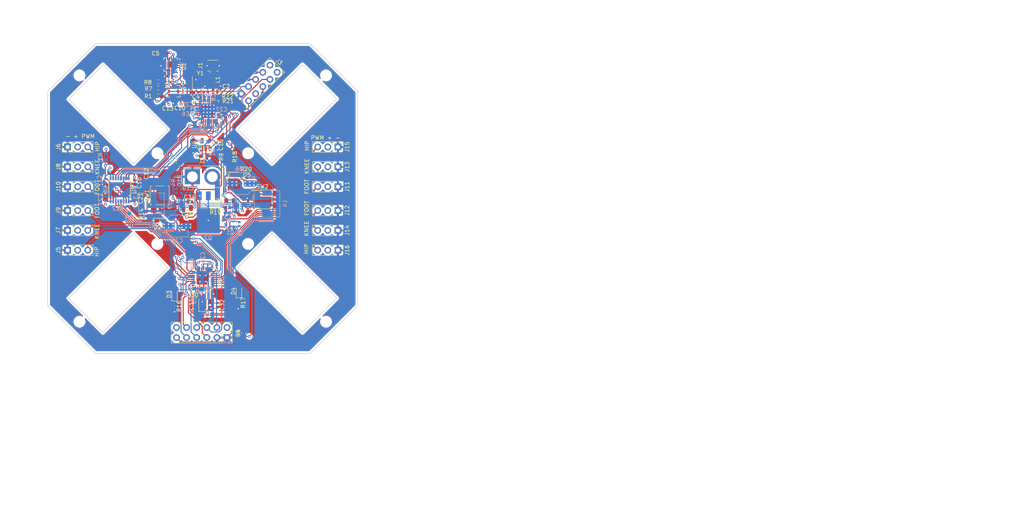
<source format=kicad_pcb>
(kicad_pcb (version 20171130) (host pcbnew 5.1.5)

  (general
    (thickness 1.6)
    (drawings 39)
    (tracks 1471)
    (zones 0)
    (modules 99)
    (nets 94)
  )

  (page USLetter)
  (title_block
    (title "Project Title")
  )

  (layers
    (0 F.Cu signal)
    (1 In1.Cu signal)
    (2 In2.Cu signal)
    (31 B.Cu signal)
    (32 B.Adhes user)
    (33 F.Adhes user)
    (34 B.Paste user)
    (35 F.Paste user)
    (36 B.SilkS user)
    (37 F.SilkS user)
    (38 B.Mask user)
    (39 F.Mask user)
    (40 Dwgs.User user)
    (41 Cmts.User user)
    (42 Eco1.User user)
    (43 Eco2.User user)
    (44 Edge.Cuts user)
    (45 Margin user)
    (46 B.CrtYd user)
    (47 F.CrtYd user)
    (48 B.Fab user)
    (49 F.Fab user)
  )

  (setup
    (last_trace_width 0.254)
    (user_trace_width 0.1524)
    (user_trace_width 0.254)
    (user_trace_width 0.3302)
    (user_trace_width 0.508)
    (user_trace_width 0.762)
    (user_trace_width 1.27)
    (trace_clearance 0.1524)
    (zone_clearance 0.508)
    (zone_45_only no)
    (trace_min 0.1524)
    (via_size 0.6858)
    (via_drill 0.3302)
    (via_min_size 0.6858)
    (via_min_drill 0.3302)
    (user_via 0.6858 0.3302)
    (user_via 0.762 0.4064)
    (user_via 0.8636 0.508)
    (uvia_size 0.6858)
    (uvia_drill 0.3302)
    (uvias_allowed no)
    (uvia_min_size 0)
    (uvia_min_drill 0)
    (edge_width 0.1524)
    (segment_width 0.1524)
    (pcb_text_width 0.1524)
    (pcb_text_size 1.016 1.016)
    (mod_edge_width 0.1524)
    (mod_text_size 1.016 1.016)
    (mod_text_width 0.1524)
    (pad_size 1.524 1.524)
    (pad_drill 0.762)
    (pad_to_mask_clearance 0.0508)
    (solder_mask_min_width 0.1016)
    (pad_to_paste_clearance -0.0762)
    (aux_axis_origin 0 0)
    (visible_elements FFFFDF7D)
    (pcbplotparams
      (layerselection 0x310fc_80000001)
      (usegerberextensions true)
      (usegerberattributes false)
      (usegerberadvancedattributes false)
      (creategerberjobfile false)
      (excludeedgelayer true)
      (linewidth 0.100000)
      (plotframeref false)
      (viasonmask false)
      (mode 1)
      (useauxorigin false)
      (hpglpennumber 1)
      (hpglpenspeed 20)
      (hpglpendiameter 15.000000)
      (psnegative false)
      (psa4output false)
      (plotreference true)
      (plotvalue true)
      (plotinvisibletext false)
      (padsonsilk false)
      (subtractmaskfromsilk false)
      (outputformat 1)
      (mirror false)
      (drillshape 0)
      (scaleselection 1)
      (outputdirectory "gerbers"))
  )

  (net 0 "")
  (net 1 GND)
  (net 2 /VDD_3V3)
  (net 3 "Net-(C2-Pad1)")
  (net 4 /XTAL_P)
  (net 5 /XTAL_N)
  (net 6 "Net-(C6-Pad1)")
  (net 7 "Net-(C7-Pad1)")
  (net 8 "Net-(C8-Pad1)")
  (net 9 "Net-(C9-Pad1)")
  (net 10 "Net-(C12-Pad1)")
  (net 11 /VBAT)
  (net 12 "Net-(C15-Pad1)")
  (net 13 "Net-(C19-Pad1)")
  (net 14 /VSERVO_5V_L)
  (net 15 /ATMEGA_RSTN_5V0)
  (net 16 "Net-(C31-Pad1)")
  (net 17 "Net-(C33-Pad1)")
  (net 18 /VSERVO_5V_R)
  (net 19 /REG_PG_N)
  (net 20 /PG_R)
  (net 21 /PG_L)
  (net 22 "Net-(D2-Pad1)")
  (net 23 /LED_RED)
  (net 24 "Net-(D3-Pad1)")
  (net 25 /LED_GREEN)
  (net 26 "Net-(D4-Pad1)")
  (net 27 "Net-(D5-Pad1)")
  (net 28 "Net-(J1-Pad1)")
  (net 29 "Net-(J3-Pad8)")
  (net 30 /NRF52_SWDIO)
  (net 31 "Net-(J3-Pad6)")
  (net 32 /NRF52_SWCLK)
  (net 33 "Net-(J3-Pad4)")
  (net 34 /NRF52_RST)
  (net 35 /ATMEGA_PROG_3V3)
  (net 36 /ATMEGA_SCK_5V0)
  (net 37 /ATMEGA_RX_5V0)
  (net 38 /ATMEGA_MISO_5V0)
  (net 39 /ATMEGA_TX_5V0)
  (net 40 /ATMEGA_CSN_5V0)
  (net 41 /ATMEGA_MOSI_5V0)
  (net 42 /HIP0)
  (net 43 /HIP1)
  (net 44 /KNEE0)
  (net 45 /KNEE1)
  (net 46 /FOOT0)
  (net 47 /FOOT1)
  (net 48 /HIP2)
  (net 49 /HIP3)
  (net 50 /KNEE2)
  (net 51 /KNEE3)
  (net 52 /FOOT2)
  (net 53 /FOOT3)
  (net 54 "Net-(L2-Pad2)")
  (net 55 "Net-(L3-Pad1)")
  (net 56 "Net-(L4-Pad1)")
  (net 57 "Net-(Q1-Pad3)")
  (net 58 /POWER_SWITCH)
  (net 59 /NRF52_OUTPUT_ENABLE)
  (net 60 /IMU_SDA)
  (net 61 /IMU_SCK)
  (net 62 "Net-(R9-Pad2)")
  (net 63 /VREG_EN)
  (net 64 "Net-(R10-Pad2)")
  (net 65 /BUZZER_5V0)
  (net 66 "Net-(R12-Pad2)")
  (net 67 "Net-(R18-Pad2)")
  (net 68 "Net-(R19-Pad2)")
  (net 69 /NRF52_TX_3V3)
  (net 70 /NRF52_RX_3V3)
  (net 71 "Net-(U1-Pad7)")
  (net 72 "Net-(U1-Pad6)")
  (net 73 /IMU_RDY)
  (net 74 "Net-(U2-Pad31)")
  (net 75 /BUZZER_3V3)
  (net 76 /ATMEGA_RSTN_3V3)
  (net 77 /ATMEGA_SCK_3V3)
  (net 78 /ATMEGA_MISO_3V3)
  (net 79 /ATMEGA_CSN_3V3)
  (net 80 /ATMEGA_MOSI_3V3)
  (net 81 "Net-(U3-Pad11)")
  (net 82 "Net-(U3-Pad10)")
  (net 83 "Net-(U3-Pad9)")
  (net 84 "Net-(U3-Pad4)")
  (net 85 "Net-(U3-Pad3)")
  (net 86 "Net-(U3-Pad2)")
  (net 87 "Net-(U5-Pad7)")
  (net 88 "Net-(U6-Pad10)")
  (net 89 "Net-(U8-Pad22)")
  (net 90 /VBAT_MEAS)
  (net 91 "Net-(C32-Pad1)")
  (net 92 "Net-(U1-Pad16)")
  (net 93 /VCHARGE_8V0)

  (net_class Default "This is the default net class."
    (clearance 0.1524)
    (trace_width 0.1524)
    (via_dia 0.6858)
    (via_drill 0.3302)
    (uvia_dia 0.6858)
    (uvia_drill 0.3302)
    (add_net /ATMEGA_CSN_3V3)
    (add_net /ATMEGA_CSN_5V0)
    (add_net /ATMEGA_MISO_3V3)
    (add_net /ATMEGA_MISO_5V0)
    (add_net /ATMEGA_MOSI_3V3)
    (add_net /ATMEGA_MOSI_5V0)
    (add_net /ATMEGA_PROG_3V3)
    (add_net /ATMEGA_RSTN_3V3)
    (add_net /ATMEGA_RSTN_5V0)
    (add_net /ATMEGA_RX_5V0)
    (add_net /ATMEGA_SCK_3V3)
    (add_net /ATMEGA_SCK_5V0)
    (add_net /ATMEGA_TX_5V0)
    (add_net /BUZZER_3V3)
    (add_net /BUZZER_5V0)
    (add_net /FOOT0)
    (add_net /FOOT1)
    (add_net /FOOT2)
    (add_net /FOOT3)
    (add_net /HIP0)
    (add_net /HIP1)
    (add_net /HIP2)
    (add_net /HIP3)
    (add_net /IMU_RDY)
    (add_net /IMU_SCK)
    (add_net /IMU_SDA)
    (add_net /KNEE0)
    (add_net /KNEE1)
    (add_net /KNEE2)
    (add_net /KNEE3)
    (add_net /LED_GREEN)
    (add_net /LED_RED)
    (add_net /NRF52_OUTPUT_ENABLE)
    (add_net /NRF52_RST)
    (add_net /NRF52_RX_3V3)
    (add_net /NRF52_SWCLK)
    (add_net /NRF52_SWDIO)
    (add_net /NRF52_TX_3V3)
    (add_net /PG_L)
    (add_net /PG_R)
    (add_net /POWER_SWITCH)
    (add_net /REG_PG_N)
    (add_net /VBAT)
    (add_net /VBAT_MEAS)
    (add_net /VCHARGE_8V0)
    (add_net /VDD_3V3)
    (add_net /VREG_EN)
    (add_net /VSERVO_5V_L)
    (add_net /VSERVO_5V_R)
    (add_net /XTAL_N)
    (add_net /XTAL_P)
    (add_net GND)
    (add_net "Net-(C12-Pad1)")
    (add_net "Net-(C15-Pad1)")
    (add_net "Net-(C19-Pad1)")
    (add_net "Net-(C2-Pad1)")
    (add_net "Net-(C31-Pad1)")
    (add_net "Net-(C32-Pad1)")
    (add_net "Net-(C33-Pad1)")
    (add_net "Net-(C6-Pad1)")
    (add_net "Net-(C7-Pad1)")
    (add_net "Net-(C8-Pad1)")
    (add_net "Net-(C9-Pad1)")
    (add_net "Net-(D2-Pad1)")
    (add_net "Net-(D3-Pad1)")
    (add_net "Net-(D4-Pad1)")
    (add_net "Net-(D5-Pad1)")
    (add_net "Net-(J1-Pad1)")
    (add_net "Net-(J3-Pad4)")
    (add_net "Net-(J3-Pad6)")
    (add_net "Net-(J3-Pad8)")
    (add_net "Net-(L2-Pad2)")
    (add_net "Net-(L3-Pad1)")
    (add_net "Net-(L4-Pad1)")
    (add_net "Net-(Q1-Pad3)")
    (add_net "Net-(R10-Pad2)")
    (add_net "Net-(R12-Pad2)")
    (add_net "Net-(R18-Pad2)")
    (add_net "Net-(R19-Pad2)")
    (add_net "Net-(R9-Pad2)")
    (add_net "Net-(U1-Pad16)")
    (add_net "Net-(U1-Pad6)")
    (add_net "Net-(U1-Pad7)")
    (add_net "Net-(U2-Pad31)")
    (add_net "Net-(U3-Pad10)")
    (add_net "Net-(U3-Pad11)")
    (add_net "Net-(U3-Pad2)")
    (add_net "Net-(U3-Pad3)")
    (add_net "Net-(U3-Pad4)")
    (add_net "Net-(U3-Pad9)")
    (add_net "Net-(U5-Pad7)")
    (add_net "Net-(U6-Pad10)")
    (add_net "Net-(U8-Pad22)")
  )

  (module spider-parts:ST_LGA14_L (layer F.Cu) (tedit 5DCAB1A3) (tstamp 5E9322AC)
    (at 42.62 22.98 90)
    (path /5F5E4723)
    (fp_text reference U3 (at 0.14 2.64 90) (layer F.SilkS)
      (effects (font (size 1 1) (thickness 0.15)))
    )
    (fp_text value LSM6DSM (at 0 -0.5 90) (layer F.Fab) hide
      (effects (font (size 1 1) (thickness 0.15)))
    )
    (fp_line (start 1.55 -1.8) (end 1.55 -1.8) (layer F.CrtYd) (width 0.15))
    (fp_line (start -1.55 -1.8) (end 1.55 -1.8) (layer F.CrtYd) (width 0.15))
    (fp_line (start -1.55 -1.8) (end -1.55 -1.8) (layer F.CrtYd) (width 0.15))
    (fp_line (start -1.55 -1.8) (end -1.55 -1.8) (layer F.CrtYd) (width 0.15))
    (fp_line (start -1.55 1.8) (end -1.55 -1.8) (layer F.CrtYd) (width 0.15))
    (fp_line (start -1.55 1.8) (end -1.55 1.8) (layer F.CrtYd) (width 0.15))
    (fp_line (start -1.55 1.8) (end -1.55 1.8) (layer F.CrtYd) (width 0.15))
    (fp_line (start 1.55 1.8) (end -1.55 1.8) (layer F.CrtYd) (width 0.15))
    (fp_line (start 1.55 1.8) (end 1.55 1.8) (layer F.CrtYd) (width 0.15))
    (fp_line (start 1.55 1.8) (end 1.55 1.8) (layer F.CrtYd) (width 0.15))
    (fp_line (start 1.55 -1.8) (end 1.55 1.8) (layer F.CrtYd) (width 0.15))
    (fp_line (start 1.55 -1.8) (end 1.55 -1.8) (layer F.CrtYd) (width 0.15))
    (fp_line (start 1 -1.55) (end -1.3 -1.55) (layer F.Fab) (width 0.15))
    (fp_line (start -1.3 -1.55) (end -1.3 1.55) (layer F.Fab) (width 0.15))
    (fp_line (start -1.3 1.55) (end 1.3 1.55) (layer F.Fab) (width 0.15))
    (fp_line (start 1.3 1.55) (end 1.3 -1.25) (layer F.Fab) (width 0.15))
    (fp_line (start 1.3 -1.25) (end 1 -1.55) (layer F.Fab) (width 0.15))
    (fp_circle (center 1.45 -1.7) (end 1.6 -1.7) (layer F.SilkS) (width 0.15))
    (fp_line (start 1.45 1.7) (end 1.45 0.85) (layer F.SilkS) (width 0.15))
    (fp_line (start 0.85 1.7) (end 1.45 1.7) (layer F.SilkS) (width 0.15))
    (fp_line (start -1.45 1.7) (end -0.85 1.7) (layer F.SilkS) (width 0.15))
    (fp_line (start -1.45 0.85) (end -1.45 1.7) (layer F.SilkS) (width 0.15))
    (fp_line (start -1.45 -0.85) (end -1.45 -1.7) (layer F.SilkS) (width 0.15))
    (fp_line (start -1.45 -1.7) (end -0.85 -1.7) (layer F.SilkS) (width 0.15))
    (fp_line (start 0.85 -1.7) (end 1.45 -0.85) (layer F.SilkS) (width 0.15))
    (fp_text user %R (at 0 0 90) (layer F.Fab)
      (effects (font (size 1 1) (thickness 0.15)))
    )
    (pad 14 smd rect (at 0.9125 -0.5 90) (size 0.575 0.3) (layers F.Cu F.Paste F.Mask)
      (net 60 /IMU_SDA) (solder_mask_margin 0.1))
    (pad 13 smd rect (at 0.9125 0 90) (size 0.575 0.3) (layers F.Cu F.Paste F.Mask)
      (net 61 /IMU_SCK) (solder_mask_margin 0.1))
    (pad 12 smd rect (at 0.9125 0.5 90) (size 0.575 0.3) (layers F.Cu F.Paste F.Mask)
      (net 2 /VDD_3V3) (solder_mask_margin 0.1))
    (pad 11 smd rect (at 0.75 1.1625 90) (size 0.3 0.575) (layers F.Cu F.Paste F.Mask)
      (net 81 "Net-(U3-Pad11)") (solder_mask_margin 0.1))
    (pad 10 smd rect (at 0.25 1.1625 90) (size 0.3 0.575) (layers F.Cu F.Paste F.Mask)
      (net 82 "Net-(U3-Pad10)") (solder_mask_margin 0.1))
    (pad 9 smd rect (at -0.25 1.1625 90) (size 0.3 0.575) (layers F.Cu F.Paste F.Mask)
      (net 83 "Net-(U3-Pad9)") (solder_mask_margin 0.1))
    (pad 8 smd rect (at -0.75 1.1625 90) (size 0.3 0.575) (layers F.Cu F.Paste F.Mask)
      (net 2 /VDD_3V3) (solder_mask_margin 0.1))
    (pad 7 smd rect (at -0.9125 0.5 90) (size 0.575 0.3) (layers F.Cu F.Paste F.Mask)
      (net 1 GND) (solder_mask_margin 0.1))
    (pad 6 smd rect (at -0.9125 0 90) (size 0.575 0.3) (layers F.Cu F.Paste F.Mask)
      (net 1 GND) (solder_mask_margin 0.1))
    (pad 5 smd rect (at -0.9125 -0.5 90) (size 0.575 0.3) (layers F.Cu F.Paste F.Mask)
      (net 2 /VDD_3V3) (solder_mask_margin 0.1))
    (pad 4 smd rect (at -0.75 -1.1625 90) (size 0.3 0.575) (layers F.Cu F.Paste F.Mask)
      (net 84 "Net-(U3-Pad4)") (solder_mask_margin 0.1))
    (pad 3 smd rect (at -0.25 -1.1625 90) (size 0.3 0.575) (layers F.Cu F.Paste F.Mask)
      (net 85 "Net-(U3-Pad3)") (solder_mask_margin 0.1))
    (pad 2 smd rect (at 0.25 -1.1625 90) (size 0.3 0.575) (layers F.Cu F.Paste F.Mask)
      (net 86 "Net-(U3-Pad2)") (solder_mask_margin 0.1))
    (pad 1 smd rect (at 0.75 -1.1625 90) (size 0.3 0.575) (layers F.Cu F.Paste F.Mask)
      (net 1 GND) (solder_mask_margin 0.1))
  )

  (module Capacitor_SMD:C_0402_1005Metric (layer B.Cu) (tedit 5B301BBE) (tstamp 5E960EBC)
    (at 48.82 26.27)
    (descr "Capacitor SMD 0402 (1005 Metric), square (rectangular) end terminal, IPC_7351 nominal, (Body size source: http://www.tortai-tech.com/upload/download/2011102023233369053.pdf), generated with kicad-footprint-generator")
    (tags capacitor)
    (path /61A01E71)
    (attr smd)
    (fp_text reference C23 (at -2.65 0.06) (layer B.SilkS)
      (effects (font (size 1 1) (thickness 0.15)) (justify mirror))
    )
    (fp_text value "0.1 uF" (at 0 -1.17) (layer B.Fab)
      (effects (font (size 1 1) (thickness 0.15)) (justify mirror))
    )
    (fp_text user %R (at 0 0) (layer B.Fab)
      (effects (font (size 0.25 0.25) (thickness 0.04)) (justify mirror))
    )
    (fp_line (start 0.93 -0.47) (end -0.93 -0.47) (layer B.CrtYd) (width 0.05))
    (fp_line (start 0.93 0.47) (end 0.93 -0.47) (layer B.CrtYd) (width 0.05))
    (fp_line (start -0.93 0.47) (end 0.93 0.47) (layer B.CrtYd) (width 0.05))
    (fp_line (start -0.93 -0.47) (end -0.93 0.47) (layer B.CrtYd) (width 0.05))
    (fp_line (start 0.5 -0.25) (end -0.5 -0.25) (layer B.Fab) (width 0.1))
    (fp_line (start 0.5 0.25) (end 0.5 -0.25) (layer B.Fab) (width 0.1))
    (fp_line (start -0.5 0.25) (end 0.5 0.25) (layer B.Fab) (width 0.1))
    (fp_line (start -0.5 -0.25) (end -0.5 0.25) (layer B.Fab) (width 0.1))
    (pad 2 smd roundrect (at 0.485 0) (size 0.59 0.64) (layers B.Cu B.Paste B.Mask) (roundrect_rratio 0.25)
      (net 1 GND))
    (pad 1 smd roundrect (at -0.485 0) (size 0.59 0.64) (layers B.Cu B.Paste B.Mask) (roundrect_rratio 0.25)
      (net 2 /VDD_3V3))
    (model ${KISYS3DMOD}/Capacitor_SMD.3dshapes/C_0402_1005Metric.wrl
      (at (xyz 0 0 0))
      (scale (xyz 1 1 1))
      (rotate (xyz 0 0 0))
    )
  )

  (module TestPoint:TestPoint_Pad_D1.0mm (layer B.Cu) (tedit 5A0F774F) (tstamp 5E95ADDA)
    (at 31.5 53.7)
    (descr "SMD pad as test Point, diameter 1.0mm")
    (tags "test point SMD pad")
    (path /619DE332)
    (attr virtual)
    (fp_text reference TP1 (at 0 1.448) (layer B.SilkS)
      (effects (font (size 1 1) (thickness 0.15)) (justify mirror))
    )
    (fp_text value TestPoint (at 0 -1.55) (layer B.Fab)
      (effects (font (size 1 1) (thickness 0.15)) (justify mirror))
    )
    (fp_circle (center 0 0) (end 0 -0.7) (layer B.SilkS) (width 0.12))
    (fp_circle (center 0 0) (end 1 0) (layer B.CrtYd) (width 0.05))
    (fp_text user %R (at 0 1.45) (layer B.Fab)
      (effects (font (size 1 1) (thickness 0.15)) (justify mirror))
    )
    (pad 1 smd circle (at 0 0) (size 1 1) (layers B.Cu B.Mask)
      (net 65 /BUZZER_5V0))
  )

  (module spider-parts:ServoLayout locked (layer F.Cu) (tedit 5E949E89) (tstamp 5E93D9A4)
    (at 50 50 45)
    (fp_text reference REF** (at 0 0.499999 45) (layer F.SilkS) hide
      (effects (font (size 1 1) (thickness 0.15)))
    )
    (fp_text value ServoLayout (at 0 -0.499999 45) (layer F.Fab) hide
      (effects (font (size 1 1) (thickness 0.15)))
    )
    (fp_line (start -6 -14) (end -6 -46) (layer Cmts.User) (width 0.12))
    (fp_line (start 6 -14) (end -6 -14) (layer Cmts.User) (width 0.12))
    (fp_line (start 6 -46) (end 6 -14) (layer Cmts.User) (width 0.12))
    (fp_line (start -6 -46) (end 6 -46) (layer Cmts.User) (width 0.12))
    (fp_line (start 14 -6) (end 46 -6) (layer Cmts.User) (width 0.12))
    (fp_line (start 14 6) (end 14 -6) (layer Cmts.User) (width 0.12))
    (fp_line (start 46 6) (end 14 6) (layer Cmts.User) (width 0.12))
    (fp_line (start 46 -6) (end 46 6) (layer Cmts.User) (width 0.12))
    (fp_line (start 6 14) (end 6 46) (layer Cmts.User) (width 0.12))
    (fp_line (start -6 14) (end 6 14) (layer Cmts.User) (width 0.12))
    (fp_line (start -6 46) (end -6 14) (layer Cmts.User) (width 0.12))
    (fp_line (start 6 46) (end -6 46) (layer Cmts.User) (width 0.12))
    (fp_line (start -46 -6) (end -14 -6) (layer Cmts.User) (width 0.12))
    (fp_line (start -46 6) (end -46 -6) (layer Cmts.User) (width 0.12))
    (fp_line (start -14 6) (end -46 6) (layer Cmts.User) (width 0.12))
    (fp_line (start -14 -6) (end -14 6) (layer Cmts.User) (width 0.12))
    (fp_line (start -41.5 -6.1) (end -18.5 -6.1) (layer Cmts.User) (width 0.12))
    (fp_line (start -41.5 6.1) (end -41.5 -6.1) (layer Cmts.User) (width 0.12))
    (fp_line (start -18.5 -6.1) (end -18.5 6.1) (layer Cmts.User) (width 0.12))
    (fp_line (start 18.5 -6.1) (end 41.5 -6.1) (layer Cmts.User) (width 0.12))
    (fp_line (start 18.5 6.1) (end 18.5 -6.1) (layer Cmts.User) (width 0.12))
    (fp_line (start -18.5 6.1) (end -41.5 6.1) (layer Cmts.User) (width 0.12))
    (fp_line (start 41.5 -6.1) (end 41.5 6.1) (layer Cmts.User) (width 0.12))
    (fp_line (start 41.5 6.1) (end 18.5 6.1) (layer Cmts.User) (width 0.12))
    (fp_line (start -6.1 -18.5) (end -6.1 -41.5) (layer Cmts.User) (width 0.12))
    (fp_line (start 6.1 -18.5) (end -6.1 -18.5) (layer Cmts.User) (width 0.12))
    (fp_line (start -6.1 -41.5) (end 6.1 -41.5) (layer Cmts.User) (width 0.12))
    (fp_line (start 6.1 -41.5) (end 6.1 -18.5) (layer Cmts.User) (width 0.12))
    (fp_line (start -6.1 41.5) (end -6.1 18.5) (layer Cmts.User) (width 0.12))
    (fp_line (start 6.1 41.5) (end -6.1 41.5) (layer Cmts.User) (width 0.12))
    (fp_line (start 6.1 18.5) (end 6.1 41.5) (layer Cmts.User) (width 0.12))
    (fp_line (start -6.1 18.5) (end 6.1 18.5) (layer Cmts.User) (width 0.12))
    (pad "" np_thru_hole circle (at 0 -43.85 315) (size 2 2) (drill 2) (layers *.Cu *.Paste *.Mask))
    (pad "" np_thru_hole circle (at 43.85 0 225) (size 2 2) (drill 2) (layers *.Cu *.Paste *.Mask))
    (pad "" np_thru_hole circle (at 0 43.85 135) (size 2 2) (drill 2) (layers *.Cu *.Paste *.Mask))
    (pad "" np_thru_hole circle (at 0 -16.15 315) (size 2 2) (drill 2) (layers *.Cu *.Paste *.Mask))
    (pad "" np_thru_hole circle (at 16.15 0 225) (size 2 2) (drill 2) (layers *.Cu *.Paste *.Mask))
    (pad "" np_thru_hole circle (at 0 16.15 135) (size 2 2) (drill 2) (layers *.Cu *.Paste *.Mask))
    (pad "" np_thru_hole circle (at -43.85 0 45) (size 2 2) (drill 2) (layers *.Cu *.Paste *.Mask))
    (pad "" np_thru_hole circle (at -16.15 0 45) (size 2 2) (drill 2) (layers *.Cu *.Paste *.Mask))
  )

  (module Button_Switch_SMD:SW_SPST_TL3305C (layer F.Cu) (tedit 5ABC3ACB) (tstamp 5E93221B)
    (at 65 50.2)
    (descr https://www.e-switch.com/system/asset/product_line/data_sheet/213/TL3305.pdf)
    (tags "TL3305 Series Tact Switch")
    (path /5E8D26EF)
    (attr smd)
    (fp_text reference SW2 (at 0 -3.2) (layer F.SilkS)
      (effects (font (size 1 1) (thickness 0.15)))
    )
    (fp_text value TL3305CF260QG (at 0 3.2) (layer F.Fab)
      (effects (font (size 1 1) (thickness 0.15)))
    )
    (fp_line (start -4.65 -2.5) (end 4.65 -2.5) (layer F.CrtYd) (width 0.05))
    (fp_line (start -4.65 2.5) (end -4.65 -2.5) (layer F.CrtYd) (width 0.05))
    (fp_line (start 4.65 2.5) (end -4.65 2.5) (layer F.CrtYd) (width 0.05))
    (fp_line (start 4.65 -2.5) (end 4.65 2.5) (layer F.CrtYd) (width 0.05))
    (fp_line (start -2.37 1.03) (end -2.37 -1.03) (layer F.SilkS) (width 0.12))
    (fp_line (start 2.37 1.03) (end 2.37 -1.03) (layer F.SilkS) (width 0.12))
    (fp_line (start 2.37 2.37) (end 2.37 1.97) (layer F.SilkS) (width 0.12))
    (fp_line (start -2.37 2.37) (end 2.37 2.37) (layer F.SilkS) (width 0.12))
    (fp_line (start -2.37 2.37) (end -2.37 1.97) (layer F.SilkS) (width 0.12))
    (fp_line (start 2.37 -2.37) (end 2.37 -1.97) (layer F.SilkS) (width 0.12))
    (fp_line (start -2.37 -2.37) (end -2.37 -1.97) (layer F.SilkS) (width 0.12))
    (fp_line (start -2.37 -2.37) (end 2.37 -2.37) (layer F.SilkS) (width 0.12))
    (fp_text user %R (at 0 0) (layer F.Fab)
      (effects (font (size 0.5 0.5) (thickness 0.075)))
    )
    (fp_line (start -2.25 -2.25) (end 2.25 -2.25) (layer F.Fab) (width 0.1))
    (fp_line (start 2.25 -2.25) (end 2.25 2.25) (layer F.Fab) (width 0.1))
    (fp_line (start 2.25 2.25) (end -2.25 2.25) (layer F.Fab) (width 0.1))
    (fp_line (start -2.25 2.25) (end -2.25 -2.25) (layer F.Fab) (width 0.1))
    (fp_circle (center 0 0) (end 1.25 0) (layer F.Fab) (width 0.1))
    (fp_line (start 2.25 -1.15) (end 3.75 -1.15) (layer F.Fab) (width 0.1))
    (fp_line (start 3.75 -1.15) (end 3.75 -1.85) (layer F.Fab) (width 0.1))
    (fp_line (start 3.75 -1.85) (end 2.25 -1.85) (layer F.Fab) (width 0.1))
    (fp_line (start 2.25 1.15) (end 3.75 1.15) (layer F.Fab) (width 0.1))
    (fp_line (start 3.75 1.15) (end 3.75 1.85) (layer F.Fab) (width 0.1))
    (fp_line (start 3.75 1.85) (end 2.25 1.85) (layer F.Fab) (width 0.1))
    (fp_line (start -2.25 -1.85) (end -3.75 -1.85) (layer F.Fab) (width 0.1))
    (fp_line (start -3.75 -1.85) (end -3.75 -1.15) (layer F.Fab) (width 0.1))
    (fp_line (start -3.75 -1.15) (end -2.25 -1.15) (layer F.Fab) (width 0.1))
    (fp_line (start -2.25 1.15) (end -3.75 1.15) (layer F.Fab) (width 0.1))
    (fp_line (start -3.75 1.15) (end -3.75 1.85) (layer F.Fab) (width 0.1))
    (fp_line (start -3.75 1.85) (end -2.25 1.85) (layer F.Fab) (width 0.1))
    (fp_line (start 3 -1.85) (end 3 -1.15) (layer F.Fab) (width 0.1))
    (fp_line (start 3 1.15) (end 3 1.85) (layer F.Fab) (width 0.1))
    (fp_line (start -3 -1.85) (end -3 -1.15) (layer F.Fab) (width 0.1))
    (fp_line (start -3 1.15) (end -3 1.85) (layer F.Fab) (width 0.1))
    (pad 2 smd rect (at -3.6 1.5) (size 1.6 1.4) (layers F.Cu F.Paste F.Mask)
      (net 1 GND))
    (pad 2 smd rect (at 3.6 1.5) (size 1.6 1.4) (layers F.Cu F.Paste F.Mask)
      (net 1 GND))
    (pad 1 smd rect (at -3.6 -1.5) (size 1.6 1.4) (layers F.Cu F.Paste F.Mask)
      (net 57 "Net-(Q1-Pad3)"))
    (pad 1 smd rect (at 3.6 -1.5) (size 1.6 1.4) (layers F.Cu F.Paste F.Mask)
      (net 57 "Net-(Q1-Pad3)"))
    (model ${KISYS3DMOD}/Button_Switch_SMD.3dshapes/SW_SPST_TL3305C.wrl
      (at (xyz 0 0 0))
      (scale (xyz 1 1 1))
      (rotate (xyz 0 0 0))
    )
  )

  (module Button_Switch_SMD:SW_SPST_TL3305C (layer F.Cu) (tedit 5ABC3ACB) (tstamp 5E9321F1)
    (at 39.2 49.2 90)
    (descr https://www.e-switch.com/system/asset/product_line/data_sheet/213/TL3305.pdf)
    (tags "TL3305 Series Tact Switch")
    (path /5E8E8AB0)
    (attr smd)
    (fp_text reference SW1 (at 0 -3.2 90) (layer F.SilkS)
      (effects (font (size 1 1) (thickness 0.15)))
    )
    (fp_text value TL3305CF260QG (at 0 3.2 90) (layer F.Fab)
      (effects (font (size 1 1) (thickness 0.15)))
    )
    (fp_line (start -4.65 -2.5) (end 4.65 -2.5) (layer F.CrtYd) (width 0.05))
    (fp_line (start -4.65 2.5) (end -4.65 -2.5) (layer F.CrtYd) (width 0.05))
    (fp_line (start 4.65 2.5) (end -4.65 2.5) (layer F.CrtYd) (width 0.05))
    (fp_line (start 4.65 -2.5) (end 4.65 2.5) (layer F.CrtYd) (width 0.05))
    (fp_line (start -2.37 1.03) (end -2.37 -1.03) (layer F.SilkS) (width 0.12))
    (fp_line (start 2.37 1.03) (end 2.37 -1.03) (layer F.SilkS) (width 0.12))
    (fp_line (start 2.37 2.37) (end 2.37 1.97) (layer F.SilkS) (width 0.12))
    (fp_line (start -2.37 2.37) (end 2.37 2.37) (layer F.SilkS) (width 0.12))
    (fp_line (start -2.37 2.37) (end -2.37 1.97) (layer F.SilkS) (width 0.12))
    (fp_line (start 2.37 -2.37) (end 2.37 -1.97) (layer F.SilkS) (width 0.12))
    (fp_line (start -2.37 -2.37) (end -2.37 -1.97) (layer F.SilkS) (width 0.12))
    (fp_line (start -2.37 -2.37) (end 2.37 -2.37) (layer F.SilkS) (width 0.12))
    (fp_text user %R (at 0 0 90) (layer F.Fab)
      (effects (font (size 0.5 0.5) (thickness 0.075)))
    )
    (fp_line (start -2.25 -2.25) (end 2.25 -2.25) (layer F.Fab) (width 0.1))
    (fp_line (start 2.25 -2.25) (end 2.25 2.25) (layer F.Fab) (width 0.1))
    (fp_line (start 2.25 2.25) (end -2.25 2.25) (layer F.Fab) (width 0.1))
    (fp_line (start -2.25 2.25) (end -2.25 -2.25) (layer F.Fab) (width 0.1))
    (fp_circle (center 0 0) (end 1.25 0) (layer F.Fab) (width 0.1))
    (fp_line (start 2.25 -1.15) (end 3.75 -1.15) (layer F.Fab) (width 0.1))
    (fp_line (start 3.75 -1.15) (end 3.75 -1.85) (layer F.Fab) (width 0.1))
    (fp_line (start 3.75 -1.85) (end 2.25 -1.85) (layer F.Fab) (width 0.1))
    (fp_line (start 2.25 1.15) (end 3.75 1.15) (layer F.Fab) (width 0.1))
    (fp_line (start 3.75 1.15) (end 3.75 1.85) (layer F.Fab) (width 0.1))
    (fp_line (start 3.75 1.85) (end 2.25 1.85) (layer F.Fab) (width 0.1))
    (fp_line (start -2.25 -1.85) (end -3.75 -1.85) (layer F.Fab) (width 0.1))
    (fp_line (start -3.75 -1.85) (end -3.75 -1.15) (layer F.Fab) (width 0.1))
    (fp_line (start -3.75 -1.15) (end -2.25 -1.15) (layer F.Fab) (width 0.1))
    (fp_line (start -2.25 1.15) (end -3.75 1.15) (layer F.Fab) (width 0.1))
    (fp_line (start -3.75 1.15) (end -3.75 1.85) (layer F.Fab) (width 0.1))
    (fp_line (start -3.75 1.85) (end -2.25 1.85) (layer F.Fab) (width 0.1))
    (fp_line (start 3 -1.85) (end 3 -1.15) (layer F.Fab) (width 0.1))
    (fp_line (start 3 1.15) (end 3 1.85) (layer F.Fab) (width 0.1))
    (fp_line (start -3 -1.85) (end -3 -1.15) (layer F.Fab) (width 0.1))
    (fp_line (start -3 1.15) (end -3 1.85) (layer F.Fab) (width 0.1))
    (pad 2 smd rect (at -3.6 1.5 90) (size 1.6 1.4) (layers F.Cu F.Paste F.Mask)
      (net 1 GND))
    (pad 2 smd rect (at 3.6 1.5 90) (size 1.6 1.4) (layers F.Cu F.Paste F.Mask)
      (net 1 GND))
    (pad 1 smd rect (at -3.6 -1.5 90) (size 1.6 1.4) (layers F.Cu F.Paste F.Mask)
      (net 10 "Net-(C12-Pad1)"))
    (pad 1 smd rect (at 3.6 -1.5 90) (size 1.6 1.4) (layers F.Cu F.Paste F.Mask)
      (net 10 "Net-(C12-Pad1)"))
    (model ${KISYS3DMOD}/Button_Switch_SMD.3dshapes/SW_SPST_TL3305C.wrl
      (at (xyz 0 0 0))
      (scale (xyz 1 1 1))
      (rotate (xyz 0 0 0))
    )
  )

  (module Crystal:Crystal_SMD_3225-4Pin_3.2x2.5mm (layer F.Cu) (tedit 5A0FD1B2) (tstamp 5E9323CC)
    (at 51 76.8)
    (descr "SMD Crystal SERIES SMD3225/4 http://www.txccrystal.com/images/pdf/7m-accuracy.pdf, 3.2x2.5mm^2 package")
    (tags "SMD SMT crystal")
    (path /5E89CDAE)
    (attr smd)
    (fp_text reference Y2 (at 0.02 2.59) (layer F.SilkS)
      (effects (font (size 1 1) (thickness 0.15)))
    )
    (fp_text value "TSX-3225 16.0000MF10U-B3" (at 0 2.45) (layer F.Fab)
      (effects (font (size 1 1) (thickness 0.15)))
    )
    (fp_line (start 2.1 -1.7) (end -2.1 -1.7) (layer F.CrtYd) (width 0.05))
    (fp_line (start 2.1 1.7) (end 2.1 -1.7) (layer F.CrtYd) (width 0.05))
    (fp_line (start -2.1 1.7) (end 2.1 1.7) (layer F.CrtYd) (width 0.05))
    (fp_line (start -2.1 -1.7) (end -2.1 1.7) (layer F.CrtYd) (width 0.05))
    (fp_line (start -2 1.65) (end 2 1.65) (layer F.SilkS) (width 0.12))
    (fp_line (start -2 -1.65) (end -2 1.65) (layer F.SilkS) (width 0.12))
    (fp_line (start -1.6 0.25) (end -0.6 1.25) (layer F.Fab) (width 0.1))
    (fp_line (start 1.6 -1.25) (end -1.6 -1.25) (layer F.Fab) (width 0.1))
    (fp_line (start 1.6 1.25) (end 1.6 -1.25) (layer F.Fab) (width 0.1))
    (fp_line (start -1.6 1.25) (end 1.6 1.25) (layer F.Fab) (width 0.1))
    (fp_line (start -1.6 -1.25) (end -1.6 1.25) (layer F.Fab) (width 0.1))
    (fp_text user %R (at 0 0) (layer F.Fab)
      (effects (font (size 0.7 0.7) (thickness 0.105)))
    )
    (pad 4 smd rect (at -1.1 -0.85) (size 1.4 1.2) (layers F.Cu F.Paste F.Mask)
      (net 1 GND))
    (pad 3 smd rect (at 1.1 -0.85) (size 1.4 1.2) (layers F.Cu F.Paste F.Mask)
      (net 91 "Net-(C32-Pad1)"))
    (pad 2 smd rect (at 1.1 0.85) (size 1.4 1.2) (layers F.Cu F.Paste F.Mask)
      (net 1 GND))
    (pad 1 smd rect (at -1.1 0.85) (size 1.4 1.2) (layers F.Cu F.Paste F.Mask)
      (net 17 "Net-(C33-Pad1)"))
    (model ${KISYS3DMOD}/Crystal.3dshapes/Crystal_SMD_3225-4Pin_3.2x2.5mm.wrl
      (at (xyz 0 0 0))
      (scale (xyz 1 1 1))
      (rotate (xyz 0 0 0))
    )
  )

  (module Crystal:Crystal_SMD_3225-4Pin_3.2x2.5mm (layer F.Cu) (tedit 5A0FD1B2) (tstamp 5E9323B8)
    (at 49.4 20.9)
    (descr "SMD Crystal SERIES SMD3225/4 http://www.txccrystal.com/images/pdf/7m-accuracy.pdf, 3.2x2.5mm^2 package")
    (tags "SMD SMT crystal")
    (path /5EB09876)
    (attr smd)
    (fp_text reference Y1 (at 0 -2.45) (layer F.SilkS)
      (effects (font (size 1 1) (thickness 0.15)))
    )
    (fp_text value ECS-320-10-33B-7KM-TR (at 0 2.45) (layer F.Fab)
      (effects (font (size 1 1) (thickness 0.15)))
    )
    (fp_line (start 2.1 -1.7) (end -2.1 -1.7) (layer F.CrtYd) (width 0.05))
    (fp_line (start 2.1 1.7) (end 2.1 -1.7) (layer F.CrtYd) (width 0.05))
    (fp_line (start -2.1 1.7) (end 2.1 1.7) (layer F.CrtYd) (width 0.05))
    (fp_line (start -2.1 -1.7) (end -2.1 1.7) (layer F.CrtYd) (width 0.05))
    (fp_line (start -2 1.65) (end 2 1.65) (layer F.SilkS) (width 0.12))
    (fp_line (start -2 -1.65) (end -2 1.65) (layer F.SilkS) (width 0.12))
    (fp_line (start -1.6 0.25) (end -0.6 1.25) (layer F.Fab) (width 0.1))
    (fp_line (start 1.6 -1.25) (end -1.6 -1.25) (layer F.Fab) (width 0.1))
    (fp_line (start 1.6 1.25) (end 1.6 -1.25) (layer F.Fab) (width 0.1))
    (fp_line (start -1.6 1.25) (end 1.6 1.25) (layer F.Fab) (width 0.1))
    (fp_line (start -1.6 -1.25) (end -1.6 1.25) (layer F.Fab) (width 0.1))
    (fp_text user %R (at 0 0) (layer F.Fab)
      (effects (font (size 0.7 0.7) (thickness 0.105)))
    )
    (pad 4 smd rect (at -1.1 -0.85) (size 1.4 1.2) (layers F.Cu F.Paste F.Mask)
      (net 1 GND))
    (pad 3 smd rect (at 1.1 -0.85) (size 1.4 1.2) (layers F.Cu F.Paste F.Mask)
      (net 4 /XTAL_P))
    (pad 2 smd rect (at 1.1 0.85) (size 1.4 1.2) (layers F.Cu F.Paste F.Mask)
      (net 1 GND))
    (pad 1 smd rect (at -1.1 0.85) (size 1.4 1.2) (layers F.Cu F.Paste F.Mask)
      (net 5 /XTAL_N))
    (model ${KISYS3DMOD}/Crystal.3dshapes/Crystal_SMD_3225-4Pin_3.2x2.5mm.wrl
      (at (xyz 0 0 0))
      (scale (xyz 1 1 1))
      (rotate (xyz 0 0 0))
    )
  )

  (module Package_DFN_QFN:VQFN-16-1EP_3x3mm_P0.5mm_EP1.68x1.68mm_ThermalVias (layer B.Cu) (tedit 5C1D3F32) (tstamp 5E9323A4)
    (at 58.3 51.8 180)
    (descr "VQFN, 16 Pin (http://www.ti.com/lit/ds/symlink/tlv62095.pdf), generated with kicad-footprint-generator ipc_dfn_qfn_generator.py")
    (tags "VQFN DFN_QFN")
    (path /6065D31B)
    (attr smd)
    (fp_text reference U9 (at -3.3 -0.15 90) (layer B.SilkS)
      (effects (font (size 1 1) (thickness 0.15)) (justify mirror))
    )
    (fp_text value TPS62133 (at 0 -2.82) (layer B.Fab)
      (effects (font (size 1 1) (thickness 0.15)) (justify mirror))
    )
    (fp_text user %R (at 0 0) (layer B.Fab)
      (effects (font (size 0.75 0.75) (thickness 0.11)) (justify mirror))
    )
    (fp_line (start 2.12 2.12) (end -2.12 2.12) (layer B.CrtYd) (width 0.05))
    (fp_line (start 2.12 -2.12) (end 2.12 2.12) (layer B.CrtYd) (width 0.05))
    (fp_line (start -2.12 -2.12) (end 2.12 -2.12) (layer B.CrtYd) (width 0.05))
    (fp_line (start -2.12 2.12) (end -2.12 -2.12) (layer B.CrtYd) (width 0.05))
    (fp_line (start -1.5 0.75) (end -0.75 1.5) (layer B.Fab) (width 0.1))
    (fp_line (start -1.5 -1.5) (end -1.5 0.75) (layer B.Fab) (width 0.1))
    (fp_line (start 1.5 -1.5) (end -1.5 -1.5) (layer B.Fab) (width 0.1))
    (fp_line (start 1.5 1.5) (end 1.5 -1.5) (layer B.Fab) (width 0.1))
    (fp_line (start -0.75 1.5) (end 1.5 1.5) (layer B.Fab) (width 0.1))
    (fp_line (start -1.135 1.61) (end -1.61 1.61) (layer B.SilkS) (width 0.12))
    (fp_line (start 1.61 -1.61) (end 1.61 -1.135) (layer B.SilkS) (width 0.12))
    (fp_line (start 1.135 -1.61) (end 1.61 -1.61) (layer B.SilkS) (width 0.12))
    (fp_line (start -1.61 -1.61) (end -1.61 -1.135) (layer B.SilkS) (width 0.12))
    (fp_line (start -1.135 -1.61) (end -1.61 -1.61) (layer B.SilkS) (width 0.12))
    (fp_line (start 1.61 1.61) (end 1.61 1.135) (layer B.SilkS) (width 0.12))
    (fp_line (start 1.135 1.61) (end 1.61 1.61) (layer B.SilkS) (width 0.12))
    (pad 16 smd roundrect (at -0.75 1.4625 180) (size 0.25 0.825) (layers B.Cu B.Paste B.Mask) (roundrect_rratio 0.25)
      (net 1 GND))
    (pad 15 smd roundrect (at -0.25 1.4625 180) (size 0.25 0.825) (layers B.Cu B.Paste B.Mask) (roundrect_rratio 0.25)
      (net 1 GND))
    (pad 14 smd roundrect (at 0.25 1.4625 180) (size 0.25 0.825) (layers B.Cu B.Paste B.Mask) (roundrect_rratio 0.25)
      (net 18 /VSERVO_5V_R))
    (pad 13 smd roundrect (at 0.75 1.4625 180) (size 0.25 0.825) (layers B.Cu B.Paste B.Mask) (roundrect_rratio 0.25)
      (net 67 "Net-(R18-Pad2)"))
    (pad 12 smd roundrect (at 1.4625 0.75 180) (size 0.825 0.25) (layers B.Cu B.Paste B.Mask) (roundrect_rratio 0.25)
      (net 11 /VBAT))
    (pad 11 smd roundrect (at 1.4625 0.25 180) (size 0.825 0.25) (layers B.Cu B.Paste B.Mask) (roundrect_rratio 0.25)
      (net 11 /VBAT))
    (pad 10 smd roundrect (at 1.4625 -0.25 180) (size 0.825 0.25) (layers B.Cu B.Paste B.Mask) (roundrect_rratio 0.25)
      (net 11 /VBAT))
    (pad 9 smd roundrect (at 1.4625 -0.75 180) (size 0.825 0.25) (layers B.Cu B.Paste B.Mask) (roundrect_rratio 0.25)
      (net 16 "Net-(C31-Pad1)"))
    (pad 8 smd roundrect (at 0.75 -1.4625 180) (size 0.25 0.825) (layers B.Cu B.Paste B.Mask) (roundrect_rratio 0.25)
      (net 1 GND))
    (pad 7 smd roundrect (at 0.25 -1.4625 180) (size 0.25 0.825) (layers B.Cu B.Paste B.Mask) (roundrect_rratio 0.25)
      (net 68 "Net-(R19-Pad2)"))
    (pad 6 smd roundrect (at -0.25 -1.4625 180) (size 0.25 0.825) (layers B.Cu B.Paste B.Mask) (roundrect_rratio 0.25)
      (net 1 GND))
    (pad 5 smd roundrect (at -0.75 -1.4625 180) (size 0.25 0.825) (layers B.Cu B.Paste B.Mask) (roundrect_rratio 0.25)
      (net 1 GND))
    (pad 4 smd roundrect (at -1.4625 -0.75 180) (size 0.825 0.25) (layers B.Cu B.Paste B.Mask) (roundrect_rratio 0.25)
      (net 20 /PG_R))
    (pad 3 smd roundrect (at -1.4625 -0.25 180) (size 0.825 0.25) (layers B.Cu B.Paste B.Mask) (roundrect_rratio 0.25)
      (net 56 "Net-(L4-Pad1)"))
    (pad 2 smd roundrect (at -1.4625 0.25 180) (size 0.825 0.25) (layers B.Cu B.Paste B.Mask) (roundrect_rratio 0.25)
      (net 56 "Net-(L4-Pad1)"))
    (pad 1 smd roundrect (at -1.4625 0.75 180) (size 0.825 0.25) (layers B.Cu B.Paste B.Mask) (roundrect_rratio 0.25)
      (net 56 "Net-(L4-Pad1)"))
    (pad "" smd roundrect (at 0.42 -0.42 180) (size 0.73 0.73) (layers B.Paste) (roundrect_rratio 0.25))
    (pad "" smd roundrect (at 0.42 0.42 180) (size 0.73 0.73) (layers B.Paste) (roundrect_rratio 0.25))
    (pad "" smd roundrect (at -0.42 -0.42 180) (size 0.73 0.73) (layers B.Paste) (roundrect_rratio 0.25))
    (pad "" smd roundrect (at -0.42 0.42 180) (size 0.73 0.73) (layers B.Paste) (roundrect_rratio 0.25))
    (pad 17 smd roundrect (at 0 0 180) (size 1.68 1.68) (layers F.Cu) (roundrect_rratio 0.14881)
      (net 1 GND))
    (pad 17 thru_hole circle (at 0.59 -0.59 180) (size 0.5 0.5) (drill 0.2) (layers *.Cu)
      (net 1 GND))
    (pad 17 thru_hole circle (at -0.59 -0.59 180) (size 0.5 0.5) (drill 0.2) (layers *.Cu)
      (net 1 GND))
    (pad 17 thru_hole circle (at 0.59 0.59 180) (size 0.5 0.5) (drill 0.2) (layers *.Cu)
      (net 1 GND))
    (pad 17 thru_hole circle (at -0.59 0.59 180) (size 0.5 0.5) (drill 0.2) (layers *.Cu)
      (net 1 GND))
    (pad 17 smd roundrect (at 0 0 180) (size 1.68 1.68) (layers B.Cu B.Mask) (roundrect_rratio 0.14881)
      (net 1 GND))
    (model ${KISYS3DMOD}/Package_DFN_QFN.3dshapes/VQFN-16-1EP_3x3mm_P0.5mm_EP1.68x1.68mm.wrl
      (at (xyz 0 0 0))
      (scale (xyz 1 1 1))
      (rotate (xyz 0 0 0))
    )
  )

  (module Package_DFN_QFN:QFN-32-1EP_5x5mm_P0.5mm_EP3.1x3.1mm (layer F.Cu) (tedit 5B4E60CE) (tstamp 5E932375)
    (at 50 70.1 90)
    (descr "QFN, 32 Pin (http://ww1.microchip.com/downloads/en/DeviceDoc/8008S.pdf (Page 20)), generated with kicad-footprint-generator ipc_dfn_qfn_generator.py")
    (tags "QFN DFN_QFN")
    (path /5EA1F7F1)
    (attr smd)
    (fp_text reference U8 (at -1.13 4.34 90) (layer F.SilkS)
      (effects (font (size 1 1) (thickness 0.15)))
    )
    (fp_text value ATmega328P-MU (at 0 3.82 90) (layer F.Fab)
      (effects (font (size 1 1) (thickness 0.15)))
    )
    (fp_text user %R (at 0 0 90) (layer F.Fab)
      (effects (font (size 1 1) (thickness 0.15)))
    )
    (fp_line (start 3.12 -3.12) (end -3.12 -3.12) (layer F.CrtYd) (width 0.05))
    (fp_line (start 3.12 3.12) (end 3.12 -3.12) (layer F.CrtYd) (width 0.05))
    (fp_line (start -3.12 3.12) (end 3.12 3.12) (layer F.CrtYd) (width 0.05))
    (fp_line (start -3.12 -3.12) (end -3.12 3.12) (layer F.CrtYd) (width 0.05))
    (fp_line (start -2.5 -1.5) (end -1.5 -2.5) (layer F.Fab) (width 0.1))
    (fp_line (start -2.5 2.5) (end -2.5 -1.5) (layer F.Fab) (width 0.1))
    (fp_line (start 2.5 2.5) (end -2.5 2.5) (layer F.Fab) (width 0.1))
    (fp_line (start 2.5 -2.5) (end 2.5 2.5) (layer F.Fab) (width 0.1))
    (fp_line (start -1.5 -2.5) (end 2.5 -2.5) (layer F.Fab) (width 0.1))
    (fp_line (start -2.135 -2.61) (end -2.61 -2.61) (layer F.SilkS) (width 0.12))
    (fp_line (start 2.61 2.61) (end 2.61 2.135) (layer F.SilkS) (width 0.12))
    (fp_line (start 2.135 2.61) (end 2.61 2.61) (layer F.SilkS) (width 0.12))
    (fp_line (start -2.61 2.61) (end -2.61 2.135) (layer F.SilkS) (width 0.12))
    (fp_line (start -2.135 2.61) (end -2.61 2.61) (layer F.SilkS) (width 0.12))
    (fp_line (start 2.61 -2.61) (end 2.61 -2.135) (layer F.SilkS) (width 0.12))
    (fp_line (start 2.135 -2.61) (end 2.61 -2.61) (layer F.SilkS) (width 0.12))
    (pad 32 smd roundrect (at -1.75 -2.4375 90) (size 0.25 0.875) (layers F.Cu F.Paste F.Mask) (roundrect_rratio 0.25)
      (net 23 /LED_RED))
    (pad 31 smd roundrect (at -1.25 -2.4375 90) (size 0.25 0.875) (layers F.Cu F.Paste F.Mask) (roundrect_rratio 0.25)
      (net 39 /ATMEGA_TX_5V0))
    (pad 30 smd roundrect (at -0.75 -2.4375 90) (size 0.25 0.875) (layers F.Cu F.Paste F.Mask) (roundrect_rratio 0.25)
      (net 37 /ATMEGA_RX_5V0))
    (pad 29 smd roundrect (at -0.25 -2.4375 90) (size 0.25 0.875) (layers F.Cu F.Paste F.Mask) (roundrect_rratio 0.25)
      (net 15 /ATMEGA_RSTN_5V0))
    (pad 28 smd roundrect (at 0.25 -2.4375 90) (size 0.25 0.875) (layers F.Cu F.Paste F.Mask) (roundrect_rratio 0.25)
      (net 42 /HIP0))
    (pad 27 smd roundrect (at 0.75 -2.4375 90) (size 0.25 0.875) (layers F.Cu F.Paste F.Mask) (roundrect_rratio 0.25)
      (net 44 /KNEE0))
    (pad 26 smd roundrect (at 1.25 -2.4375 90) (size 0.25 0.875) (layers F.Cu F.Paste F.Mask) (roundrect_rratio 0.25)
      (net 46 /FOOT0))
    (pad 25 smd roundrect (at 1.75 -2.4375 90) (size 0.25 0.875) (layers F.Cu F.Paste F.Mask) (roundrect_rratio 0.25)
      (net 47 /FOOT1))
    (pad 24 smd roundrect (at 2.4375 -1.75 90) (size 0.875 0.25) (layers F.Cu F.Paste F.Mask) (roundrect_rratio 0.25)
      (net 45 /KNEE1))
    (pad 23 smd roundrect (at 2.4375 -1.25 90) (size 0.875 0.25) (layers F.Cu F.Paste F.Mask) (roundrect_rratio 0.25)
      (net 43 /HIP1))
    (pad 22 smd roundrect (at 2.4375 -0.75 90) (size 0.875 0.25) (layers F.Cu F.Paste F.Mask) (roundrect_rratio 0.25)
      (net 89 "Net-(U8-Pad22)"))
    (pad 21 smd roundrect (at 2.4375 -0.25 90) (size 0.875 0.25) (layers F.Cu F.Paste F.Mask) (roundrect_rratio 0.25)
      (net 1 GND))
    (pad 20 smd roundrect (at 2.4375 0.25 90) (size 0.875 0.25) (layers F.Cu F.Paste F.Mask) (roundrect_rratio 0.25)
      (net 14 /VSERVO_5V_L))
    (pad 19 smd roundrect (at 2.4375 0.75 90) (size 0.875 0.25) (layers F.Cu F.Paste F.Mask) (roundrect_rratio 0.25)
      (net 90 /VBAT_MEAS))
    (pad 18 smd roundrect (at 2.4375 1.25 90) (size 0.875 0.25) (layers F.Cu F.Paste F.Mask) (roundrect_rratio 0.25)
      (net 14 /VSERVO_5V_L))
    (pad 17 smd roundrect (at 2.4375 1.75 90) (size 0.875 0.25) (layers F.Cu F.Paste F.Mask) (roundrect_rratio 0.25)
      (net 36 /ATMEGA_SCK_5V0))
    (pad 16 smd roundrect (at 1.75 2.4375 90) (size 0.25 0.875) (layers F.Cu F.Paste F.Mask) (roundrect_rratio 0.25)
      (net 38 /ATMEGA_MISO_5V0))
    (pad 15 smd roundrect (at 1.25 2.4375 90) (size 0.25 0.875) (layers F.Cu F.Paste F.Mask) (roundrect_rratio 0.25)
      (net 41 /ATMEGA_MOSI_5V0))
    (pad 14 smd roundrect (at 0.75 2.4375 90) (size 0.25 0.875) (layers F.Cu F.Paste F.Mask) (roundrect_rratio 0.25)
      (net 40 /ATMEGA_CSN_5V0))
    (pad 13 smd roundrect (at 0.25 2.4375 90) (size 0.25 0.875) (layers F.Cu F.Paste F.Mask) (roundrect_rratio 0.25)
      (net 48 /HIP2))
    (pad 12 smd roundrect (at -0.25 2.4375 90) (size 0.25 0.875) (layers F.Cu F.Paste F.Mask) (roundrect_rratio 0.25)
      (net 50 /KNEE2))
    (pad 11 smd roundrect (at -0.75 2.4375 90) (size 0.25 0.875) (layers F.Cu F.Paste F.Mask) (roundrect_rratio 0.25)
      (net 52 /FOOT2))
    (pad 10 smd roundrect (at -1.25 2.4375 90) (size 0.25 0.875) (layers F.Cu F.Paste F.Mask) (roundrect_rratio 0.25)
      (net 53 /FOOT3))
    (pad 9 smd roundrect (at -1.75 2.4375 90) (size 0.25 0.875) (layers F.Cu F.Paste F.Mask) (roundrect_rratio 0.25)
      (net 51 /KNEE3))
    (pad 8 smd roundrect (at -2.4375 1.75 90) (size 0.875 0.25) (layers F.Cu F.Paste F.Mask) (roundrect_rratio 0.25)
      (net 91 "Net-(C32-Pad1)"))
    (pad 7 smd roundrect (at -2.4375 1.25 90) (size 0.875 0.25) (layers F.Cu F.Paste F.Mask) (roundrect_rratio 0.25)
      (net 17 "Net-(C33-Pad1)"))
    (pad 6 smd roundrect (at -2.4375 0.75 90) (size 0.875 0.25) (layers F.Cu F.Paste F.Mask) (roundrect_rratio 0.25)
      (net 14 /VSERVO_5V_L))
    (pad 5 smd roundrect (at -2.4375 0.25 90) (size 0.875 0.25) (layers F.Cu F.Paste F.Mask) (roundrect_rratio 0.25)
      (net 1 GND))
    (pad 4 smd roundrect (at -2.4375 -0.25 90) (size 0.875 0.25) (layers F.Cu F.Paste F.Mask) (roundrect_rratio 0.25)
      (net 14 /VSERVO_5V_L))
    (pad 3 smd roundrect (at -2.4375 -0.75 90) (size 0.875 0.25) (layers F.Cu F.Paste F.Mask) (roundrect_rratio 0.25)
      (net 1 GND))
    (pad 2 smd roundrect (at -2.4375 -1.25 90) (size 0.875 0.25) (layers F.Cu F.Paste F.Mask) (roundrect_rratio 0.25)
      (net 49 /HIP3))
    (pad 1 smd roundrect (at -2.4375 -1.75 90) (size 0.875 0.25) (layers F.Cu F.Paste F.Mask) (roundrect_rratio 0.25)
      (net 25 /LED_GREEN))
    (pad "" smd roundrect (at 1.03 1.03 90) (size 0.83 0.83) (layers F.Paste) (roundrect_rratio 0.25))
    (pad "" smd roundrect (at 1.03 0 90) (size 0.83 0.83) (layers F.Paste) (roundrect_rratio 0.25))
    (pad "" smd roundrect (at 1.03 -1.03 90) (size 0.83 0.83) (layers F.Paste) (roundrect_rratio 0.25))
    (pad "" smd roundrect (at 0 1.03 90) (size 0.83 0.83) (layers F.Paste) (roundrect_rratio 0.25))
    (pad "" smd roundrect (at 0 0 90) (size 0.83 0.83) (layers F.Paste) (roundrect_rratio 0.25))
    (pad "" smd roundrect (at 0 -1.03 90) (size 0.83 0.83) (layers F.Paste) (roundrect_rratio 0.25))
    (pad "" smd roundrect (at -1.03 1.03 90) (size 0.83 0.83) (layers F.Paste) (roundrect_rratio 0.25))
    (pad "" smd roundrect (at -1.03 0 90) (size 0.83 0.83) (layers F.Paste) (roundrect_rratio 0.25))
    (pad "" smd roundrect (at -1.03 -1.03 90) (size 0.83 0.83) (layers F.Paste) (roundrect_rratio 0.25))
    (pad 33 smd roundrect (at 0 0 90) (size 3.1 3.1) (layers F.Cu F.Mask) (roundrect_rratio 0.08064499999999999)
      (net 1 GND))
    (model ${KISYS3DMOD}/Package_DFN_QFN.3dshapes/QFN-32-1EP_5x5mm_P0.5mm_EP3.1x3.1mm.wrl
      (at (xyz 0 0 0))
      (scale (xyz 1 1 1))
      (rotate (xyz 0 0 0))
    )
  )

  (module Package_DFN_QFN:VQFN-16-1EP_3x3mm_P0.5mm_EP1.68x1.68mm_ThermalVias (layer B.Cu) (tedit 5C1D3F32) (tstamp 5E932336)
    (at 44.7 51.4)
    (descr "VQFN, 16 Pin (http://www.ti.com/lit/ds/symlink/tlv62095.pdf), generated with kicad-footprint-generator ipc_dfn_qfn_generator.py")
    (tags "VQFN DFN_QFN")
    (path /5FFB5A41)
    (attr smd)
    (fp_text reference U7 (at -2.88 0.19 90) (layer B.SilkS)
      (effects (font (size 1 1) (thickness 0.15)) (justify mirror))
    )
    (fp_text value TPS62133 (at 0 -2.82) (layer B.Fab)
      (effects (font (size 1 1) (thickness 0.15)) (justify mirror))
    )
    (fp_text user %R (at 0 0) (layer B.Fab)
      (effects (font (size 0.75 0.75) (thickness 0.11)) (justify mirror))
    )
    (fp_line (start 2.12 2.12) (end -2.12 2.12) (layer B.CrtYd) (width 0.05))
    (fp_line (start 2.12 -2.12) (end 2.12 2.12) (layer B.CrtYd) (width 0.05))
    (fp_line (start -2.12 -2.12) (end 2.12 -2.12) (layer B.CrtYd) (width 0.05))
    (fp_line (start -2.12 2.12) (end -2.12 -2.12) (layer B.CrtYd) (width 0.05))
    (fp_line (start -1.5 0.75) (end -0.75 1.5) (layer B.Fab) (width 0.1))
    (fp_line (start -1.5 -1.5) (end -1.5 0.75) (layer B.Fab) (width 0.1))
    (fp_line (start 1.5 -1.5) (end -1.5 -1.5) (layer B.Fab) (width 0.1))
    (fp_line (start 1.5 1.5) (end 1.5 -1.5) (layer B.Fab) (width 0.1))
    (fp_line (start -0.75 1.5) (end 1.5 1.5) (layer B.Fab) (width 0.1))
    (fp_line (start -1.135 1.61) (end -1.61 1.61) (layer B.SilkS) (width 0.12))
    (fp_line (start 1.61 -1.61) (end 1.61 -1.135) (layer B.SilkS) (width 0.12))
    (fp_line (start 1.135 -1.61) (end 1.61 -1.61) (layer B.SilkS) (width 0.12))
    (fp_line (start -1.61 -1.61) (end -1.61 -1.135) (layer B.SilkS) (width 0.12))
    (fp_line (start -1.135 -1.61) (end -1.61 -1.61) (layer B.SilkS) (width 0.12))
    (fp_line (start 1.61 1.61) (end 1.61 1.135) (layer B.SilkS) (width 0.12))
    (fp_line (start 1.135 1.61) (end 1.61 1.61) (layer B.SilkS) (width 0.12))
    (pad 16 smd roundrect (at -0.75 1.4625) (size 0.25 0.825) (layers B.Cu B.Paste B.Mask) (roundrect_rratio 0.25)
      (net 1 GND))
    (pad 15 smd roundrect (at -0.25 1.4625) (size 0.25 0.825) (layers B.Cu B.Paste B.Mask) (roundrect_rratio 0.25)
      (net 1 GND))
    (pad 14 smd roundrect (at 0.25 1.4625) (size 0.25 0.825) (layers B.Cu B.Paste B.Mask) (roundrect_rratio 0.25)
      (net 14 /VSERVO_5V_L))
    (pad 13 smd roundrect (at 0.75 1.4625) (size 0.25 0.825) (layers B.Cu B.Paste B.Mask) (roundrect_rratio 0.25)
      (net 62 "Net-(R9-Pad2)"))
    (pad 12 smd roundrect (at 1.4625 0.75) (size 0.825 0.25) (layers B.Cu B.Paste B.Mask) (roundrect_rratio 0.25)
      (net 11 /VBAT))
    (pad 11 smd roundrect (at 1.4625 0.25) (size 0.825 0.25) (layers B.Cu B.Paste B.Mask) (roundrect_rratio 0.25)
      (net 11 /VBAT))
    (pad 10 smd roundrect (at 1.4625 -0.25) (size 0.825 0.25) (layers B.Cu B.Paste B.Mask) (roundrect_rratio 0.25)
      (net 11 /VBAT))
    (pad 9 smd roundrect (at 1.4625 -0.75) (size 0.825 0.25) (layers B.Cu B.Paste B.Mask) (roundrect_rratio 0.25)
      (net 13 "Net-(C19-Pad1)"))
    (pad 8 smd roundrect (at 0.75 -1.4625) (size 0.25 0.825) (layers B.Cu B.Paste B.Mask) (roundrect_rratio 0.25)
      (net 1 GND))
    (pad 7 smd roundrect (at 0.25 -1.4625) (size 0.25 0.825) (layers B.Cu B.Paste B.Mask) (roundrect_rratio 0.25)
      (net 64 "Net-(R10-Pad2)"))
    (pad 6 smd roundrect (at -0.25 -1.4625) (size 0.25 0.825) (layers B.Cu B.Paste B.Mask) (roundrect_rratio 0.25)
      (net 1 GND))
    (pad 5 smd roundrect (at -0.75 -1.4625) (size 0.25 0.825) (layers B.Cu B.Paste B.Mask) (roundrect_rratio 0.25)
      (net 1 GND))
    (pad 4 smd roundrect (at -1.4625 -0.75) (size 0.825 0.25) (layers B.Cu B.Paste B.Mask) (roundrect_rratio 0.25)
      (net 21 /PG_L))
    (pad 3 smd roundrect (at -1.4625 -0.25) (size 0.825 0.25) (layers B.Cu B.Paste B.Mask) (roundrect_rratio 0.25)
      (net 55 "Net-(L3-Pad1)"))
    (pad 2 smd roundrect (at -1.4625 0.25) (size 0.825 0.25) (layers B.Cu B.Paste B.Mask) (roundrect_rratio 0.25)
      (net 55 "Net-(L3-Pad1)"))
    (pad 1 smd roundrect (at -1.4625 0.75) (size 0.825 0.25) (layers B.Cu B.Paste B.Mask) (roundrect_rratio 0.25)
      (net 55 "Net-(L3-Pad1)"))
    (pad "" smd roundrect (at 0.42 -0.42) (size 0.73 0.73) (layers B.Paste) (roundrect_rratio 0.25))
    (pad "" smd roundrect (at 0.42 0.42) (size 0.73 0.73) (layers B.Paste) (roundrect_rratio 0.25))
    (pad "" smd roundrect (at -0.42 -0.42) (size 0.73 0.73) (layers B.Paste) (roundrect_rratio 0.25))
    (pad "" smd roundrect (at -0.42 0.42) (size 0.73 0.73) (layers B.Paste) (roundrect_rratio 0.25))
    (pad 17 smd roundrect (at 0 0) (size 1.68 1.68) (layers F.Cu) (roundrect_rratio 0.14881)
      (net 1 GND))
    (pad 17 thru_hole circle (at 0.59 -0.59) (size 0.5 0.5) (drill 0.2) (layers *.Cu)
      (net 1 GND))
    (pad 17 thru_hole circle (at -0.59 -0.59) (size 0.5 0.5) (drill 0.2) (layers *.Cu)
      (net 1 GND))
    (pad 17 thru_hole circle (at 0.59 0.59) (size 0.5 0.5) (drill 0.2) (layers *.Cu)
      (net 1 GND))
    (pad 17 thru_hole circle (at -0.59 0.59) (size 0.5 0.5) (drill 0.2) (layers *.Cu)
      (net 1 GND))
    (pad 17 smd roundrect (at 0 0) (size 1.68 1.68) (layers B.Cu B.Mask) (roundrect_rratio 0.14881)
      (net 1 GND))
    (model ${KISYS3DMOD}/Package_DFN_QFN.3dshapes/VQFN-16-1EP_3x3mm_P0.5mm_EP1.68x1.68mm.wrl
      (at (xyz 0 0 0))
      (scale (xyz 1 1 1))
      (rotate (xyz 0 0 0))
    )
  )

  (module Package_SO:SSOP-16_4.4x5.2mm_P0.65mm (layer B.Cu) (tedit 5A02F25C) (tstamp 5E932307)
    (at 29.1 47.8 270)
    (descr "SSOP16: plastic shrink small outline package; 16 leads; body width 4.4 mm; (see NXP SSOP-TSSOP-VSO-REFLOW.pdf and sot369-1_po.pdf)")
    (tags "SSOP 0.65")
    (path /5ED5D0C8)
    (attr smd)
    (fp_text reference U6 (at 0 3.65 270) (layer B.SilkS)
      (effects (font (size 1 1) (thickness 0.15)) (justify mirror))
    )
    (fp_text value 74AXP4T245PWJ (at 0 -3.65 270) (layer B.Fab)
      (effects (font (size 1 1) (thickness 0.15)) (justify mirror))
    )
    (fp_text user %R (at 0 0 270) (layer B.Fab)
      (effects (font (size 0.8 0.8) (thickness 0.15)) (justify mirror))
    )
    (fp_line (start -2.325 -2.725) (end 2.325 -2.725) (layer B.SilkS) (width 0.15))
    (fp_line (start -3.4 2.8) (end 2.3 2.8) (layer B.SilkS) (width 0.15))
    (fp_line (start -2.325 -2.725) (end -2.325 -2.7) (layer B.SilkS) (width 0.15))
    (fp_line (start 2.325 -2.725) (end 2.325 -2.7) (layer B.SilkS) (width 0.15))
    (fp_line (start 2.3 2.8) (end 2.3 2.7) (layer B.SilkS) (width 0.15))
    (fp_line (start -3.65 -2.9) (end 3.65 -2.9) (layer B.CrtYd) (width 0.05))
    (fp_line (start -3.65 2.9) (end 3.65 2.9) (layer B.CrtYd) (width 0.05))
    (fp_line (start 3.65 2.9) (end 3.65 -2.9) (layer B.CrtYd) (width 0.05))
    (fp_line (start -3.65 2.9) (end -3.65 -2.9) (layer B.CrtYd) (width 0.05))
    (fp_line (start -2.2 1.6) (end -1.2 2.6) (layer B.Fab) (width 0.15))
    (fp_line (start -2.2 -2.6) (end -2.2 1.6) (layer B.Fab) (width 0.15))
    (fp_line (start 2.2 -2.6) (end -2.2 -2.6) (layer B.Fab) (width 0.15))
    (fp_line (start 2.2 2.6) (end 2.2 -2.6) (layer B.Fab) (width 0.15))
    (fp_line (start -1.2 2.6) (end 2.2 2.6) (layer B.Fab) (width 0.15))
    (pad 16 smd rect (at 2.9 2.275 270) (size 1 0.4) (layers B.Cu B.Paste B.Mask)
      (net 14 /VSERVO_5V_L))
    (pad 15 smd rect (at 2.9 1.625 270) (size 1 0.4) (layers B.Cu B.Paste B.Mask)
      (net 59 /NRF52_OUTPUT_ENABLE))
    (pad 14 smd rect (at 2.9 0.975 270) (size 1 0.4) (layers B.Cu B.Paste B.Mask)
      (net 76 /ATMEGA_RSTN_3V3))
    (pad 13 smd rect (at 2.9 0.325 270) (size 1 0.4) (layers B.Cu B.Paste B.Mask)
      (net 36 /ATMEGA_SCK_5V0))
    (pad 12 smd rect (at 2.9 -0.325 270) (size 1 0.4) (layers B.Cu B.Paste B.Mask)
      (net 65 /BUZZER_5V0))
    (pad 11 smd rect (at 2.9 -0.975 270) (size 1 0.4) (layers B.Cu B.Paste B.Mask)
      (net 66 "Net-(R12-Pad2)"))
    (pad 10 smd rect (at 2.9 -1.625 270) (size 1 0.4) (layers B.Cu B.Paste B.Mask)
      (net 88 "Net-(U6-Pad10)"))
    (pad 9 smd rect (at 2.9 -2.275 270) (size 1 0.4) (layers B.Cu B.Paste B.Mask)
      (net 1 GND))
    (pad 8 smd rect (at -2.9 -2.275 270) (size 1 0.4) (layers B.Cu B.Paste B.Mask)
      (net 1 GND))
    (pad 7 smd rect (at -2.9 -1.625 270) (size 1 0.4) (layers B.Cu B.Paste B.Mask)
      (net 1 GND))
    (pad 6 smd rect (at -2.9 -0.975 270) (size 1 0.4) (layers B.Cu B.Paste B.Mask)
      (net 1 GND))
    (pad 5 smd rect (at -2.9 -0.325 270) (size 1 0.4) (layers B.Cu B.Paste B.Mask)
      (net 75 /BUZZER_3V3))
    (pad 4 smd rect (at -2.9 0.325 270) (size 1 0.4) (layers B.Cu B.Paste B.Mask)
      (net 77 /ATMEGA_SCK_3V3))
    (pad 3 smd rect (at -2.9 0.975 270) (size 1 0.4) (layers B.Cu B.Paste B.Mask)
      (net 2 /VDD_3V3))
    (pad 2 smd rect (at -2.9 1.625 270) (size 1 0.4) (layers B.Cu B.Paste B.Mask)
      (net 2 /VDD_3V3))
    (pad 1 smd rect (at -2.9 2.275 270) (size 1 0.4) (layers B.Cu B.Paste B.Mask)
      (net 2 /VDD_3V3))
    (model ${KISYS3DMOD}/Package_SO.3dshapes/SSOP-16_4.4x5.2mm_P0.65mm.wrl
      (at (xyz 0 0 0))
      (scale (xyz 1 1 1))
      (rotate (xyz 0 0 0))
    )
  )

  (module Package_SO:SSOP-16_4.4x5.2mm_P0.65mm (layer F.Cu) (tedit 5A02F25C) (tstamp 5E9322E4)
    (at 29.1 47.8 270)
    (descr "SSOP16: plastic shrink small outline package; 16 leads; body width 4.4 mm; (see NXP SSOP-TSSOP-VSO-REFLOW.pdf and sot369-1_po.pdf)")
    (tags "SSOP 0.65")
    (path /5ED5BCDA)
    (attr smd)
    (fp_text reference U5 (at 0 -3.65 90) (layer F.SilkS)
      (effects (font (size 1 1) (thickness 0.15)))
    )
    (fp_text value 74AXP4T245PWJ (at 0 3.65 90) (layer F.Fab)
      (effects (font (size 1 1) (thickness 0.15)))
    )
    (fp_text user %R (at 0 0 90) (layer F.Fab)
      (effects (font (size 0.8 0.8) (thickness 0.15)))
    )
    (fp_line (start -2.325 2.725) (end 2.325 2.725) (layer F.SilkS) (width 0.15))
    (fp_line (start -3.4 -2.8) (end 2.3 -2.8) (layer F.SilkS) (width 0.15))
    (fp_line (start -2.325 2.725) (end -2.325 2.7) (layer F.SilkS) (width 0.15))
    (fp_line (start 2.325 2.725) (end 2.325 2.7) (layer F.SilkS) (width 0.15))
    (fp_line (start 2.3 -2.8) (end 2.3 -2.7) (layer F.SilkS) (width 0.15))
    (fp_line (start -3.65 2.9) (end 3.65 2.9) (layer F.CrtYd) (width 0.05))
    (fp_line (start -3.65 -2.9) (end 3.65 -2.9) (layer F.CrtYd) (width 0.05))
    (fp_line (start 3.65 -2.9) (end 3.65 2.9) (layer F.CrtYd) (width 0.05))
    (fp_line (start -3.65 -2.9) (end -3.65 2.9) (layer F.CrtYd) (width 0.05))
    (fp_line (start -2.2 -1.6) (end -1.2 -2.6) (layer F.Fab) (width 0.15))
    (fp_line (start -2.2 2.6) (end -2.2 -1.6) (layer F.Fab) (width 0.15))
    (fp_line (start 2.2 2.6) (end -2.2 2.6) (layer F.Fab) (width 0.15))
    (fp_line (start 2.2 -2.6) (end 2.2 2.6) (layer F.Fab) (width 0.15))
    (fp_line (start -1.2 -2.6) (end 2.2 -2.6) (layer F.Fab) (width 0.15))
    (pad 16 smd rect (at 2.9 -2.275 270) (size 1 0.4) (layers F.Cu F.Paste F.Mask)
      (net 14 /VSERVO_5V_L))
    (pad 15 smd rect (at 2.9 -1.625 270) (size 1 0.4) (layers F.Cu F.Paste F.Mask)
      (net 59 /NRF52_OUTPUT_ENABLE))
    (pad 14 smd rect (at 2.9 -0.975 270) (size 1 0.4) (layers F.Cu F.Paste F.Mask)
      (net 59 /NRF52_OUTPUT_ENABLE))
    (pad 13 smd rect (at 2.9 -0.325 270) (size 1 0.4) (layers F.Cu F.Paste F.Mask)
      (net 40 /ATMEGA_CSN_5V0))
    (pad 12 smd rect (at 2.9 0.325 270) (size 1 0.4) (layers F.Cu F.Paste F.Mask)
      (net 41 /ATMEGA_MOSI_5V0))
    (pad 11 smd rect (at 2.9 0.975 270) (size 1 0.4) (layers F.Cu F.Paste F.Mask)
      (net 38 /ATMEGA_MISO_5V0))
    (pad 10 smd rect (at 2.9 1.625 270) (size 1 0.4) (layers F.Cu F.Paste F.Mask)
      (net 1 GND))
    (pad 9 smd rect (at 2.9 2.275 270) (size 1 0.4) (layers F.Cu F.Paste F.Mask)
      (net 1 GND))
    (pad 8 smd rect (at -2.9 2.275 270) (size 1 0.4) (layers F.Cu F.Paste F.Mask)
      (net 1 GND))
    (pad 7 smd rect (at -2.9 1.625 270) (size 1 0.4) (layers F.Cu F.Paste F.Mask)
      (net 87 "Net-(U5-Pad7)"))
    (pad 6 smd rect (at -2.9 0.975 270) (size 1 0.4) (layers F.Cu F.Paste F.Mask)
      (net 78 /ATMEGA_MISO_3V3))
    (pad 5 smd rect (at -2.9 0.325 270) (size 1 0.4) (layers F.Cu F.Paste F.Mask)
      (net 80 /ATMEGA_MOSI_3V3))
    (pad 4 smd rect (at -2.9 -0.325 270) (size 1 0.4) (layers F.Cu F.Paste F.Mask)
      (net 79 /ATMEGA_CSN_3V3))
    (pad 3 smd rect (at -2.9 -0.975 270) (size 1 0.4) (layers F.Cu F.Paste F.Mask)
      (net 1 GND))
    (pad 2 smd rect (at -2.9 -1.625 270) (size 1 0.4) (layers F.Cu F.Paste F.Mask)
      (net 2 /VDD_3V3))
    (pad 1 smd rect (at -2.9 -2.275 270) (size 1 0.4) (layers F.Cu F.Paste F.Mask)
      (net 2 /VDD_3V3))
    (model ${KISYS3DMOD}/Package_SO.3dshapes/SSOP-16_4.4x5.2mm_P0.65mm.wrl
      (at (xyz 0 0 0))
      (scale (xyz 1 1 1))
      (rotate (xyz 0 0 0))
    )
  )

  (module Package_TO_SOT_SMD:SOT-23-5 (layer F.Cu) (tedit 5A02FF57) (tstamp 5E9322C1)
    (at 50.8 36.4 90)
    (descr "5-pin SOT23 package")
    (tags SOT-23-5)
    (path /606C9546)
    (attr smd)
    (fp_text reference U4 (at 0 -2.9 90) (layer F.SilkS)
      (effects (font (size 1 1) (thickness 0.15)))
    )
    (fp_text value MIC5205-3.3YM5 (at 0 2.9 90) (layer F.Fab)
      (effects (font (size 1 1) (thickness 0.15)))
    )
    (fp_line (start 0.9 -1.55) (end 0.9 1.55) (layer F.Fab) (width 0.1))
    (fp_line (start 0.9 1.55) (end -0.9 1.55) (layer F.Fab) (width 0.1))
    (fp_line (start -0.9 -0.9) (end -0.9 1.55) (layer F.Fab) (width 0.1))
    (fp_line (start 0.9 -1.55) (end -0.25 -1.55) (layer F.Fab) (width 0.1))
    (fp_line (start -0.9 -0.9) (end -0.25 -1.55) (layer F.Fab) (width 0.1))
    (fp_line (start -1.9 1.8) (end -1.9 -1.8) (layer F.CrtYd) (width 0.05))
    (fp_line (start 1.9 1.8) (end -1.9 1.8) (layer F.CrtYd) (width 0.05))
    (fp_line (start 1.9 -1.8) (end 1.9 1.8) (layer F.CrtYd) (width 0.05))
    (fp_line (start -1.9 -1.8) (end 1.9 -1.8) (layer F.CrtYd) (width 0.05))
    (fp_line (start 0.9 -1.61) (end -1.55 -1.61) (layer F.SilkS) (width 0.12))
    (fp_line (start -0.9 1.61) (end 0.9 1.61) (layer F.SilkS) (width 0.12))
    (fp_text user %R (at 0 0) (layer F.Fab)
      (effects (font (size 0.5 0.5) (thickness 0.075)))
    )
    (pad 5 smd rect (at 1.1 -0.95 90) (size 1.06 0.65) (layers F.Cu F.Paste F.Mask)
      (net 2 /VDD_3V3))
    (pad 4 smd rect (at 1.1 0.95 90) (size 1.06 0.65) (layers F.Cu F.Paste F.Mask)
      (net 12 "Net-(C15-Pad1)"))
    (pad 3 smd rect (at -1.1 0.95 90) (size 1.06 0.65) (layers F.Cu F.Paste F.Mask)
      (net 11 /VBAT))
    (pad 2 smd rect (at -1.1 0 90) (size 1.06 0.65) (layers F.Cu F.Paste F.Mask)
      (net 1 GND))
    (pad 1 smd rect (at -1.1 -0.95 90) (size 1.06 0.65) (layers F.Cu F.Paste F.Mask)
      (net 11 /VBAT))
    (model ${KISYS3DMOD}/Package_TO_SOT_SMD.3dshapes/SOT-23-5.wrl
      (at (xyz 0 0 0))
      (scale (xyz 1 1 1))
      (rotate (xyz 0 0 0))
    )
  )

  (module Package_DFN_QFN:QFN-32-1EP_5x5mm_P0.5mm_EP3.6x3.6mm (layer F.Cu) (tedit 5B4E85CF) (tstamp 5E932289)
    (at 51.4 27.9 90)
    (descr "QFN, 32 Pin (http://infocenter.nordicsemi.com/pdf/nRF52810_PS_v1.1.pdf (Page 468)), generated with kicad-footprint-generator ipc_dfn_qfn_generator.py")
    (tags "QFN DFN_QFN")
    (path /5EA2310C)
    (attr smd)
    (fp_text reference U2 (at 0 -3.8 90) (layer F.SilkS)
      (effects (font (size 1 1) (thickness 0.15)))
    )
    (fp_text value nRF52810-QCAA-R (at 0 3.8 90) (layer F.Fab)
      (effects (font (size 1 1) (thickness 0.15)))
    )
    (fp_text user %R (at 0 0 90) (layer F.Fab)
      (effects (font (size 1 1) (thickness 0.15)))
    )
    (fp_line (start 3.1 -3.1) (end -3.1 -3.1) (layer F.CrtYd) (width 0.05))
    (fp_line (start 3.1 3.1) (end 3.1 -3.1) (layer F.CrtYd) (width 0.05))
    (fp_line (start -3.1 3.1) (end 3.1 3.1) (layer F.CrtYd) (width 0.05))
    (fp_line (start -3.1 -3.1) (end -3.1 3.1) (layer F.CrtYd) (width 0.05))
    (fp_line (start -2.5 -1.5) (end -1.5 -2.5) (layer F.Fab) (width 0.1))
    (fp_line (start -2.5 2.5) (end -2.5 -1.5) (layer F.Fab) (width 0.1))
    (fp_line (start 2.5 2.5) (end -2.5 2.5) (layer F.Fab) (width 0.1))
    (fp_line (start 2.5 -2.5) (end 2.5 2.5) (layer F.Fab) (width 0.1))
    (fp_line (start -1.5 -2.5) (end 2.5 -2.5) (layer F.Fab) (width 0.1))
    (fp_line (start -2.135 -2.61) (end -2.61 -2.61) (layer F.SilkS) (width 0.12))
    (fp_line (start 2.61 2.61) (end 2.61 2.135) (layer F.SilkS) (width 0.12))
    (fp_line (start 2.135 2.61) (end 2.61 2.61) (layer F.SilkS) (width 0.12))
    (fp_line (start -2.61 2.61) (end -2.61 2.135) (layer F.SilkS) (width 0.12))
    (fp_line (start -2.135 2.61) (end -2.61 2.61) (layer F.SilkS) (width 0.12))
    (fp_line (start 2.61 -2.61) (end 2.61 -2.135) (layer F.SilkS) (width 0.12))
    (fp_line (start 2.135 -2.61) (end 2.61 -2.61) (layer F.SilkS) (width 0.12))
    (pad 32 smd roundrect (at -1.75 -2.45 90) (size 0.25 0.8) (layers F.Cu F.Paste F.Mask) (roundrect_rratio 0.25)
      (net 2 /VDD_3V3))
    (pad 31 smd roundrect (at -1.25 -2.45 90) (size 0.25 0.8) (layers F.Cu F.Paste F.Mask) (roundrect_rratio 0.25)
      (net 74 "Net-(U2-Pad31)"))
    (pad 30 smd roundrect (at -0.75 -2.45 90) (size 0.25 0.8) (layers F.Cu F.Paste F.Mask) (roundrect_rratio 0.25)
      (net 6 "Net-(C6-Pad1)"))
    (pad 29 smd roundrect (at -0.25 -2.45 90) (size 0.25 0.8) (layers F.Cu F.Paste F.Mask) (roundrect_rratio 0.25)
      (net 1 GND))
    (pad 28 smd roundrect (at 0.25 -2.45 90) (size 0.25 0.8) (layers F.Cu F.Paste F.Mask) (roundrect_rratio 0.25)
      (net 61 /IMU_SCK))
    (pad 27 smd roundrect (at 0.75 -2.45 90) (size 0.25 0.8) (layers F.Cu F.Paste F.Mask) (roundrect_rratio 0.25)
      (net 60 /IMU_SDA))
    (pad 26 smd roundrect (at 1.25 -2.45 90) (size 0.25 0.8) (layers F.Cu F.Paste F.Mask) (roundrect_rratio 0.25)
      (net 73 /IMU_RDY))
    (pad 25 smd roundrect (at 1.75 -2.45 90) (size 0.25 0.8) (layers F.Cu F.Paste F.Mask) (roundrect_rratio 0.25)
      (net 2 /VDD_3V3))
    (pad 24 smd roundrect (at 2.45 -1.75 90) (size 0.8 0.25) (layers F.Cu F.Paste F.Mask) (roundrect_rratio 0.25)
      (net 5 /XTAL_N))
    (pad 23 smd roundrect (at 2.45 -1.25 90) (size 0.8 0.25) (layers F.Cu F.Paste F.Mask) (roundrect_rratio 0.25)
      (net 4 /XTAL_P))
    (pad 22 smd roundrect (at 2.45 -0.75 90) (size 0.8 0.25) (layers F.Cu F.Paste F.Mask) (roundrect_rratio 0.25)
      (net 7 "Net-(C7-Pad1)"))
    (pad 21 smd roundrect (at 2.45 -0.25 90) (size 0.8 0.25) (layers F.Cu F.Paste F.Mask) (roundrect_rratio 0.25)
      (net 8 "Net-(C8-Pad1)"))
    (pad 20 smd roundrect (at 2.45 0.25 90) (size 0.8 0.25) (layers F.Cu F.Paste F.Mask) (roundrect_rratio 0.25)
      (net 1 GND))
    (pad 19 smd roundrect (at 2.45 0.75 90) (size 0.8 0.25) (layers F.Cu F.Paste F.Mask) (roundrect_rratio 0.25)
      (net 54 "Net-(L2-Pad2)"))
    (pad 18 smd roundrect (at 2.45 1.25 90) (size 0.8 0.25) (layers F.Cu F.Paste F.Mask) (roundrect_rratio 0.25)
      (net 30 /NRF52_SWDIO))
    (pad 17 smd roundrect (at 2.45 1.75 90) (size 0.8 0.25) (layers F.Cu F.Paste F.Mask) (roundrect_rratio 0.25)
      (net 32 /NRF52_SWCLK))
    (pad 16 smd roundrect (at 1.75 2.45 90) (size 0.25 0.8) (layers F.Cu F.Paste F.Mask) (roundrect_rratio 0.25)
      (net 34 /NRF52_RST))
    (pad 15 smd roundrect (at 1.25 2.45 90) (size 0.25 0.8) (layers F.Cu F.Paste F.Mask) (roundrect_rratio 0.25)
      (net 70 /NRF52_RX_3V3))
    (pad 14 smd roundrect (at 0.75 2.45 90) (size 0.25 0.8) (layers F.Cu F.Paste F.Mask) (roundrect_rratio 0.25)
      (net 69 /NRF52_TX_3V3))
    (pad 13 smd roundrect (at 0.25 2.45 90) (size 0.25 0.8) (layers F.Cu F.Paste F.Mask) (roundrect_rratio 0.25)
      (net 19 /REG_PG_N))
    (pad 12 smd roundrect (at -0.25 2.45 90) (size 0.25 0.8) (layers F.Cu F.Paste F.Mask) (roundrect_rratio 0.25)
      (net 63 /VREG_EN))
    (pad 11 smd roundrect (at -0.75 2.45 90) (size 0.25 0.8) (layers F.Cu F.Paste F.Mask) (roundrect_rratio 0.25)
      (net 35 /ATMEGA_PROG_3V3))
    (pad 10 smd roundrect (at -1.25 2.45 90) (size 0.25 0.8) (layers F.Cu F.Paste F.Mask) (roundrect_rratio 0.25)
      (net 58 /POWER_SWITCH))
    (pad 9 smd roundrect (at -1.75 2.45 90) (size 0.25 0.8) (layers F.Cu F.Paste F.Mask) (roundrect_rratio 0.25)
      (net 2 /VDD_3V3))
    (pad 8 smd roundrect (at -2.45 1.75 90) (size 0.8 0.25) (layers F.Cu F.Paste F.Mask) (roundrect_rratio 0.25)
      (net 75 /BUZZER_3V3))
    (pad 7 smd roundrect (at -2.45 1.25 90) (size 0.8 0.25) (layers F.Cu F.Paste F.Mask) (roundrect_rratio 0.25)
      (net 76 /ATMEGA_RSTN_3V3))
    (pad 6 smd roundrect (at -2.45 0.75 90) (size 0.8 0.25) (layers F.Cu F.Paste F.Mask) (roundrect_rratio 0.25)
      (net 77 /ATMEGA_SCK_3V3))
    (pad 5 smd roundrect (at -2.45 0.25 90) (size 0.8 0.25) (layers F.Cu F.Paste F.Mask) (roundrect_rratio 0.25)
      (net 79 /ATMEGA_CSN_3V3))
    (pad 4 smd roundrect (at -2.45 -0.25 90) (size 0.8 0.25) (layers F.Cu F.Paste F.Mask) (roundrect_rratio 0.25)
      (net 80 /ATMEGA_MOSI_3V3))
    (pad 3 smd roundrect (at -2.45 -0.75 90) (size 0.8 0.25) (layers F.Cu F.Paste F.Mask) (roundrect_rratio 0.25)
      (net 78 /ATMEGA_MISO_3V3))
    (pad 2 smd roundrect (at -2.45 -1.25 90) (size 0.8 0.25) (layers F.Cu F.Paste F.Mask) (roundrect_rratio 0.25)
      (net 59 /NRF52_OUTPUT_ENABLE))
    (pad 1 smd roundrect (at -2.45 -1.75 90) (size 0.8 0.25) (layers F.Cu F.Paste F.Mask) (roundrect_rratio 0.25)
      (net 9 "Net-(C9-Pad1)"))
    (pad "" smd roundrect (at 1.2 1.2 90) (size 0.97 0.97) (layers F.Paste) (roundrect_rratio 0.25))
    (pad "" smd roundrect (at 1.2 0 90) (size 0.97 0.97) (layers F.Paste) (roundrect_rratio 0.25))
    (pad "" smd roundrect (at 1.2 -1.2 90) (size 0.97 0.97) (layers F.Paste) (roundrect_rratio 0.25))
    (pad "" smd roundrect (at 0 1.2 90) (size 0.97 0.97) (layers F.Paste) (roundrect_rratio 0.25))
    (pad "" smd roundrect (at 0 0 90) (size 0.97 0.97) (layers F.Paste) (roundrect_rratio 0.25))
    (pad "" smd roundrect (at 0 -1.2 90) (size 0.97 0.97) (layers F.Paste) (roundrect_rratio 0.25))
    (pad "" smd roundrect (at -1.2 1.2 90) (size 0.97 0.97) (layers F.Paste) (roundrect_rratio 0.25))
    (pad "" smd roundrect (at -1.2 0 90) (size 0.97 0.97) (layers F.Paste) (roundrect_rratio 0.25))
    (pad "" smd roundrect (at -1.2 -1.2 90) (size 0.97 0.97) (layers F.Paste) (roundrect_rratio 0.25))
    (pad 33 smd roundrect (at 0 0 90) (size 3.6 3.6) (layers F.Cu F.Mask) (roundrect_rratio 0.06944400000000001)
      (net 1 GND))
    (model ${KISYS3DMOD}/Package_DFN_QFN.3dshapes/QFN-32-1EP_5x5mm_P0.5mm_EP3.6x3.6mm.wrl
      (at (xyz 0 0 0))
      (scale (xyz 1 1 1))
      (rotate (xyz 0 0 0))
    )
  )

  (module spider-parts:Melexis-QFN-16 (layer F.Cu) (tedit 5DCAB187) (tstamp 5E93224A)
    (at 41.92 16.23 90)
    (path /5F45A39B)
    (fp_text reference U1 (at -0.48 3.35 90) (layer F.SilkS)
      (effects (font (size 1 1) (thickness 0.15)))
    )
    (fp_text value MLX90393 (at 0 -0.5 90) (layer F.Fab) hide
      (effects (font (size 1 1) (thickness 0.15)))
    )
    (fp_line (start -1.025 2) (end -1.025 1.8) (layer F.CrtYd) (width 0.15))
    (fp_line (start 1.025 2) (end -1.025 2) (layer F.CrtYd) (width 0.15))
    (fp_line (start 1.025 1.8) (end 1.025 2) (layer F.CrtYd) (width 0.15))
    (fp_line (start 1.8 1.8) (end 1.025 1.8) (layer F.CrtYd) (width 0.15))
    (fp_line (start 1.8 -1.8) (end 1.8 1.8) (layer F.CrtYd) (width 0.15))
    (fp_line (start 1.025 -1.8) (end 1.8 -1.8) (layer F.CrtYd) (width 0.15))
    (fp_line (start 1.025 -2) (end 1.025 -1.8) (layer F.CrtYd) (width 0.15))
    (fp_line (start -1.025 -2) (end 1.025 -2) (layer F.CrtYd) (width 0.15))
    (fp_line (start -1.025 -1.8) (end -1.025 -2) (layer F.CrtYd) (width 0.15))
    (fp_line (start -1.8 -1.8) (end -1.025 -1.8) (layer F.CrtYd) (width 0.15))
    (fp_line (start -1.8 1.8) (end -1.8 -1.8) (layer F.CrtYd) (width 0.15))
    (fp_line (start -1.025 1.8) (end -1.8 1.8) (layer F.CrtYd) (width 0.15))
    (fp_line (start -1.25 1.55) (end 1.55 1.55) (layer F.Fab) (width 0.15))
    (fp_line (start 1.55 1.55) (end 1.55 -1.55) (layer F.Fab) (width 0.15))
    (fp_line (start 1.55 -1.55) (end -1.55 -1.55) (layer F.Fab) (width 0.15))
    (fp_line (start -1.55 -1.55) (end -1.55 1.25) (layer F.Fab) (width 0.15))
    (fp_line (start -1.55 1.25) (end -1.25 1.55) (layer F.Fab) (width 0.15))
    (fp_circle (center -1.7 1.7) (end -1.85 1.7) (layer F.SilkS) (width 0.15))
    (fp_line (start -1.7 -1.7) (end -1.7 -1.095) (layer F.SilkS) (width 0.15))
    (fp_line (start -1.095 -1.7) (end -1.7 -1.7) (layer F.SilkS) (width 0.15))
    (fp_line (start 1.7 -1.7) (end 1.095 -1.7) (layer F.SilkS) (width 0.15))
    (fp_line (start 1.7 -1.095) (end 1.7 -1.7) (layer F.SilkS) (width 0.15))
    (fp_line (start 1.7 1.095) (end 1.7 1.7) (layer F.SilkS) (width 0.15))
    (fp_line (start 1.7 1.7) (end 1.095 1.7) (layer F.SilkS) (width 0.15))
    (fp_line (start -1.095 1.7) (end -1.7 1.095) (layer F.SilkS) (width 0.15))
    (fp_text user %R (at 0 0 90) (layer F.Fab)
      (effects (font (size 1 1) (thickness 0.15)))
    )
    (pad 0 smd rect (at 0 0 90) (size 1.65 1.65) (layers F.Cu F.Paste F.Mask)
      (solder_mask_margin 0.1))
    (pad 16 smd roundrect (at -1.425 0.75 90) (size 0.85 0.29) (layers F.Cu F.Paste F.Mask) (roundrect_rratio 0.5)
      (net 92 "Net-(U1-Pad16)") (solder_mask_margin 0.1))
    (pad 15 smd roundrect (at -1.425 0.25 90) (size 0.85 0.29) (layers F.Cu F.Paste F.Mask) (roundrect_rratio 0.5)
      (net 2 /VDD_3V3) (solder_mask_margin 0.1))
    (pad 14 smd roundrect (at -1.425 -0.25 90) (size 0.85 0.29) (layers F.Cu F.Paste F.Mask) (roundrect_rratio 0.5)
      (net 1 GND) (solder_mask_margin 0.1))
    (pad 13 smd roundrect (at -1.425 -0.75 90) (size 0.85 0.29) (layers F.Cu F.Paste F.Mask) (roundrect_rratio 0.5)
      (net 1 GND) (solder_mask_margin 0.1))
    (pad 12 smd roundrect (at -0.75 -1.425 90) (size 0.29 0.85) (layers F.Cu F.Paste F.Mask) (roundrect_rratio 0.5)
      (net 1 GND) (solder_mask_margin 0.1))
    (pad 11 smd roundrect (at -0.25 -1.425 90) (size 0.29 0.85) (layers F.Cu F.Paste F.Mask) (roundrect_rratio 0.5)
      (net 1 GND) (solder_mask_margin 0.1))
    (pad 10 smd roundrect (at 0.25 -1.425 90) (size 0.29 0.85) (layers F.Cu F.Paste F.Mask) (roundrect_rratio 0.5)
      (net 1 GND) (solder_mask_margin 0.1))
    (pad 9 smd roundrect (at 0.75 -1.425 90) (size 0.29 0.85) (layers F.Cu F.Paste F.Mask) (roundrect_rratio 0.5)
      (net 1 GND) (solder_mask_margin 0.1))
    (pad 8 smd roundrect (at 1.425 -0.75 90) (size 0.85 0.29) (layers F.Cu F.Paste F.Mask) (roundrect_rratio 0.5)
      (net 2 /VDD_3V3) (solder_mask_margin 0.1))
    (pad 7 smd roundrect (at 1.425 -0.25 90) (size 0.85 0.29) (layers F.Cu F.Paste F.Mask) (roundrect_rratio 0.5)
      (net 71 "Net-(U1-Pad7)") (solder_mask_margin 0.1))
    (pad 6 smd roundrect (at 1.425 0.25 90) (size 0.85 0.29) (layers F.Cu F.Paste F.Mask) (roundrect_rratio 0.5)
      (net 72 "Net-(U1-Pad6)") (solder_mask_margin 0.1))
    (pad 5 smd roundrect (at 1.425 0.75 90) (size 0.85 0.29) (layers F.Cu F.Paste F.Mask) (roundrect_rratio 0.5)
      (net 60 /IMU_SDA) (solder_mask_margin 0.1))
    (pad 4 smd roundrect (at 0.75 1.425 90) (size 0.29 0.85) (layers F.Cu F.Paste F.Mask) (roundrect_rratio 0.5)
      (net 1 GND) (solder_mask_margin 0.1))
    (pad 3 smd roundrect (at 0.25 1.425 90) (size 0.29 0.85) (layers F.Cu F.Paste F.Mask) (roundrect_rratio 0.5)
      (net 61 /IMU_SCK) (solder_mask_margin 0.1))
    (pad 2 smd roundrect (at -0.25 1.425 90) (size 0.29 0.85) (layers F.Cu F.Paste F.Mask) (roundrect_rratio 0.5)
      (net 2 /VDD_3V3) (solder_mask_margin 0.1))
    (pad 1 smd roundrect (at -0.75 1.425 90) (size 0.29 0.85) (layers F.Cu F.Paste F.Mask) (roundrect_rratio 0.5)
      (net 73 /IMU_RDY) (solder_mask_margin 0.1))
  )

  (module Resistor_SMD:R_0402_1005Metric (layer F.Cu) (tedit 5B301BBD) (tstamp 5E9321C7)
    (at 57.65 26.44 180)
    (descr "Resistor SMD 0402 (1005 Metric), square (rectangular) end terminal, IPC_7351 nominal, (Body size source: http://www.tortai-tech.com/upload/download/2011102023233369053.pdf), generated with kicad-footprint-generator")
    (tags resistor)
    (path /5F38F5FF)
    (attr smd)
    (fp_text reference R22 (at 1.45 2.16) (layer F.SilkS)
      (effects (font (size 1 1) (thickness 0.15)))
    )
    (fp_text value 4k7R (at 0 1.17) (layer F.Fab)
      (effects (font (size 1 1) (thickness 0.15)))
    )
    (fp_text user %R (at 0 0) (layer F.Fab)
      (effects (font (size 0.25 0.25) (thickness 0.04)))
    )
    (fp_line (start 0.93 0.47) (end -0.93 0.47) (layer F.CrtYd) (width 0.05))
    (fp_line (start 0.93 -0.47) (end 0.93 0.47) (layer F.CrtYd) (width 0.05))
    (fp_line (start -0.93 -0.47) (end 0.93 -0.47) (layer F.CrtYd) (width 0.05))
    (fp_line (start -0.93 0.47) (end -0.93 -0.47) (layer F.CrtYd) (width 0.05))
    (fp_line (start 0.5 0.25) (end -0.5 0.25) (layer F.Fab) (width 0.1))
    (fp_line (start 0.5 -0.25) (end 0.5 0.25) (layer F.Fab) (width 0.1))
    (fp_line (start -0.5 -0.25) (end 0.5 -0.25) (layer F.Fab) (width 0.1))
    (fp_line (start -0.5 0.25) (end -0.5 -0.25) (layer F.Fab) (width 0.1))
    (pad 2 smd roundrect (at 0.485 0 180) (size 0.59 0.64) (layers F.Cu F.Paste F.Mask) (roundrect_rratio 0.25)
      (net 70 /NRF52_RX_3V3))
    (pad 1 smd roundrect (at -0.485 0 180) (size 0.59 0.64) (layers F.Cu F.Paste F.Mask) (roundrect_rratio 0.25)
      (net 29 "Net-(J3-Pad8)"))
    (model ${KISYS3DMOD}/Resistor_SMD.3dshapes/R_0402_1005Metric.wrl
      (at (xyz 0 0 0))
      (scale (xyz 1 1 1))
      (rotate (xyz 0 0 0))
    )
  )

  (module Resistor_SMD:R_0402_1005Metric (layer F.Cu) (tedit 5B301BBD) (tstamp 5E9321B8)
    (at 57.655 27.47 180)
    (descr "Resistor SMD 0402 (1005 Metric), square (rectangular) end terminal, IPC_7351 nominal, (Body size source: http://www.tortai-tech.com/upload/download/2011102023233369053.pdf), generated with kicad-footprint-generator")
    (tags resistor)
    (path /5F38F27E)
    (attr smd)
    (fp_text reference R21 (at 1.285 2.03) (layer F.SilkS)
      (effects (font (size 1 1) (thickness 0.15)))
    )
    (fp_text value 4k7R (at 0 1.17) (layer F.Fab)
      (effects (font (size 1 1) (thickness 0.15)))
    )
    (fp_text user %R (at 0 0) (layer F.Fab)
      (effects (font (size 0.25 0.25) (thickness 0.04)))
    )
    (fp_line (start 0.93 0.47) (end -0.93 0.47) (layer F.CrtYd) (width 0.05))
    (fp_line (start 0.93 -0.47) (end 0.93 0.47) (layer F.CrtYd) (width 0.05))
    (fp_line (start -0.93 -0.47) (end 0.93 -0.47) (layer F.CrtYd) (width 0.05))
    (fp_line (start -0.93 0.47) (end -0.93 -0.47) (layer F.CrtYd) (width 0.05))
    (fp_line (start 0.5 0.25) (end -0.5 0.25) (layer F.Fab) (width 0.1))
    (fp_line (start 0.5 -0.25) (end 0.5 0.25) (layer F.Fab) (width 0.1))
    (fp_line (start -0.5 -0.25) (end 0.5 -0.25) (layer F.Fab) (width 0.1))
    (fp_line (start -0.5 0.25) (end -0.5 -0.25) (layer F.Fab) (width 0.1))
    (pad 2 smd roundrect (at 0.485 0 180) (size 0.59 0.64) (layers F.Cu F.Paste F.Mask) (roundrect_rratio 0.25)
      (net 69 /NRF52_TX_3V3))
    (pad 1 smd roundrect (at -0.485 0 180) (size 0.59 0.64) (layers F.Cu F.Paste F.Mask) (roundrect_rratio 0.25)
      (net 31 "Net-(J3-Pad6)"))
    (model ${KISYS3DMOD}/Resistor_SMD.3dshapes/R_0402_1005Metric.wrl
      (at (xyz 0 0 0))
      (scale (xyz 1 1 1))
      (rotate (xyz 0 0 0))
    )
  )

  (module Resistor_SMD:R_0402_1005Metric (layer F.Cu) (tedit 5B301BBD) (tstamp 5E9321A9)
    (at 58.2 42.6 180)
    (descr "Resistor SMD 0402 (1005 Metric), square (rectangular) end terminal, IPC_7351 nominal, (Body size source: http://www.tortai-tech.com/upload/download/2011102023233369053.pdf), generated with kicad-footprint-generator")
    (tags resistor)
    (path /6065D311)
    (attr smd)
    (fp_text reference R20 (at -2.72 -0.01) (layer F.SilkS)
      (effects (font (size 1 1) (thickness 0.15)))
    )
    (fp_text value 4k7R (at 0 1.17) (layer F.Fab)
      (effects (font (size 1 1) (thickness 0.15)))
    )
    (fp_text user %R (at 0 0) (layer F.Fab)
      (effects (font (size 0.25 0.25) (thickness 0.04)))
    )
    (fp_line (start 0.93 0.47) (end -0.93 0.47) (layer F.CrtYd) (width 0.05))
    (fp_line (start 0.93 -0.47) (end 0.93 0.47) (layer F.CrtYd) (width 0.05))
    (fp_line (start -0.93 -0.47) (end 0.93 -0.47) (layer F.CrtYd) (width 0.05))
    (fp_line (start -0.93 0.47) (end -0.93 -0.47) (layer F.CrtYd) (width 0.05))
    (fp_line (start 0.5 0.25) (end -0.5 0.25) (layer F.Fab) (width 0.1))
    (fp_line (start 0.5 -0.25) (end 0.5 0.25) (layer F.Fab) (width 0.1))
    (fp_line (start -0.5 -0.25) (end 0.5 -0.25) (layer F.Fab) (width 0.1))
    (fp_line (start -0.5 0.25) (end -0.5 -0.25) (layer F.Fab) (width 0.1))
    (pad 2 smd roundrect (at 0.485 0 180) (size 0.59 0.64) (layers F.Cu F.Paste F.Mask) (roundrect_rratio 0.25)
      (net 20 /PG_R))
    (pad 1 smd roundrect (at -0.485 0 180) (size 0.59 0.64) (layers F.Cu F.Paste F.Mask) (roundrect_rratio 0.25)
      (net 27 "Net-(D5-Pad1)"))
    (model ${KISYS3DMOD}/Resistor_SMD.3dshapes/R_0402_1005Metric.wrl
      (at (xyz 0 0 0))
      (scale (xyz 1 1 1))
      (rotate (xyz 0 0 0))
    )
  )

  (module Resistor_SMD:R_0402_1005Metric (layer F.Cu) (tedit 5B301BBD) (tstamp 5E93219A)
    (at 56.3 53.4)
    (descr "Resistor SMD 0402 (1005 Metric), square (rectangular) end terminal, IPC_7351 nominal, (Body size source: http://www.tortai-tech.com/upload/download/2011102023233369053.pdf), generated with kicad-footprint-generator")
    (tags resistor)
    (path /6065D361)
    (attr smd)
    (fp_text reference R19 (at -3.1 0.1) (layer F.SilkS)
      (effects (font (size 1 1) (thickness 0.15)))
    )
    (fp_text value 4k7R (at 0 1.17) (layer F.Fab)
      (effects (font (size 1 1) (thickness 0.15)))
    )
    (fp_text user %R (at 0 0) (layer F.Fab)
      (effects (font (size 0.25 0.25) (thickness 0.04)))
    )
    (fp_line (start 0.93 0.47) (end -0.93 0.47) (layer F.CrtYd) (width 0.05))
    (fp_line (start 0.93 -0.47) (end 0.93 0.47) (layer F.CrtYd) (width 0.05))
    (fp_line (start -0.93 -0.47) (end 0.93 -0.47) (layer F.CrtYd) (width 0.05))
    (fp_line (start -0.93 0.47) (end -0.93 -0.47) (layer F.CrtYd) (width 0.05))
    (fp_line (start 0.5 0.25) (end -0.5 0.25) (layer F.Fab) (width 0.1))
    (fp_line (start 0.5 -0.25) (end 0.5 0.25) (layer F.Fab) (width 0.1))
    (fp_line (start -0.5 -0.25) (end 0.5 -0.25) (layer F.Fab) (width 0.1))
    (fp_line (start -0.5 0.25) (end -0.5 -0.25) (layer F.Fab) (width 0.1))
    (pad 2 smd roundrect (at 0.485 0) (size 0.59 0.64) (layers F.Cu F.Paste F.Mask) (roundrect_rratio 0.25)
      (net 68 "Net-(R19-Pad2)"))
    (pad 1 smd roundrect (at -0.485 0) (size 0.59 0.64) (layers F.Cu F.Paste F.Mask) (roundrect_rratio 0.25)
      (net 11 /VBAT))
    (model ${KISYS3DMOD}/Resistor_SMD.3dshapes/R_0402_1005Metric.wrl
      (at (xyz 0 0 0))
      (scale (xyz 1 1 1))
      (rotate (xyz 0 0 0))
    )
  )

  (module Resistor_SMD:R_0402_1005Metric (layer F.Cu) (tedit 5B301BBD) (tstamp 5E93218B)
    (at 56.9 39.5 270)
    (descr "Resistor SMD 0402 (1005 Metric), square (rectangular) end terminal, IPC_7351 nominal, (Body size source: http://www.tortai-tech.com/upload/download/2011102023233369053.pdf), generated with kicad-footprint-generator")
    (tags resistor)
    (path /6065D2E6)
    (attr smd)
    (fp_text reference R18 (at 0 -1.17 90) (layer F.SilkS)
      (effects (font (size 1 1) (thickness 0.15)))
    )
    (fp_text value 4k7R (at 0 1.17 90) (layer F.Fab)
      (effects (font (size 1 1) (thickness 0.15)))
    )
    (fp_text user %R (at 0 0 90) (layer F.Fab)
      (effects (font (size 0.25 0.25) (thickness 0.04)))
    )
    (fp_line (start 0.93 0.47) (end -0.93 0.47) (layer F.CrtYd) (width 0.05))
    (fp_line (start 0.93 -0.47) (end 0.93 0.47) (layer F.CrtYd) (width 0.05))
    (fp_line (start -0.93 -0.47) (end 0.93 -0.47) (layer F.CrtYd) (width 0.05))
    (fp_line (start -0.93 0.47) (end -0.93 -0.47) (layer F.CrtYd) (width 0.05))
    (fp_line (start 0.5 0.25) (end -0.5 0.25) (layer F.Fab) (width 0.1))
    (fp_line (start 0.5 -0.25) (end 0.5 0.25) (layer F.Fab) (width 0.1))
    (fp_line (start -0.5 -0.25) (end 0.5 -0.25) (layer F.Fab) (width 0.1))
    (fp_line (start -0.5 0.25) (end -0.5 -0.25) (layer F.Fab) (width 0.1))
    (pad 2 smd roundrect (at 0.485 0 270) (size 0.59 0.64) (layers F.Cu F.Paste F.Mask) (roundrect_rratio 0.25)
      (net 67 "Net-(R18-Pad2)"))
    (pad 1 smd roundrect (at -0.485 0 270) (size 0.59 0.64) (layers F.Cu F.Paste F.Mask) (roundrect_rratio 0.25)
      (net 63 /VREG_EN))
    (model ${KISYS3DMOD}/Resistor_SMD.3dshapes/R_0402_1005Metric.wrl
      (at (xyz 0 0 0))
      (scale (xyz 1 1 1))
      (rotate (xyz 0 0 0))
    )
  )

  (module Resistor_SMD:R_0402_1005Metric (layer F.Cu) (tedit 5B301BBD) (tstamp 5E93217C)
    (at 59 76.2 270)
    (descr "Resistor SMD 0402 (1005 Metric), square (rectangular) end terminal, IPC_7351 nominal, (Body size source: http://www.tortai-tech.com/upload/download/2011102023233369053.pdf), generated with kicad-footprint-generator")
    (tags resistor)
    (path /5FC42305)
    (attr smd)
    (fp_text reference R17 (at 0 -1.17 90) (layer F.SilkS)
      (effects (font (size 1 1) (thickness 0.15)))
    )
    (fp_text value 4k7R (at 0 1.17 90) (layer F.Fab)
      (effects (font (size 1 1) (thickness 0.15)))
    )
    (fp_text user %R (at 0 0 90) (layer F.Fab)
      (effects (font (size 0.25 0.25) (thickness 0.04)))
    )
    (fp_line (start 0.93 0.47) (end -0.93 0.47) (layer F.CrtYd) (width 0.05))
    (fp_line (start 0.93 -0.47) (end 0.93 0.47) (layer F.CrtYd) (width 0.05))
    (fp_line (start -0.93 -0.47) (end 0.93 -0.47) (layer F.CrtYd) (width 0.05))
    (fp_line (start -0.93 0.47) (end -0.93 -0.47) (layer F.CrtYd) (width 0.05))
    (fp_line (start 0.5 0.25) (end -0.5 0.25) (layer F.Fab) (width 0.1))
    (fp_line (start 0.5 -0.25) (end 0.5 0.25) (layer F.Fab) (width 0.1))
    (fp_line (start -0.5 -0.25) (end 0.5 -0.25) (layer F.Fab) (width 0.1))
    (fp_line (start -0.5 0.25) (end -0.5 -0.25) (layer F.Fab) (width 0.1))
    (pad 2 smd roundrect (at 0.485 0 270) (size 0.59 0.64) (layers F.Cu F.Paste F.Mask) (roundrect_rratio 0.25)
      (net 1 GND))
    (pad 1 smd roundrect (at -0.485 0 270) (size 0.59 0.64) (layers F.Cu F.Paste F.Mask) (roundrect_rratio 0.25)
      (net 26 "Net-(D4-Pad1)"))
    (model ${KISYS3DMOD}/Resistor_SMD.3dshapes/R_0402_1005Metric.wrl
      (at (xyz 0 0 0))
      (scale (xyz 1 1 1))
      (rotate (xyz 0 0 0))
    )
  )

  (module Resistor_SMD:R_0402_1005Metric (layer F.Cu) (tedit 5B301BBD) (tstamp 5E93216D)
    (at 42.9 77.1 270)
    (descr "Resistor SMD 0402 (1005 Metric), square (rectangular) end terminal, IPC_7351 nominal, (Body size source: http://www.tortai-tech.com/upload/download/2011102023233369053.pdf), generated with kicad-footprint-generator")
    (tags resistor)
    (path /5FC15F98)
    (attr smd)
    (fp_text reference R16 (at 0 -1.17 90) (layer F.SilkS)
      (effects (font (size 1 1) (thickness 0.15)))
    )
    (fp_text value 4k7R (at 0 1.17 90) (layer F.Fab)
      (effects (font (size 1 1) (thickness 0.15)))
    )
    (fp_text user %R (at 0 0 90) (layer F.Fab)
      (effects (font (size 0.25 0.25) (thickness 0.04)))
    )
    (fp_line (start 0.93 0.47) (end -0.93 0.47) (layer F.CrtYd) (width 0.05))
    (fp_line (start 0.93 -0.47) (end 0.93 0.47) (layer F.CrtYd) (width 0.05))
    (fp_line (start -0.93 -0.47) (end 0.93 -0.47) (layer F.CrtYd) (width 0.05))
    (fp_line (start -0.93 0.47) (end -0.93 -0.47) (layer F.CrtYd) (width 0.05))
    (fp_line (start 0.5 0.25) (end -0.5 0.25) (layer F.Fab) (width 0.1))
    (fp_line (start 0.5 -0.25) (end 0.5 0.25) (layer F.Fab) (width 0.1))
    (fp_line (start -0.5 -0.25) (end 0.5 -0.25) (layer F.Fab) (width 0.1))
    (fp_line (start -0.5 0.25) (end -0.5 -0.25) (layer F.Fab) (width 0.1))
    (pad 2 smd roundrect (at 0.485 0 270) (size 0.59 0.64) (layers F.Cu F.Paste F.Mask) (roundrect_rratio 0.25)
      (net 1 GND))
    (pad 1 smd roundrect (at -0.485 0 270) (size 0.59 0.64) (layers F.Cu F.Paste F.Mask) (roundrect_rratio 0.25)
      (net 24 "Net-(D3-Pad1)"))
    (model ${KISYS3DMOD}/Resistor_SMD.3dshapes/R_0402_1005Metric.wrl
      (at (xyz 0 0 0))
      (scale (xyz 1 1 1))
      (rotate (xyz 0 0 0))
    )
  )

  (module Resistor_SMD:R_0603_1608Metric (layer B.Cu) (tedit 5B301BBD) (tstamp 5E93215E)
    (at 47.7 71.9 90)
    (descr "Resistor SMD 0603 (1608 Metric), square (rectangular) end terminal, IPC_7351 nominal, (Body size source: http://www.tortai-tech.com/upload/download/2011102023233369053.pdf), generated with kicad-footprint-generator")
    (tags resistor)
    (path /5EA353DA)
    (attr smd)
    (fp_text reference R15 (at -3.15 0.14 90) (layer B.SilkS)
      (effects (font (size 1 1) (thickness 0.15)) (justify mirror))
    )
    (fp_text value 100kR (at 0 -1.43 90) (layer B.Fab)
      (effects (font (size 1 1) (thickness 0.15)) (justify mirror))
    )
    (fp_text user %R (at 0 0 90) (layer B.Fab)
      (effects (font (size 0.4 0.4) (thickness 0.06)) (justify mirror))
    )
    (fp_line (start 1.48 -0.73) (end -1.48 -0.73) (layer B.CrtYd) (width 0.05))
    (fp_line (start 1.48 0.73) (end 1.48 -0.73) (layer B.CrtYd) (width 0.05))
    (fp_line (start -1.48 0.73) (end 1.48 0.73) (layer B.CrtYd) (width 0.05))
    (fp_line (start -1.48 -0.73) (end -1.48 0.73) (layer B.CrtYd) (width 0.05))
    (fp_line (start -0.162779 -0.51) (end 0.162779 -0.51) (layer B.SilkS) (width 0.12))
    (fp_line (start -0.162779 0.51) (end 0.162779 0.51) (layer B.SilkS) (width 0.12))
    (fp_line (start 0.8 -0.4) (end -0.8 -0.4) (layer B.Fab) (width 0.1))
    (fp_line (start 0.8 0.4) (end 0.8 -0.4) (layer B.Fab) (width 0.1))
    (fp_line (start -0.8 0.4) (end 0.8 0.4) (layer B.Fab) (width 0.1))
    (fp_line (start -0.8 -0.4) (end -0.8 0.4) (layer B.Fab) (width 0.1))
    (pad 2 smd roundrect (at 0.7875 0 90) (size 0.875 0.95) (layers B.Cu B.Paste B.Mask) (roundrect_rratio 0.25)
      (net 15 /ATMEGA_RSTN_5V0))
    (pad 1 smd roundrect (at -0.7875 0 90) (size 0.875 0.95) (layers B.Cu B.Paste B.Mask) (roundrect_rratio 0.25)
      (net 14 /VSERVO_5V_L))
    (model ${KISYS3DMOD}/Resistor_SMD.3dshapes/R_0603_1608Metric.wrl
      (at (xyz 0 0 0))
      (scale (xyz 1 1 1))
      (rotate (xyz 0 0 0))
    )
  )

  (module Resistor_SMD:R_0402_1005Metric (layer F.Cu) (tedit 5B301BBD) (tstamp 5E93214D)
    (at 35.8 53.9 90)
    (descr "Resistor SMD 0402 (1005 Metric), square (rectangular) end terminal, IPC_7351 nominal, (Body size source: http://www.tortai-tech.com/upload/download/2011102023233369053.pdf), generated with kicad-footprint-generator")
    (tags resistor)
    (path /5EC06BA5)
    (attr smd)
    (fp_text reference R14 (at 0 -1.17 90) (layer F.SilkS)
      (effects (font (size 1 1) (thickness 0.15)))
    )
    (fp_text value 4k7R (at 0 1.17 90) (layer F.Fab)
      (effects (font (size 1 1) (thickness 0.15)))
    )
    (fp_text user %R (at 0 0 90) (layer F.Fab)
      (effects (font (size 0.25 0.25) (thickness 0.04)))
    )
    (fp_line (start 0.93 0.47) (end -0.93 0.47) (layer F.CrtYd) (width 0.05))
    (fp_line (start 0.93 -0.47) (end 0.93 0.47) (layer F.CrtYd) (width 0.05))
    (fp_line (start -0.93 -0.47) (end 0.93 -0.47) (layer F.CrtYd) (width 0.05))
    (fp_line (start -0.93 0.47) (end -0.93 -0.47) (layer F.CrtYd) (width 0.05))
    (fp_line (start 0.5 0.25) (end -0.5 0.25) (layer F.Fab) (width 0.1))
    (fp_line (start 0.5 -0.25) (end 0.5 0.25) (layer F.Fab) (width 0.1))
    (fp_line (start -0.5 -0.25) (end 0.5 -0.25) (layer F.Fab) (width 0.1))
    (fp_line (start -0.5 0.25) (end -0.5 -0.25) (layer F.Fab) (width 0.1))
    (pad 2 smd roundrect (at 0.485 0 90) (size 0.59 0.64) (layers F.Cu F.Paste F.Mask) (roundrect_rratio 0.25)
      (net 21 /PG_L))
    (pad 1 smd roundrect (at -0.485 0 90) (size 0.59 0.64) (layers F.Cu F.Paste F.Mask) (roundrect_rratio 0.25)
      (net 22 "Net-(D2-Pad1)"))
    (model ${KISYS3DMOD}/Resistor_SMD.3dshapes/R_0402_1005Metric.wrl
      (at (xyz 0 0 0))
      (scale (xyz 1 1 1))
      (rotate (xyz 0 0 0))
    )
  )

  (module Resistor_SMD:R_0603_1608Metric (layer B.Cu) (tedit 5B301BBD) (tstamp 5E93213E)
    (at 50.57 35.67)
    (descr "Resistor SMD 0603 (1608 Metric), square (rectangular) end terminal, IPC_7351 nominal, (Body size source: http://www.tortai-tech.com/upload/download/2011102023233369053.pdf), generated with kicad-footprint-generator")
    (tags resistor)
    (path /608DF700)
    (attr smd)
    (fp_text reference R13 (at 3.18 0.05) (layer B.SilkS)
      (effects (font (size 1 1) (thickness 0.15)) (justify mirror))
    )
    (fp_text value 100kR (at 0 -1.43) (layer B.Fab)
      (effects (font (size 1 1) (thickness 0.15)) (justify mirror))
    )
    (fp_text user %R (at 0 0) (layer B.Fab)
      (effects (font (size 0.4 0.4) (thickness 0.06)) (justify mirror))
    )
    (fp_line (start 1.48 -0.73) (end -1.48 -0.73) (layer B.CrtYd) (width 0.05))
    (fp_line (start 1.48 0.73) (end 1.48 -0.73) (layer B.CrtYd) (width 0.05))
    (fp_line (start -1.48 0.73) (end 1.48 0.73) (layer B.CrtYd) (width 0.05))
    (fp_line (start -1.48 -0.73) (end -1.48 0.73) (layer B.CrtYd) (width 0.05))
    (fp_line (start -0.162779 -0.51) (end 0.162779 -0.51) (layer B.SilkS) (width 0.12))
    (fp_line (start -0.162779 0.51) (end 0.162779 0.51) (layer B.SilkS) (width 0.12))
    (fp_line (start 0.8 -0.4) (end -0.8 -0.4) (layer B.Fab) (width 0.1))
    (fp_line (start 0.8 0.4) (end 0.8 -0.4) (layer B.Fab) (width 0.1))
    (fp_line (start -0.8 0.4) (end 0.8 0.4) (layer B.Fab) (width 0.1))
    (fp_line (start -0.8 -0.4) (end -0.8 0.4) (layer B.Fab) (width 0.1))
    (pad 2 smd roundrect (at 0.7875 0) (size 0.875 0.95) (layers B.Cu B.Paste B.Mask) (roundrect_rratio 0.25)
      (net 19 /REG_PG_N))
    (pad 1 smd roundrect (at -0.7875 0) (size 0.875 0.95) (layers B.Cu B.Paste B.Mask) (roundrect_rratio 0.25)
      (net 2 /VDD_3V3))
    (model ${KISYS3DMOD}/Resistor_SMD.3dshapes/R_0603_1608Metric.wrl
      (at (xyz 0 0 0))
      (scale (xyz 1 1 1))
      (rotate (xyz 0 0 0))
    )
  )

  (module Resistor_SMD:R_0402_1005Metric (layer B.Cu) (tedit 5B301BBD) (tstamp 5E93212D)
    (at 31.1 52.1 180)
    (descr "Resistor SMD 0402 (1005 Metric), square (rectangular) end terminal, IPC_7351 nominal, (Body size source: http://www.tortai-tech.com/upload/download/2011102023233369053.pdf), generated with kicad-footprint-generator")
    (tags resistor)
    (path /5EFDB5F0)
    (attr smd)
    (fp_text reference R12 (at 2.45 -0.4 180) (layer B.SilkS)
      (effects (font (size 1 1) (thickness 0.15)) (justify mirror))
    )
    (fp_text value 4k7R (at 0 -1.17 180) (layer B.Fab)
      (effects (font (size 1 1) (thickness 0.15)) (justify mirror))
    )
    (fp_text user %R (at 0 0 180) (layer B.Fab)
      (effects (font (size 0.25 0.25) (thickness 0.04)) (justify mirror))
    )
    (fp_line (start 0.93 -0.47) (end -0.93 -0.47) (layer B.CrtYd) (width 0.05))
    (fp_line (start 0.93 0.47) (end 0.93 -0.47) (layer B.CrtYd) (width 0.05))
    (fp_line (start -0.93 0.47) (end 0.93 0.47) (layer B.CrtYd) (width 0.05))
    (fp_line (start -0.93 -0.47) (end -0.93 0.47) (layer B.CrtYd) (width 0.05))
    (fp_line (start 0.5 -0.25) (end -0.5 -0.25) (layer B.Fab) (width 0.1))
    (fp_line (start 0.5 0.25) (end 0.5 -0.25) (layer B.Fab) (width 0.1))
    (fp_line (start -0.5 0.25) (end 0.5 0.25) (layer B.Fab) (width 0.1))
    (fp_line (start -0.5 -0.25) (end -0.5 0.25) (layer B.Fab) (width 0.1))
    (pad 2 smd roundrect (at 0.485 0 180) (size 0.59 0.64) (layers B.Cu B.Paste B.Mask) (roundrect_rratio 0.25)
      (net 66 "Net-(R12-Pad2)"))
    (pad 1 smd roundrect (at -0.485 0 180) (size 0.59 0.64) (layers B.Cu B.Paste B.Mask) (roundrect_rratio 0.25)
      (net 15 /ATMEGA_RSTN_5V0))
    (model ${KISYS3DMOD}/Resistor_SMD.3dshapes/R_0402_1005Metric.wrl
      (at (xyz 0 0 0))
      (scale (xyz 1 1 1))
      (rotate (xyz 0 0 0))
    )
  )

  (module Resistor_SMD:R_0402_1005Metric (layer B.Cu) (tedit 5B301BBD) (tstamp 5E93210F)
    (at 44.6 48.1 270)
    (descr "Resistor SMD 0402 (1005 Metric), square (rectangular) end terminal, IPC_7351 nominal, (Body size source: http://www.tortai-tech.com/upload/download/2011102023233369053.pdf), generated with kicad-footprint-generator")
    (tags resistor)
    (path /60575FD3)
    (attr smd)
    (fp_text reference R10 (at -2.64 0.42 90) (layer B.SilkS)
      (effects (font (size 1 1) (thickness 0.15)) (justify mirror))
    )
    (fp_text value 4k7R (at 0 -1.17 90) (layer B.Fab)
      (effects (font (size 1 1) (thickness 0.15)) (justify mirror))
    )
    (fp_text user %R (at 0 0 90) (layer B.Fab)
      (effects (font (size 0.25 0.25) (thickness 0.04)) (justify mirror))
    )
    (fp_line (start 0.93 -0.47) (end -0.93 -0.47) (layer B.CrtYd) (width 0.05))
    (fp_line (start 0.93 0.47) (end 0.93 -0.47) (layer B.CrtYd) (width 0.05))
    (fp_line (start -0.93 0.47) (end 0.93 0.47) (layer B.CrtYd) (width 0.05))
    (fp_line (start -0.93 -0.47) (end -0.93 0.47) (layer B.CrtYd) (width 0.05))
    (fp_line (start 0.5 -0.25) (end -0.5 -0.25) (layer B.Fab) (width 0.1))
    (fp_line (start 0.5 0.25) (end 0.5 -0.25) (layer B.Fab) (width 0.1))
    (fp_line (start -0.5 0.25) (end 0.5 0.25) (layer B.Fab) (width 0.1))
    (fp_line (start -0.5 -0.25) (end -0.5 0.25) (layer B.Fab) (width 0.1))
    (pad 2 smd roundrect (at 0.485 0 270) (size 0.59 0.64) (layers B.Cu B.Paste B.Mask) (roundrect_rratio 0.25)
      (net 64 "Net-(R10-Pad2)"))
    (pad 1 smd roundrect (at -0.485 0 270) (size 0.59 0.64) (layers B.Cu B.Paste B.Mask) (roundrect_rratio 0.25)
      (net 11 /VBAT))
    (model ${KISYS3DMOD}/Resistor_SMD.3dshapes/R_0402_1005Metric.wrl
      (at (xyz 0 0 0))
      (scale (xyz 1 1 1))
      (rotate (xyz 0 0 0))
    )
  )

  (module Resistor_SMD:R_0402_1005Metric (layer F.Cu) (tedit 5B301BBD) (tstamp 5E932100)
    (at 55.8 39.5 270)
    (descr "Resistor SMD 0402 (1005 Metric), square (rectangular) end terminal, IPC_7351 nominal, (Body size source: http://www.tortai-tech.com/upload/download/2011102023233369053.pdf), generated with kicad-footprint-generator")
    (tags resistor)
    (path /5E9BB140)
    (attr smd)
    (fp_text reference R9 (at 0.01 1.14 90) (layer F.SilkS)
      (effects (font (size 1 1) (thickness 0.15)))
    )
    (fp_text value 4k7R (at 0 1.17 90) (layer F.Fab)
      (effects (font (size 1 1) (thickness 0.15)))
    )
    (fp_text user %R (at 0 0 90) (layer F.Fab)
      (effects (font (size 0.25 0.25) (thickness 0.04)))
    )
    (fp_line (start 0.93 0.47) (end -0.93 0.47) (layer F.CrtYd) (width 0.05))
    (fp_line (start 0.93 -0.47) (end 0.93 0.47) (layer F.CrtYd) (width 0.05))
    (fp_line (start -0.93 -0.47) (end 0.93 -0.47) (layer F.CrtYd) (width 0.05))
    (fp_line (start -0.93 0.47) (end -0.93 -0.47) (layer F.CrtYd) (width 0.05))
    (fp_line (start 0.5 0.25) (end -0.5 0.25) (layer F.Fab) (width 0.1))
    (fp_line (start 0.5 -0.25) (end 0.5 0.25) (layer F.Fab) (width 0.1))
    (fp_line (start -0.5 -0.25) (end 0.5 -0.25) (layer F.Fab) (width 0.1))
    (fp_line (start -0.5 0.25) (end -0.5 -0.25) (layer F.Fab) (width 0.1))
    (pad 2 smd roundrect (at 0.485 0 270) (size 0.59 0.64) (layers F.Cu F.Paste F.Mask) (roundrect_rratio 0.25)
      (net 62 "Net-(R9-Pad2)"))
    (pad 1 smd roundrect (at -0.485 0 270) (size 0.59 0.64) (layers F.Cu F.Paste F.Mask) (roundrect_rratio 0.25)
      (net 63 /VREG_EN))
    (model ${KISYS3DMOD}/Resistor_SMD.3dshapes/R_0402_1005Metric.wrl
      (at (xyz 0 0 0))
      (scale (xyz 1 1 1))
      (rotate (xyz 0 0 0))
    )
  )

  (module Resistor_SMD:R_0603_1608Metric (layer F.Cu) (tedit 5B301BBD) (tstamp 5E9320F1)
    (at 38.8 20.6)
    (descr "Resistor SMD 0603 (1608 Metric), square (rectangular) end terminal, IPC_7351 nominal, (Body size source: http://www.tortai-tech.com/upload/download/2011102023233369053.pdf), generated with kicad-footprint-generator")
    (tags resistor)
    (path /5FE3BEE8)
    (attr smd)
    (fp_text reference R8 (at -2.61 0.14) (layer F.SilkS)
      (effects (font (size 1 1) (thickness 0.15)))
    )
    (fp_text value 100kR (at 0 1.43) (layer F.Fab)
      (effects (font (size 1 1) (thickness 0.15)))
    )
    (fp_text user %R (at 0 0) (layer F.Fab)
      (effects (font (size 0.4 0.4) (thickness 0.06)))
    )
    (fp_line (start 1.48 0.73) (end -1.48 0.73) (layer F.CrtYd) (width 0.05))
    (fp_line (start 1.48 -0.73) (end 1.48 0.73) (layer F.CrtYd) (width 0.05))
    (fp_line (start -1.48 -0.73) (end 1.48 -0.73) (layer F.CrtYd) (width 0.05))
    (fp_line (start -1.48 0.73) (end -1.48 -0.73) (layer F.CrtYd) (width 0.05))
    (fp_line (start -0.162779 0.51) (end 0.162779 0.51) (layer F.SilkS) (width 0.12))
    (fp_line (start -0.162779 -0.51) (end 0.162779 -0.51) (layer F.SilkS) (width 0.12))
    (fp_line (start 0.8 0.4) (end -0.8 0.4) (layer F.Fab) (width 0.1))
    (fp_line (start 0.8 -0.4) (end 0.8 0.4) (layer F.Fab) (width 0.1))
    (fp_line (start -0.8 -0.4) (end 0.8 -0.4) (layer F.Fab) (width 0.1))
    (fp_line (start -0.8 0.4) (end -0.8 -0.4) (layer F.Fab) (width 0.1))
    (pad 2 smd roundrect (at 0.7875 0) (size 0.875 0.95) (layers F.Cu F.Paste F.Mask) (roundrect_rratio 0.25)
      (net 61 /IMU_SCK))
    (pad 1 smd roundrect (at -0.7875 0) (size 0.875 0.95) (layers F.Cu F.Paste F.Mask) (roundrect_rratio 0.25)
      (net 2 /VDD_3V3))
    (model ${KISYS3DMOD}/Resistor_SMD.3dshapes/R_0603_1608Metric.wrl
      (at (xyz 0 0 0))
      (scale (xyz 1 1 1))
      (rotate (xyz 0 0 0))
    )
  )

  (module Resistor_SMD:R_0603_1608Metric (layer F.Cu) (tedit 5B301BBD) (tstamp 5E9320E0)
    (at 38.81 22.2)
    (descr "Resistor SMD 0603 (1608 Metric), square (rectangular) end terminal, IPC_7351 nominal, (Body size source: http://www.tortai-tech.com/upload/download/2011102023233369053.pdf), generated with kicad-footprint-generator")
    (tags resistor)
    (path /5FE3C350)
    (attr smd)
    (fp_text reference R7 (at -2.45 0.15) (layer F.SilkS)
      (effects (font (size 1 1) (thickness 0.15)))
    )
    (fp_text value 100kR (at 0 1.43) (layer F.Fab)
      (effects (font (size 1 1) (thickness 0.15)))
    )
    (fp_text user %R (at 0 0) (layer F.Fab)
      (effects (font (size 0.4 0.4) (thickness 0.06)))
    )
    (fp_line (start 1.48 0.73) (end -1.48 0.73) (layer F.CrtYd) (width 0.05))
    (fp_line (start 1.48 -0.73) (end 1.48 0.73) (layer F.CrtYd) (width 0.05))
    (fp_line (start -1.48 -0.73) (end 1.48 -0.73) (layer F.CrtYd) (width 0.05))
    (fp_line (start -1.48 0.73) (end -1.48 -0.73) (layer F.CrtYd) (width 0.05))
    (fp_line (start -0.162779 0.51) (end 0.162779 0.51) (layer F.SilkS) (width 0.12))
    (fp_line (start -0.162779 -0.51) (end 0.162779 -0.51) (layer F.SilkS) (width 0.12))
    (fp_line (start 0.8 0.4) (end -0.8 0.4) (layer F.Fab) (width 0.1))
    (fp_line (start 0.8 -0.4) (end 0.8 0.4) (layer F.Fab) (width 0.1))
    (fp_line (start -0.8 -0.4) (end 0.8 -0.4) (layer F.Fab) (width 0.1))
    (fp_line (start -0.8 0.4) (end -0.8 -0.4) (layer F.Fab) (width 0.1))
    (pad 2 smd roundrect (at 0.7875 0) (size 0.875 0.95) (layers F.Cu F.Paste F.Mask) (roundrect_rratio 0.25)
      (net 60 /IMU_SDA))
    (pad 1 smd roundrect (at -0.7875 0) (size 0.875 0.95) (layers F.Cu F.Paste F.Mask) (roundrect_rratio 0.25)
      (net 2 /VDD_3V3))
    (model ${KISYS3DMOD}/Resistor_SMD.3dshapes/R_0603_1608Metric.wrl
      (at (xyz 0 0 0))
      (scale (xyz 1 1 1))
      (rotate (xyz 0 0 0))
    )
  )

  (module Resistor_SMD:R_0603_1608Metric (layer F.Cu) (tedit 5B301BBD) (tstamp 5E9320CF)
    (at 60.3 83.9 90)
    (descr "Resistor SMD 0603 (1608 Metric), square (rectangular) end terminal, IPC_7351 nominal, (Body size source: http://www.tortai-tech.com/upload/download/2011102023233369053.pdf), generated with kicad-footprint-generator")
    (tags resistor)
    (path /5EB1F30C)
    (attr smd)
    (fp_text reference R6 (at 0 -1.43 270) (layer F.SilkS)
      (effects (font (size 1 1) (thickness 0.15)))
    )
    (fp_text value 100kR (at 0 1.43 270) (layer F.Fab)
      (effects (font (size 1 1) (thickness 0.15)))
    )
    (fp_text user %R (at 0 0 270) (layer F.Fab)
      (effects (font (size 0.4 0.4) (thickness 0.06)))
    )
    (fp_line (start 1.48 0.73) (end -1.48 0.73) (layer F.CrtYd) (width 0.05))
    (fp_line (start 1.48 -0.73) (end 1.48 0.73) (layer F.CrtYd) (width 0.05))
    (fp_line (start -1.48 -0.73) (end 1.48 -0.73) (layer F.CrtYd) (width 0.05))
    (fp_line (start -1.48 0.73) (end -1.48 -0.73) (layer F.CrtYd) (width 0.05))
    (fp_line (start -0.162779 0.51) (end 0.162779 0.51) (layer F.SilkS) (width 0.12))
    (fp_line (start -0.162779 -0.51) (end 0.162779 -0.51) (layer F.SilkS) (width 0.12))
    (fp_line (start 0.8 0.4) (end -0.8 0.4) (layer F.Fab) (width 0.1))
    (fp_line (start 0.8 -0.4) (end 0.8 0.4) (layer F.Fab) (width 0.1))
    (fp_line (start -0.8 -0.4) (end 0.8 -0.4) (layer F.Fab) (width 0.1))
    (fp_line (start -0.8 0.4) (end -0.8 -0.4) (layer F.Fab) (width 0.1))
    (pad 2 smd roundrect (at 0.7875 0 90) (size 0.875 0.95) (layers F.Cu F.Paste F.Mask) (roundrect_rratio 0.25)
      (net 1 GND))
    (pad 1 smd roundrect (at -0.7875 0 90) (size 0.875 0.95) (layers F.Cu F.Paste F.Mask) (roundrect_rratio 0.25)
      (net 35 /ATMEGA_PROG_3V3))
    (model ${KISYS3DMOD}/Resistor_SMD.3dshapes/R_0603_1608Metric.wrl
      (at (xyz 0 0 0))
      (scale (xyz 1 1 1))
      (rotate (xyz 0 0 0))
    )
  )

  (module Resistor_SMD:R_0402_1005Metric (layer B.Cu) (tedit 5B301BBD) (tstamp 5E9320BE)
    (at 59.2 56.4 270)
    (descr "Resistor SMD 0402 (1005 Metric), square (rectangular) end terminal, IPC_7351 nominal, (Body size source: http://www.tortai-tech.com/upload/download/2011102023233369053.pdf), generated with kicad-footprint-generator")
    (tags resistor)
    (path /5E89FF03)
    (attr smd)
    (fp_text reference R5 (at 2.12 -0.2 90) (layer B.SilkS)
      (effects (font (size 1 1) (thickness 0.15)) (justify mirror))
    )
    (fp_text value 1MR (at 0 -1.17 90) (layer B.Fab)
      (effects (font (size 1 1) (thickness 0.15)) (justify mirror))
    )
    (fp_text user %R (at 0 0 90) (layer B.Fab)
      (effects (font (size 0.25 0.25) (thickness 0.04)) (justify mirror))
    )
    (fp_line (start 0.93 -0.47) (end -0.93 -0.47) (layer B.CrtYd) (width 0.05))
    (fp_line (start 0.93 0.47) (end 0.93 -0.47) (layer B.CrtYd) (width 0.05))
    (fp_line (start -0.93 0.47) (end 0.93 0.47) (layer B.CrtYd) (width 0.05))
    (fp_line (start -0.93 -0.47) (end -0.93 0.47) (layer B.CrtYd) (width 0.05))
    (fp_line (start 0.5 -0.25) (end -0.5 -0.25) (layer B.Fab) (width 0.1))
    (fp_line (start 0.5 0.25) (end 0.5 -0.25) (layer B.Fab) (width 0.1))
    (fp_line (start -0.5 0.25) (end 0.5 0.25) (layer B.Fab) (width 0.1))
    (fp_line (start -0.5 -0.25) (end -0.5 0.25) (layer B.Fab) (width 0.1))
    (pad 2 smd roundrect (at 0.485 0 270) (size 0.59 0.64) (layers B.Cu B.Paste B.Mask) (roundrect_rratio 0.25)
      (net 1 GND))
    (pad 1 smd roundrect (at -0.485 0 270) (size 0.59 0.64) (layers B.Cu B.Paste B.Mask) (roundrect_rratio 0.25)
      (net 10 "Net-(C12-Pad1)"))
    (model ${KISYS3DMOD}/Resistor_SMD.3dshapes/R_0402_1005Metric.wrl
      (at (xyz 0 0 0))
      (scale (xyz 1 1 1))
      (rotate (xyz 0 0 0))
    )
  )

  (module Resistor_SMD:R_0402_1005Metric (layer B.Cu) (tedit 5B301BBD) (tstamp 5E9320AF)
    (at 43.4 48.1 90)
    (descr "Resistor SMD 0402 (1005 Metric), square (rectangular) end terminal, IPC_7351 nominal, (Body size source: http://www.tortai-tech.com/upload/download/2011102023233369053.pdf), generated with kicad-footprint-generator")
    (tags resistor)
    (path /5E8784D3)
    (attr smd)
    (fp_text reference R4 (at 2.1 -0.74 90) (layer B.SilkS)
      (effects (font (size 1 1) (thickness 0.15)) (justify mirror))
    )
    (fp_text value 1MR (at 0 -1.17 90) (layer B.Fab)
      (effects (font (size 1 1) (thickness 0.15)) (justify mirror))
    )
    (fp_text user %R (at 0 0 90) (layer B.Fab)
      (effects (font (size 0.25 0.25) (thickness 0.04)) (justify mirror))
    )
    (fp_line (start 0.93 -0.47) (end -0.93 -0.47) (layer B.CrtYd) (width 0.05))
    (fp_line (start 0.93 0.47) (end 0.93 -0.47) (layer B.CrtYd) (width 0.05))
    (fp_line (start -0.93 0.47) (end 0.93 0.47) (layer B.CrtYd) (width 0.05))
    (fp_line (start -0.93 -0.47) (end -0.93 0.47) (layer B.CrtYd) (width 0.05))
    (fp_line (start 0.5 -0.25) (end -0.5 -0.25) (layer B.Fab) (width 0.1))
    (fp_line (start 0.5 0.25) (end 0.5 -0.25) (layer B.Fab) (width 0.1))
    (fp_line (start -0.5 0.25) (end 0.5 0.25) (layer B.Fab) (width 0.1))
    (fp_line (start -0.5 -0.25) (end -0.5 0.25) (layer B.Fab) (width 0.1))
    (pad 2 smd roundrect (at 0.485 0 90) (size 0.59 0.64) (layers B.Cu B.Paste B.Mask) (roundrect_rratio 0.25)
      (net 57 "Net-(Q1-Pad3)"))
    (pad 1 smd roundrect (at -0.485 0 90) (size 0.59 0.64) (layers B.Cu B.Paste B.Mask) (roundrect_rratio 0.25)
      (net 93 /VCHARGE_8V0))
    (model ${KISYS3DMOD}/Resistor_SMD.3dshapes/R_0402_1005Metric.wrl
      (at (xyz 0 0 0))
      (scale (xyz 1 1 1))
      (rotate (xyz 0 0 0))
    )
  )

  (module Resistor_SMD:R_0603_1608Metric (layer B.Cu) (tedit 5B301BBD) (tstamp 5E9320A0)
    (at 25.7 39.4 270)
    (descr "Resistor SMD 0603 (1608 Metric), square (rectangular) end terminal, IPC_7351 nominal, (Body size source: http://www.tortai-tech.com/upload/download/2011102023233369053.pdf), generated with kicad-footprint-generator")
    (tags resistor)
    (path /5EB1F8BE)
    (attr smd)
    (fp_text reference R3 (at 0 1.43 90) (layer B.SilkS)
      (effects (font (size 1 1) (thickness 0.15)) (justify mirror))
    )
    (fp_text value 100kR (at 0 -1.43 90) (layer B.Fab)
      (effects (font (size 1 1) (thickness 0.15)) (justify mirror))
    )
    (fp_text user %R (at 0 0 90) (layer B.Fab)
      (effects (font (size 0.4 0.4) (thickness 0.06)) (justify mirror))
    )
    (fp_line (start 1.48 -0.73) (end -1.48 -0.73) (layer B.CrtYd) (width 0.05))
    (fp_line (start 1.48 0.73) (end 1.48 -0.73) (layer B.CrtYd) (width 0.05))
    (fp_line (start -1.48 0.73) (end 1.48 0.73) (layer B.CrtYd) (width 0.05))
    (fp_line (start -1.48 -0.73) (end -1.48 0.73) (layer B.CrtYd) (width 0.05))
    (fp_line (start -0.162779 -0.51) (end 0.162779 -0.51) (layer B.SilkS) (width 0.12))
    (fp_line (start -0.162779 0.51) (end 0.162779 0.51) (layer B.SilkS) (width 0.12))
    (fp_line (start 0.8 -0.4) (end -0.8 -0.4) (layer B.Fab) (width 0.1))
    (fp_line (start 0.8 0.4) (end 0.8 -0.4) (layer B.Fab) (width 0.1))
    (fp_line (start -0.8 0.4) (end 0.8 0.4) (layer B.Fab) (width 0.1))
    (fp_line (start -0.8 -0.4) (end -0.8 0.4) (layer B.Fab) (width 0.1))
    (pad 2 smd roundrect (at 0.7875 0 270) (size 0.875 0.95) (layers B.Cu B.Paste B.Mask) (roundrect_rratio 0.25)
      (net 59 /NRF52_OUTPUT_ENABLE))
    (pad 1 smd roundrect (at -0.7875 0 270) (size 0.875 0.95) (layers B.Cu B.Paste B.Mask) (roundrect_rratio 0.25)
      (net 2 /VDD_3V3))
    (model ${KISYS3DMOD}/Resistor_SMD.3dshapes/R_0603_1608Metric.wrl
      (at (xyz 0 0 0))
      (scale (xyz 1 1 1))
      (rotate (xyz 0 0 0))
    )
  )

  (module Resistor_SMD:R_0603_1608Metric (layer F.Cu) (tedit 5B301BBD) (tstamp 5E93208F)
    (at 43.75 41.45 225)
    (descr "Resistor SMD 0603 (1608 Metric), square (rectangular) end terminal, IPC_7351 nominal, (Body size source: http://www.tortai-tech.com/upload/download/2011102023233369053.pdf), generated with kicad-footprint-generator")
    (tags resistor)
    (path /5E8EA4BF)
    (attr smd)
    (fp_text reference R2 (at -0.127279 1.385929 45) (layer F.SilkS)
      (effects (font (size 1 1) (thickness 0.15)))
    )
    (fp_text value 100kR (at 0 1.43 45) (layer F.Fab)
      (effects (font (size 1 1) (thickness 0.15)))
    )
    (fp_text user %R (at 0 0 45) (layer F.Fab)
      (effects (font (size 0.4 0.4) (thickness 0.06)))
    )
    (fp_line (start 1.48 0.73) (end -1.48 0.73) (layer F.CrtYd) (width 0.05))
    (fp_line (start 1.48 -0.73) (end 1.48 0.73) (layer F.CrtYd) (width 0.05))
    (fp_line (start -1.48 -0.73) (end 1.48 -0.73) (layer F.CrtYd) (width 0.05))
    (fp_line (start -1.48 0.73) (end -1.48 -0.73) (layer F.CrtYd) (width 0.05))
    (fp_line (start -0.162779 0.51) (end 0.162779 0.51) (layer F.SilkS) (width 0.12))
    (fp_line (start -0.162779 -0.51) (end 0.162779 -0.51) (layer F.SilkS) (width 0.12))
    (fp_line (start 0.8 0.4) (end -0.8 0.4) (layer F.Fab) (width 0.1))
    (fp_line (start 0.8 -0.4) (end 0.8 0.4) (layer F.Fab) (width 0.1))
    (fp_line (start -0.8 -0.4) (end 0.8 -0.4) (layer F.Fab) (width 0.1))
    (fp_line (start -0.8 0.4) (end -0.8 -0.4) (layer F.Fab) (width 0.1))
    (pad 2 smd roundrect (at 0.7875 0 225) (size 0.875 0.95) (layers F.Cu F.Paste F.Mask) (roundrect_rratio 0.25)
      (net 10 "Net-(C12-Pad1)"))
    (pad 1 smd roundrect (at -0.7875 0 225) (size 0.875 0.95) (layers F.Cu F.Paste F.Mask) (roundrect_rratio 0.25)
      (net 58 /POWER_SWITCH))
    (model ${KISYS3DMOD}/Resistor_SMD.3dshapes/R_0603_1608Metric.wrl
      (at (xyz 0 0 0))
      (scale (xyz 1 1 1))
      (rotate (xyz 0 0 0))
    )
  )

  (module Resistor_SMD:R_0603_1608Metric (layer F.Cu) (tedit 5B301BBD) (tstamp 5E93207E)
    (at 38.81 24.24 180)
    (descr "Resistor SMD 0603 (1608 Metric), square (rectangular) end terminal, IPC_7351 nominal, (Body size source: http://www.tortai-tech.com/upload/download/2011102023233369053.pdf), generated with kicad-footprint-generator")
    (tags resistor)
    (path /5EAD073F)
    (attr smd)
    (fp_text reference R1 (at 2.52 0.01) (layer F.SilkS)
      (effects (font (size 1 1) (thickness 0.15)))
    )
    (fp_text value 100kR (at 0 1.43) (layer F.Fab)
      (effects (font (size 1 1) (thickness 0.15)))
    )
    (fp_text user %R (at 0 0) (layer F.Fab)
      (effects (font (size 0.4 0.4) (thickness 0.06)))
    )
    (fp_line (start 1.48 0.73) (end -1.48 0.73) (layer F.CrtYd) (width 0.05))
    (fp_line (start 1.48 -0.73) (end 1.48 0.73) (layer F.CrtYd) (width 0.05))
    (fp_line (start -1.48 -0.73) (end 1.48 -0.73) (layer F.CrtYd) (width 0.05))
    (fp_line (start -1.48 0.73) (end -1.48 -0.73) (layer F.CrtYd) (width 0.05))
    (fp_line (start -0.162779 0.51) (end 0.162779 0.51) (layer F.SilkS) (width 0.12))
    (fp_line (start -0.162779 -0.51) (end 0.162779 -0.51) (layer F.SilkS) (width 0.12))
    (fp_line (start 0.8 0.4) (end -0.8 0.4) (layer F.Fab) (width 0.1))
    (fp_line (start 0.8 -0.4) (end 0.8 0.4) (layer F.Fab) (width 0.1))
    (fp_line (start -0.8 -0.4) (end 0.8 -0.4) (layer F.Fab) (width 0.1))
    (fp_line (start -0.8 0.4) (end -0.8 -0.4) (layer F.Fab) (width 0.1))
    (pad 2 smd roundrect (at 0.7875 0 180) (size 0.875 0.95) (layers F.Cu F.Paste F.Mask) (roundrect_rratio 0.25)
      (net 34 /NRF52_RST))
    (pad 1 smd roundrect (at -0.7875 0 180) (size 0.875 0.95) (layers F.Cu F.Paste F.Mask) (roundrect_rratio 0.25)
      (net 2 /VDD_3V3))
    (model ${KISYS3DMOD}/Resistor_SMD.3dshapes/R_0603_1608Metric.wrl
      (at (xyz 0 0 0))
      (scale (xyz 1 1 1))
      (rotate (xyz 0 0 0))
    )
  )

  (module Package_TO_SOT_SMD:TO-252-3_TabPin2 (layer B.Cu) (tedit 5A70F30B) (tstamp 5E93206D)
    (at 51.4 53.5 270)
    (descr "TO-252 / DPAK SMD package, http://www.infineon.com/cms/en/product/packages/PG-TO252/PG-TO252-3-1/")
    (tags "DPAK TO-252 DPAK-3 TO-252-3 SOT-428")
    (path /60FF4F08)
    (attr smd)
    (fp_text reference Q2 (at 6.42 0.01) (layer B.SilkS)
      (effects (font (size 1 1) (thickness 0.15)) (justify mirror))
    )
    (fp_text value DMP4051LK3-13 (at 0 -4.5 270) (layer B.Fab)
      (effects (font (size 1 1) (thickness 0.15)) (justify mirror))
    )
    (fp_text user %R (at 0 0 270) (layer B.Fab)
      (effects (font (size 1 1) (thickness 0.15)) (justify mirror))
    )
    (fp_line (start 5.55 3.5) (end -5.55 3.5) (layer B.CrtYd) (width 0.05))
    (fp_line (start 5.55 -3.5) (end 5.55 3.5) (layer B.CrtYd) (width 0.05))
    (fp_line (start -5.55 -3.5) (end 5.55 -3.5) (layer B.CrtYd) (width 0.05))
    (fp_line (start -5.55 3.5) (end -5.55 -3.5) (layer B.CrtYd) (width 0.05))
    (fp_line (start -2.47 -3.18) (end -3.57 -3.18) (layer B.SilkS) (width 0.12))
    (fp_line (start -2.47 -3.45) (end -2.47 -3.18) (layer B.SilkS) (width 0.12))
    (fp_line (start -0.97 -3.45) (end -2.47 -3.45) (layer B.SilkS) (width 0.12))
    (fp_line (start -2.47 3.18) (end -5.3 3.18) (layer B.SilkS) (width 0.12))
    (fp_line (start -2.47 3.45) (end -2.47 3.18) (layer B.SilkS) (width 0.12))
    (fp_line (start -0.97 3.45) (end -2.47 3.45) (layer B.SilkS) (width 0.12))
    (fp_line (start -4.97 -2.655) (end -2.27 -2.655) (layer B.Fab) (width 0.1))
    (fp_line (start -4.97 -1.905) (end -4.97 -2.655) (layer B.Fab) (width 0.1))
    (fp_line (start -2.27 -1.905) (end -4.97 -1.905) (layer B.Fab) (width 0.1))
    (fp_line (start -4.97 -0.375) (end -2.27 -0.375) (layer B.Fab) (width 0.1))
    (fp_line (start -4.97 0.375) (end -4.97 -0.375) (layer B.Fab) (width 0.1))
    (fp_line (start -2.27 0.375) (end -4.97 0.375) (layer B.Fab) (width 0.1))
    (fp_line (start -4.97 1.905) (end -2.27 1.905) (layer B.Fab) (width 0.1))
    (fp_line (start -4.97 2.655) (end -4.97 1.905) (layer B.Fab) (width 0.1))
    (fp_line (start -1.865 2.655) (end -4.97 2.655) (layer B.Fab) (width 0.1))
    (fp_line (start -1.27 3.25) (end 3.95 3.25) (layer B.Fab) (width 0.1))
    (fp_line (start -2.27 2.25) (end -1.27 3.25) (layer B.Fab) (width 0.1))
    (fp_line (start -2.27 -3.25) (end -2.27 2.25) (layer B.Fab) (width 0.1))
    (fp_line (start 3.95 -3.25) (end -2.27 -3.25) (layer B.Fab) (width 0.1))
    (fp_line (start 3.95 3.25) (end 3.95 -3.25) (layer B.Fab) (width 0.1))
    (fp_line (start 4.95 -2.7) (end 3.95 -2.7) (layer B.Fab) (width 0.1))
    (fp_line (start 4.95 2.7) (end 4.95 -2.7) (layer B.Fab) (width 0.1))
    (fp_line (start 3.95 2.7) (end 4.95 2.7) (layer B.Fab) (width 0.1))
    (pad "" smd rect (at 0.425 -1.525 270) (size 3.05 2.75) (layers B.Paste))
    (pad "" smd rect (at 3.775 1.525 270) (size 3.05 2.75) (layers B.Paste))
    (pad "" smd rect (at 0.425 1.525 270) (size 3.05 2.75) (layers B.Paste))
    (pad "" smd rect (at 3.775 -1.525 270) (size 3.05 2.75) (layers B.Paste))
    (pad 2 smd rect (at 2.1 0 270) (size 6.4 5.8) (layers B.Cu B.Mask)
      (net 11 /VBAT))
    (pad 3 smd rect (at -4.2 -2.28 270) (size 2.2 1.2) (layers B.Cu B.Paste B.Mask)
      (net 93 /VCHARGE_8V0))
    (pad 2 smd rect (at -4.2 0 270) (size 2.2 1.2) (layers B.Cu B.Paste B.Mask)
      (net 11 /VBAT))
    (pad 1 smd rect (at -4.2 2.28 270) (size 2.2 1.2) (layers B.Cu B.Paste B.Mask)
      (net 57 "Net-(Q1-Pad3)"))
    (model ${KISYS3DMOD}/Package_TO_SOT_SMD.3dshapes/TO-252-3_TabPin2.wrl
      (at (xyz 0 0 0))
      (scale (xyz 1 1 1))
      (rotate (xyz 0 0 0))
    )
  )

  (module Package_TO_SOT_SMD:SOT-323_SC-70 (layer B.Cu) (tedit 5A02FF57) (tstamp 5E932045)
    (at 56.8 56.4 180)
    (descr "SOT-323, SC-70")
    (tags "SOT-323 SC-70")
    (path /610305CE)
    (attr smd)
    (fp_text reference Q1 (at -0.11 -2.1) (layer B.SilkS)
      (effects (font (size 1 1) (thickness 0.15)) (justify mirror))
    )
    (fp_text value 2N7002-7-F (at -0.05 -2.05) (layer B.Fab)
      (effects (font (size 1 1) (thickness 0.15)) (justify mirror))
    )
    (fp_line (start -0.18 1.1) (end -0.68 0.6) (layer B.Fab) (width 0.1))
    (fp_line (start 0.67 -1.1) (end -0.68 -1.1) (layer B.Fab) (width 0.1))
    (fp_line (start 0.67 1.1) (end 0.67 -1.1) (layer B.Fab) (width 0.1))
    (fp_line (start -0.68 0.6) (end -0.68 -1.1) (layer B.Fab) (width 0.1))
    (fp_line (start 0.67 1.1) (end -0.18 1.1) (layer B.Fab) (width 0.1))
    (fp_line (start -0.68 -1.16) (end 0.73 -1.16) (layer B.SilkS) (width 0.12))
    (fp_line (start 0.73 1.16) (end -1.3 1.16) (layer B.SilkS) (width 0.12))
    (fp_line (start -1.7 -1.3) (end -1.7 1.3) (layer B.CrtYd) (width 0.05))
    (fp_line (start -1.7 1.3) (end 1.7 1.3) (layer B.CrtYd) (width 0.05))
    (fp_line (start 1.7 1.3) (end 1.7 -1.3) (layer B.CrtYd) (width 0.05))
    (fp_line (start 1.7 -1.3) (end -1.7 -1.3) (layer B.CrtYd) (width 0.05))
    (fp_line (start 0.73 1.16) (end 0.73 0.5) (layer B.SilkS) (width 0.12))
    (fp_line (start 0.73 -0.5) (end 0.73 -1.16) (layer B.SilkS) (width 0.12))
    (fp_text user %R (at 0 0 270) (layer B.Fab)
      (effects (font (size 0.5 0.5) (thickness 0.075)) (justify mirror))
    )
    (pad 3 smd rect (at 1 0 270) (size 0.45 0.7) (layers B.Cu B.Paste B.Mask)
      (net 57 "Net-(Q1-Pad3)"))
    (pad 2 smd rect (at -1 -0.65 270) (size 0.45 0.7) (layers B.Cu B.Paste B.Mask)
      (net 1 GND))
    (pad 1 smd rect (at -1 0.65 270) (size 0.45 0.7) (layers B.Cu B.Paste B.Mask)
      (net 10 "Net-(C12-Pad1)"))
    (model ${KISYS3DMOD}/Package_TO_SOT_SMD.3dshapes/SOT-323_SC-70.wrl
      (at (xyz 0 0 0))
      (scale (xyz 1 1 1))
      (rotate (xyz 0 0 0))
    )
  )

  (module Inductor_SMD:L_6.3x6.3_H3 (layer B.Cu) (tedit 5990349C) (tstamp 5E932030)
    (at 66.2 51.3 90)
    (descr "Choke, SMD, 6.3x6.3mm 3mm height")
    (tags "Choke SMD")
    (path /6065D2E0)
    (attr smd)
    (fp_text reference L4 (at 0 4.45 90) (layer B.SilkS)
      (effects (font (size 1 1) (thickness 0.15)) (justify mirror))
    )
    (fp_text value "2.2 uH" (at 0 -4.45 90) (layer B.Fab)
      (effects (font (size 1 1) (thickness 0.15)) (justify mirror))
    )
    (fp_arc (start 0 0) (end 1.91 -1.91) (angle -90) (layer B.Fab) (width 0.1))
    (fp_arc (start 0 0) (end -1.91 1.91) (angle -90) (layer B.Fab) (width 0.1))
    (fp_line (start -3.15 -3.15) (end 3.15 -3.15) (layer B.Fab) (width 0.1))
    (fp_line (start -3.15 3.15) (end 3.15 3.15) (layer B.Fab) (width 0.1))
    (fp_line (start -3.15 3.15) (end -3.15 1.5) (layer B.Fab) (width 0.1))
    (fp_line (start -3.15 -3.15) (end -3.15 -1.5) (layer B.Fab) (width 0.1))
    (fp_line (start 3.15 3.15) (end 3.15 1.5) (layer B.Fab) (width 0.1))
    (fp_line (start 3.15 -3.15) (end 3.15 -1.5) (layer B.Fab) (width 0.1))
    (fp_line (start 3.75 3.4) (end -3.75 3.4) (layer B.CrtYd) (width 0.05))
    (fp_line (start 3.75 -3.4) (end 3.75 3.4) (layer B.CrtYd) (width 0.05))
    (fp_line (start -3.75 -3.4) (end 3.75 -3.4) (layer B.CrtYd) (width 0.05))
    (fp_line (start -3.75 3.4) (end -3.75 -3.4) (layer B.CrtYd) (width 0.05))
    (fp_line (start 3.3 3.2) (end 3.3 1.5) (layer B.SilkS) (width 0.12))
    (fp_line (start -3.3 3.2) (end 3.3 3.2) (layer B.SilkS) (width 0.12))
    (fp_line (start -3.3 1.5) (end -3.3 3.2) (layer B.SilkS) (width 0.12))
    (fp_line (start -3.3 -3.2) (end -3.3 -1.5) (layer B.SilkS) (width 0.12))
    (fp_line (start 3.3 -3.2) (end -3.3 -3.2) (layer B.SilkS) (width 0.12))
    (fp_line (start 3.3 -1.5) (end 3.3 -3.2) (layer B.SilkS) (width 0.12))
    (fp_text user %R (at 0 0 90) (layer B.Fab)
      (effects (font (size 1 1) (thickness 0.15)) (justify mirror))
    )
    (pad 2 smd rect (at 2.75 0 90) (size 1.5 2.4) (layers B.Cu B.Paste B.Mask)
      (net 18 /VSERVO_5V_R))
    (pad 1 smd rect (at -2.75 0 90) (size 1.5 2.4) (layers B.Cu B.Paste B.Mask)
      (net 56 "Net-(L4-Pad1)"))
    (model ${KISYS3DMOD}/Inductor_SMD.3dshapes/L_6.3x6.3_H3.wrl
      (at (xyz 0 0 0))
      (scale (xyz 1 1 1))
      (rotate (xyz 0 0 0))
    )
  )

  (module Inductor_SMD:L_6.3x6.3_H3 (layer B.Cu) (tedit 5990349C) (tstamp 5E932017)
    (at 37.1 51.9 270)
    (descr "Choke, SMD, 6.3x6.3mm 3mm height")
    (tags "Choke SMD")
    (path /5E9B73BF)
    (attr smd)
    (fp_text reference L3 (at -2.58 3.94 90) (layer B.SilkS)
      (effects (font (size 1 1) (thickness 0.15)) (justify mirror))
    )
    (fp_text value "2.2 uH" (at 0 -4.45 90) (layer B.Fab)
      (effects (font (size 1 1) (thickness 0.15)) (justify mirror))
    )
    (fp_arc (start 0 0) (end 1.91 -1.91) (angle -90) (layer B.Fab) (width 0.1))
    (fp_arc (start 0 0) (end -1.91 1.91) (angle -90) (layer B.Fab) (width 0.1))
    (fp_line (start -3.15 -3.15) (end 3.15 -3.15) (layer B.Fab) (width 0.1))
    (fp_line (start -3.15 3.15) (end 3.15 3.15) (layer B.Fab) (width 0.1))
    (fp_line (start -3.15 3.15) (end -3.15 1.5) (layer B.Fab) (width 0.1))
    (fp_line (start -3.15 -3.15) (end -3.15 -1.5) (layer B.Fab) (width 0.1))
    (fp_line (start 3.15 3.15) (end 3.15 1.5) (layer B.Fab) (width 0.1))
    (fp_line (start 3.15 -3.15) (end 3.15 -1.5) (layer B.Fab) (width 0.1))
    (fp_line (start 3.75 3.4) (end -3.75 3.4) (layer B.CrtYd) (width 0.05))
    (fp_line (start 3.75 -3.4) (end 3.75 3.4) (layer B.CrtYd) (width 0.05))
    (fp_line (start -3.75 -3.4) (end 3.75 -3.4) (layer B.CrtYd) (width 0.05))
    (fp_line (start -3.75 3.4) (end -3.75 -3.4) (layer B.CrtYd) (width 0.05))
    (fp_line (start 3.3 3.2) (end 3.3 1.5) (layer B.SilkS) (width 0.12))
    (fp_line (start -3.3 3.2) (end 3.3 3.2) (layer B.SilkS) (width 0.12))
    (fp_line (start -3.3 1.5) (end -3.3 3.2) (layer B.SilkS) (width 0.12))
    (fp_line (start -3.3 -3.2) (end -3.3 -1.5) (layer B.SilkS) (width 0.12))
    (fp_line (start 3.3 -3.2) (end -3.3 -3.2) (layer B.SilkS) (width 0.12))
    (fp_line (start 3.3 -1.5) (end 3.3 -3.2) (layer B.SilkS) (width 0.12))
    (fp_text user %R (at 0 0 90) (layer B.Fab)
      (effects (font (size 1 1) (thickness 0.15)) (justify mirror))
    )
    (pad 2 smd rect (at 2.75 0 270) (size 1.5 2.4) (layers B.Cu B.Paste B.Mask)
      (net 14 /VSERVO_5V_L))
    (pad 1 smd rect (at -2.75 0 270) (size 1.5 2.4) (layers B.Cu B.Paste B.Mask)
      (net 55 "Net-(L3-Pad1)"))
    (model ${KISYS3DMOD}/Inductor_SMD.3dshapes/L_6.3x6.3_H3.wrl
      (at (xyz 0 0 0))
      (scale (xyz 1 1 1))
      (rotate (xyz 0 0 0))
    )
  )

  (module Inductor_SMD:L_0402_1005Metric (layer F.Cu) (tedit 5B301BBE) (tstamp 5E931FFE)
    (at 52.6 23.1 270)
    (descr "Inductor SMD 0402 (1005 Metric), square (rectangular) end terminal, IPC_7351 nominal, (Body size source: http://www.tortai-tech.com/upload/download/2011102023233369053.pdf), generated with kicad-footprint-generator")
    (tags inductor)
    (path /5EAB1EA0)
    (attr smd)
    (fp_text reference L2 (at 0 -1.17 90) (layer F.SilkS)
      (effects (font (size 1 1) (thickness 0.15)))
    )
    (fp_text value "2.2 nH" (at 0 1.17 90) (layer F.Fab)
      (effects (font (size 1 1) (thickness 0.15)))
    )
    (fp_text user %R (at 0 0 90) (layer F.Fab)
      (effects (font (size 0.25 0.25) (thickness 0.04)))
    )
    (fp_line (start 0.93 0.47) (end -0.93 0.47) (layer F.CrtYd) (width 0.05))
    (fp_line (start 0.93 -0.47) (end 0.93 0.47) (layer F.CrtYd) (width 0.05))
    (fp_line (start -0.93 -0.47) (end 0.93 -0.47) (layer F.CrtYd) (width 0.05))
    (fp_line (start -0.93 0.47) (end -0.93 -0.47) (layer F.CrtYd) (width 0.05))
    (fp_line (start 0.5 0.25) (end -0.5 0.25) (layer F.Fab) (width 0.1))
    (fp_line (start 0.5 -0.25) (end 0.5 0.25) (layer F.Fab) (width 0.1))
    (fp_line (start -0.5 -0.25) (end 0.5 -0.25) (layer F.Fab) (width 0.1))
    (fp_line (start -0.5 0.25) (end -0.5 -0.25) (layer F.Fab) (width 0.1))
    (pad 2 smd roundrect (at 0.485 0 270) (size 0.59 0.64) (layers F.Cu F.Paste F.Mask) (roundrect_rratio 0.25)
      (net 54 "Net-(L2-Pad2)"))
    (pad 1 smd roundrect (at -0.485 0 270) (size 0.59 0.64) (layers F.Cu F.Paste F.Mask) (roundrect_rratio 0.25)
      (net 3 "Net-(C2-Pad1)"))
    (model ${KISYS3DMOD}/Inductor_SMD.3dshapes/L_0402_1005Metric.wrl
      (at (xyz 0 0 0))
      (scale (xyz 1 1 1))
      (rotate (xyz 0 0 0))
    )
  )

  (module Inductor_SMD:L_0402_1005Metric (layer F.Cu) (tedit 5B301BBE) (tstamp 5E931FEF)
    (at 52.6 20.085 270)
    (descr "Inductor SMD 0402 (1005 Metric), square (rectangular) end terminal, IPC_7351 nominal, (Body size source: http://www.tortai-tech.com/upload/download/2011102023233369053.pdf), generated with kicad-footprint-generator")
    (tags inductor)
    (path /5EAB2AA9)
    (attr smd)
    (fp_text reference L1 (at 0 -1.17 90) (layer F.SilkS)
      (effects (font (size 1 1) (thickness 0.15)))
    )
    (fp_text value "3.3 nH" (at 0 1.17 90) (layer F.Fab)
      (effects (font (size 1 1) (thickness 0.15)))
    )
    (fp_text user %R (at 0 0 90) (layer F.Fab)
      (effects (font (size 0.25 0.25) (thickness 0.04)))
    )
    (fp_line (start 0.93 0.47) (end -0.93 0.47) (layer F.CrtYd) (width 0.05))
    (fp_line (start 0.93 -0.47) (end 0.93 0.47) (layer F.CrtYd) (width 0.05))
    (fp_line (start -0.93 -0.47) (end 0.93 -0.47) (layer F.CrtYd) (width 0.05))
    (fp_line (start -0.93 0.47) (end -0.93 -0.47) (layer F.CrtYd) (width 0.05))
    (fp_line (start 0.5 0.25) (end -0.5 0.25) (layer F.Fab) (width 0.1))
    (fp_line (start 0.5 -0.25) (end 0.5 0.25) (layer F.Fab) (width 0.1))
    (fp_line (start -0.5 -0.25) (end 0.5 -0.25) (layer F.Fab) (width 0.1))
    (fp_line (start -0.5 0.25) (end -0.5 -0.25) (layer F.Fab) (width 0.1))
    (pad 2 smd roundrect (at 0.485 0 270) (size 0.59 0.64) (layers F.Cu F.Paste F.Mask) (roundrect_rratio 0.25)
      (net 3 "Net-(C2-Pad1)"))
    (pad 1 smd roundrect (at -0.485 0 270) (size 0.59 0.64) (layers F.Cu F.Paste F.Mask) (roundrect_rratio 0.25)
      (net 28 "Net-(J1-Pad1)"))
    (model ${KISYS3DMOD}/Inductor_SMD.3dshapes/L_0402_1005Metric.wrl
      (at (xyz 0 0 0))
      (scale (xyz 1 1 1))
      (rotate (xyz 0 0 0))
    )
  )

  (module Connector_PinHeader_2.54mm:PinHeader_1x03_P2.54mm_Vertical (layer F.Cu) (tedit 59FED5CC) (tstamp 5E931FE0)
    (at 84 63 270)
    (descr "Through hole straight pin header, 1x03, 2.54mm pitch, single row")
    (tags "Through hole pin header THT 1x03 2.54mm single row")
    (path /5E958E75)
    (fp_text reference J16 (at 0 -2.33 90) (layer F.SilkS)
      (effects (font (size 1 1) (thickness 0.15)))
    )
    (fp_text value Conn_01x03 (at 0 7.41 90) (layer F.Fab)
      (effects (font (size 1 1) (thickness 0.15)))
    )
    (fp_text user %R (at 0 2.54) (layer F.Fab)
      (effects (font (size 1 1) (thickness 0.15)))
    )
    (fp_line (start 1.8 -1.8) (end -1.8 -1.8) (layer F.CrtYd) (width 0.05))
    (fp_line (start 1.8 6.85) (end 1.8 -1.8) (layer F.CrtYd) (width 0.05))
    (fp_line (start -1.8 6.85) (end 1.8 6.85) (layer F.CrtYd) (width 0.05))
    (fp_line (start -1.8 -1.8) (end -1.8 6.85) (layer F.CrtYd) (width 0.05))
    (fp_line (start -1.33 -1.33) (end 0 -1.33) (layer F.SilkS) (width 0.12))
    (fp_line (start -1.33 0) (end -1.33 -1.33) (layer F.SilkS) (width 0.12))
    (fp_line (start -1.33 1.27) (end 1.33 1.27) (layer F.SilkS) (width 0.12))
    (fp_line (start 1.33 1.27) (end 1.33 6.41) (layer F.SilkS) (width 0.12))
    (fp_line (start -1.33 1.27) (end -1.33 6.41) (layer F.SilkS) (width 0.12))
    (fp_line (start -1.33 6.41) (end 1.33 6.41) (layer F.SilkS) (width 0.12))
    (fp_line (start -1.27 -0.635) (end -0.635 -1.27) (layer F.Fab) (width 0.1))
    (fp_line (start -1.27 6.35) (end -1.27 -0.635) (layer F.Fab) (width 0.1))
    (fp_line (start 1.27 6.35) (end -1.27 6.35) (layer F.Fab) (width 0.1))
    (fp_line (start 1.27 -1.27) (end 1.27 6.35) (layer F.Fab) (width 0.1))
    (fp_line (start -0.635 -1.27) (end 1.27 -1.27) (layer F.Fab) (width 0.1))
    (pad 3 thru_hole oval (at 0 5.08 270) (size 1.7 1.7) (drill 1) (layers *.Cu *.Mask)
      (net 49 /HIP3))
    (pad 2 thru_hole oval (at 0 2.54 270) (size 1.7 1.7) (drill 1) (layers *.Cu *.Mask)
      (net 18 /VSERVO_5V_R))
    (pad 1 thru_hole rect (at 0 0 270) (size 1.7 1.7) (drill 1) (layers *.Cu *.Mask)
      (net 1 GND))
    (model ${KISYS3DMOD}/Connector_PinHeader_2.54mm.3dshapes/PinHeader_1x03_P2.54mm_Vertical.wrl
      (at (xyz 0 0 0))
      (scale (xyz 1 1 1))
      (rotate (xyz 0 0 0))
    )
  )

  (module Connector_PinHeader_2.54mm:PinHeader_1x03_P2.54mm_Vertical (layer F.Cu) (tedit 59FED5CC) (tstamp 5E931FC9)
    (at 84 37 270)
    (descr "Through hole straight pin header, 1x03, 2.54mm pitch, single row")
    (tags "Through hole pin header THT 1x03 2.54mm single row")
    (path /5E958E6F)
    (fp_text reference J15 (at 0 -2.33 90) (layer F.SilkS)
      (effects (font (size 1 1) (thickness 0.15)))
    )
    (fp_text value Conn_01x03 (at 0 7.41 90) (layer F.Fab)
      (effects (font (size 1 1) (thickness 0.15)))
    )
    (fp_text user %R (at 0 2.54) (layer F.Fab)
      (effects (font (size 1 1) (thickness 0.15)))
    )
    (fp_line (start 1.8 -1.8) (end -1.8 -1.8) (layer F.CrtYd) (width 0.05))
    (fp_line (start 1.8 6.85) (end 1.8 -1.8) (layer F.CrtYd) (width 0.05))
    (fp_line (start -1.8 6.85) (end 1.8 6.85) (layer F.CrtYd) (width 0.05))
    (fp_line (start -1.8 -1.8) (end -1.8 6.85) (layer F.CrtYd) (width 0.05))
    (fp_line (start -1.33 -1.33) (end 0 -1.33) (layer F.SilkS) (width 0.12))
    (fp_line (start -1.33 0) (end -1.33 -1.33) (layer F.SilkS) (width 0.12))
    (fp_line (start -1.33 1.27) (end 1.33 1.27) (layer F.SilkS) (width 0.12))
    (fp_line (start 1.33 1.27) (end 1.33 6.41) (layer F.SilkS) (width 0.12))
    (fp_line (start -1.33 1.27) (end -1.33 6.41) (layer F.SilkS) (width 0.12))
    (fp_line (start -1.33 6.41) (end 1.33 6.41) (layer F.SilkS) (width 0.12))
    (fp_line (start -1.27 -0.635) (end -0.635 -1.27) (layer F.Fab) (width 0.1))
    (fp_line (start -1.27 6.35) (end -1.27 -0.635) (layer F.Fab) (width 0.1))
    (fp_line (start 1.27 6.35) (end -1.27 6.35) (layer F.Fab) (width 0.1))
    (fp_line (start 1.27 -1.27) (end 1.27 6.35) (layer F.Fab) (width 0.1))
    (fp_line (start -0.635 -1.27) (end 1.27 -1.27) (layer F.Fab) (width 0.1))
    (pad 3 thru_hole oval (at 0 5.08 270) (size 1.7 1.7) (drill 1) (layers *.Cu *.Mask)
      (net 48 /HIP2))
    (pad 2 thru_hole oval (at 0 2.54 270) (size 1.7 1.7) (drill 1) (layers *.Cu *.Mask)
      (net 18 /VSERVO_5V_R))
    (pad 1 thru_hole rect (at 0 0 270) (size 1.7 1.7) (drill 1) (layers *.Cu *.Mask)
      (net 1 GND))
    (model ${KISYS3DMOD}/Connector_PinHeader_2.54mm.3dshapes/PinHeader_1x03_P2.54mm_Vertical.wrl
      (at (xyz 0 0 0))
      (scale (xyz 1 1 1))
      (rotate (xyz 0 0 0))
    )
  )

  (module Connector_PinHeader_2.54mm:PinHeader_1x03_P2.54mm_Vertical (layer F.Cu) (tedit 59FED5CC) (tstamp 5E931FB2)
    (at 84 58 270)
    (descr "Through hole straight pin header, 1x03, 2.54mm pitch, single row")
    (tags "Through hole pin header THT 1x03 2.54mm single row")
    (path /5E93E9C5)
    (fp_text reference J14 (at 0 -2.33 90) (layer F.SilkS)
      (effects (font (size 1 1) (thickness 0.15)))
    )
    (fp_text value Conn_01x03 (at 0 7.41 90) (layer F.Fab)
      (effects (font (size 1 1) (thickness 0.15)))
    )
    (fp_text user %R (at 0 2.54) (layer F.Fab)
      (effects (font (size 1 1) (thickness 0.15)))
    )
    (fp_line (start 1.8 -1.8) (end -1.8 -1.8) (layer F.CrtYd) (width 0.05))
    (fp_line (start 1.8 6.85) (end 1.8 -1.8) (layer F.CrtYd) (width 0.05))
    (fp_line (start -1.8 6.85) (end 1.8 6.85) (layer F.CrtYd) (width 0.05))
    (fp_line (start -1.8 -1.8) (end -1.8 6.85) (layer F.CrtYd) (width 0.05))
    (fp_line (start -1.33 -1.33) (end 0 -1.33) (layer F.SilkS) (width 0.12))
    (fp_line (start -1.33 0) (end -1.33 -1.33) (layer F.SilkS) (width 0.12))
    (fp_line (start -1.33 1.27) (end 1.33 1.27) (layer F.SilkS) (width 0.12))
    (fp_line (start 1.33 1.27) (end 1.33 6.41) (layer F.SilkS) (width 0.12))
    (fp_line (start -1.33 1.27) (end -1.33 6.41) (layer F.SilkS) (width 0.12))
    (fp_line (start -1.33 6.41) (end 1.33 6.41) (layer F.SilkS) (width 0.12))
    (fp_line (start -1.27 -0.635) (end -0.635 -1.27) (layer F.Fab) (width 0.1))
    (fp_line (start -1.27 6.35) (end -1.27 -0.635) (layer F.Fab) (width 0.1))
    (fp_line (start 1.27 6.35) (end -1.27 6.35) (layer F.Fab) (width 0.1))
    (fp_line (start 1.27 -1.27) (end 1.27 6.35) (layer F.Fab) (width 0.1))
    (fp_line (start -0.635 -1.27) (end 1.27 -1.27) (layer F.Fab) (width 0.1))
    (pad 3 thru_hole oval (at 0 5.08 270) (size 1.7 1.7) (drill 1) (layers *.Cu *.Mask)
      (net 51 /KNEE3))
    (pad 2 thru_hole oval (at 0 2.54 270) (size 1.7 1.7) (drill 1) (layers *.Cu *.Mask)
      (net 18 /VSERVO_5V_R))
    (pad 1 thru_hole rect (at 0 0 270) (size 1.7 1.7) (drill 1) (layers *.Cu *.Mask)
      (net 1 GND))
    (model ${KISYS3DMOD}/Connector_PinHeader_2.54mm.3dshapes/PinHeader_1x03_P2.54mm_Vertical.wrl
      (at (xyz 0 0 0))
      (scale (xyz 1 1 1))
      (rotate (xyz 0 0 0))
    )
  )

  (module Connector_PinHeader_2.54mm:PinHeader_1x03_P2.54mm_Vertical (layer F.Cu) (tedit 59FED5CC) (tstamp 5E931F9B)
    (at 84 42 270)
    (descr "Through hole straight pin header, 1x03, 2.54mm pitch, single row")
    (tags "Through hole pin header THT 1x03 2.54mm single row")
    (path /5E93E9BF)
    (fp_text reference J13 (at 0 -2.33 90) (layer F.SilkS)
      (effects (font (size 1 1) (thickness 0.15)))
    )
    (fp_text value Conn_01x03 (at 0 7.41 90) (layer F.Fab)
      (effects (font (size 1 1) (thickness 0.15)))
    )
    (fp_text user %R (at 0 2.54) (layer F.Fab)
      (effects (font (size 1 1) (thickness 0.15)))
    )
    (fp_line (start 1.8 -1.8) (end -1.8 -1.8) (layer F.CrtYd) (width 0.05))
    (fp_line (start 1.8 6.85) (end 1.8 -1.8) (layer F.CrtYd) (width 0.05))
    (fp_line (start -1.8 6.85) (end 1.8 6.85) (layer F.CrtYd) (width 0.05))
    (fp_line (start -1.8 -1.8) (end -1.8 6.85) (layer F.CrtYd) (width 0.05))
    (fp_line (start -1.33 -1.33) (end 0 -1.33) (layer F.SilkS) (width 0.12))
    (fp_line (start -1.33 0) (end -1.33 -1.33) (layer F.SilkS) (width 0.12))
    (fp_line (start -1.33 1.27) (end 1.33 1.27) (layer F.SilkS) (width 0.12))
    (fp_line (start 1.33 1.27) (end 1.33 6.41) (layer F.SilkS) (width 0.12))
    (fp_line (start -1.33 1.27) (end -1.33 6.41) (layer F.SilkS) (width 0.12))
    (fp_line (start -1.33 6.41) (end 1.33 6.41) (layer F.SilkS) (width 0.12))
    (fp_line (start -1.27 -0.635) (end -0.635 -1.27) (layer F.Fab) (width 0.1))
    (fp_line (start -1.27 6.35) (end -1.27 -0.635) (layer F.Fab) (width 0.1))
    (fp_line (start 1.27 6.35) (end -1.27 6.35) (layer F.Fab) (width 0.1))
    (fp_line (start 1.27 -1.27) (end 1.27 6.35) (layer F.Fab) (width 0.1))
    (fp_line (start -0.635 -1.27) (end 1.27 -1.27) (layer F.Fab) (width 0.1))
    (pad 3 thru_hole oval (at 0 5.08 270) (size 1.7 1.7) (drill 1) (layers *.Cu *.Mask)
      (net 50 /KNEE2))
    (pad 2 thru_hole oval (at 0 2.54 270) (size 1.7 1.7) (drill 1) (layers *.Cu *.Mask)
      (net 18 /VSERVO_5V_R))
    (pad 1 thru_hole rect (at 0 0 270) (size 1.7 1.7) (drill 1) (layers *.Cu *.Mask)
      (net 1 GND))
    (model ${KISYS3DMOD}/Connector_PinHeader_2.54mm.3dshapes/PinHeader_1x03_P2.54mm_Vertical.wrl
      (at (xyz 0 0 0))
      (scale (xyz 1 1 1))
      (rotate (xyz 0 0 0))
    )
  )

  (module Connector_PinHeader_2.54mm:PinHeader_1x03_P2.54mm_Vertical (layer F.Cu) (tedit 59FED5CC) (tstamp 5E931F84)
    (at 84 53 270)
    (descr "Through hole straight pin header, 1x03, 2.54mm pitch, single row")
    (tags "Through hole pin header THT 1x03 2.54mm single row")
    (path /5E93E9B9)
    (fp_text reference J12 (at 0 -2.33 90) (layer F.SilkS)
      (effects (font (size 1 1) (thickness 0.15)))
    )
    (fp_text value Conn_01x03 (at 0 7.41 90) (layer F.Fab)
      (effects (font (size 1 1) (thickness 0.15)))
    )
    (fp_text user %R (at 0 2.54) (layer F.Fab)
      (effects (font (size 1 1) (thickness 0.15)))
    )
    (fp_line (start 1.8 -1.8) (end -1.8 -1.8) (layer F.CrtYd) (width 0.05))
    (fp_line (start 1.8 6.85) (end 1.8 -1.8) (layer F.CrtYd) (width 0.05))
    (fp_line (start -1.8 6.85) (end 1.8 6.85) (layer F.CrtYd) (width 0.05))
    (fp_line (start -1.8 -1.8) (end -1.8 6.85) (layer F.CrtYd) (width 0.05))
    (fp_line (start -1.33 -1.33) (end 0 -1.33) (layer F.SilkS) (width 0.12))
    (fp_line (start -1.33 0) (end -1.33 -1.33) (layer F.SilkS) (width 0.12))
    (fp_line (start -1.33 1.27) (end 1.33 1.27) (layer F.SilkS) (width 0.12))
    (fp_line (start 1.33 1.27) (end 1.33 6.41) (layer F.SilkS) (width 0.12))
    (fp_line (start -1.33 1.27) (end -1.33 6.41) (layer F.SilkS) (width 0.12))
    (fp_line (start -1.33 6.41) (end 1.33 6.41) (layer F.SilkS) (width 0.12))
    (fp_line (start -1.27 -0.635) (end -0.635 -1.27) (layer F.Fab) (width 0.1))
    (fp_line (start -1.27 6.35) (end -1.27 -0.635) (layer F.Fab) (width 0.1))
    (fp_line (start 1.27 6.35) (end -1.27 6.35) (layer F.Fab) (width 0.1))
    (fp_line (start 1.27 -1.27) (end 1.27 6.35) (layer F.Fab) (width 0.1))
    (fp_line (start -0.635 -1.27) (end 1.27 -1.27) (layer F.Fab) (width 0.1))
    (pad 3 thru_hole oval (at 0 5.08 270) (size 1.7 1.7) (drill 1) (layers *.Cu *.Mask)
      (net 53 /FOOT3))
    (pad 2 thru_hole oval (at 0 2.54 270) (size 1.7 1.7) (drill 1) (layers *.Cu *.Mask)
      (net 18 /VSERVO_5V_R))
    (pad 1 thru_hole rect (at 0 0 270) (size 1.7 1.7) (drill 1) (layers *.Cu *.Mask)
      (net 1 GND))
    (model ${KISYS3DMOD}/Connector_PinHeader_2.54mm.3dshapes/PinHeader_1x03_P2.54mm_Vertical.wrl
      (at (xyz 0 0 0))
      (scale (xyz 1 1 1))
      (rotate (xyz 0 0 0))
    )
  )

  (module Connector_PinHeader_2.54mm:PinHeader_1x03_P2.54mm_Vertical (layer F.Cu) (tedit 59FED5CC) (tstamp 5E931F6D)
    (at 84 47 270)
    (descr "Through hole straight pin header, 1x03, 2.54mm pitch, single row")
    (tags "Through hole pin header THT 1x03 2.54mm single row")
    (path /5E93E9B3)
    (fp_text reference J11 (at 0 -2.33 90) (layer F.SilkS)
      (effects (font (size 1 1) (thickness 0.15)))
    )
    (fp_text value Conn_01x03 (at 0 7.41 90) (layer F.Fab)
      (effects (font (size 1 1) (thickness 0.15)))
    )
    (fp_text user %R (at 0 2.54) (layer F.Fab)
      (effects (font (size 1 1) (thickness 0.15)))
    )
    (fp_line (start 1.8 -1.8) (end -1.8 -1.8) (layer F.CrtYd) (width 0.05))
    (fp_line (start 1.8 6.85) (end 1.8 -1.8) (layer F.CrtYd) (width 0.05))
    (fp_line (start -1.8 6.85) (end 1.8 6.85) (layer F.CrtYd) (width 0.05))
    (fp_line (start -1.8 -1.8) (end -1.8 6.85) (layer F.CrtYd) (width 0.05))
    (fp_line (start -1.33 -1.33) (end 0 -1.33) (layer F.SilkS) (width 0.12))
    (fp_line (start -1.33 0) (end -1.33 -1.33) (layer F.SilkS) (width 0.12))
    (fp_line (start -1.33 1.27) (end 1.33 1.27) (layer F.SilkS) (width 0.12))
    (fp_line (start 1.33 1.27) (end 1.33 6.41) (layer F.SilkS) (width 0.12))
    (fp_line (start -1.33 1.27) (end -1.33 6.41) (layer F.SilkS) (width 0.12))
    (fp_line (start -1.33 6.41) (end 1.33 6.41) (layer F.SilkS) (width 0.12))
    (fp_line (start -1.27 -0.635) (end -0.635 -1.27) (layer F.Fab) (width 0.1))
    (fp_line (start -1.27 6.35) (end -1.27 -0.635) (layer F.Fab) (width 0.1))
    (fp_line (start 1.27 6.35) (end -1.27 6.35) (layer F.Fab) (width 0.1))
    (fp_line (start 1.27 -1.27) (end 1.27 6.35) (layer F.Fab) (width 0.1))
    (fp_line (start -0.635 -1.27) (end 1.27 -1.27) (layer F.Fab) (width 0.1))
    (pad 3 thru_hole oval (at 0 5.08 270) (size 1.7 1.7) (drill 1) (layers *.Cu *.Mask)
      (net 52 /FOOT2))
    (pad 2 thru_hole oval (at 0 2.54 270) (size 1.7 1.7) (drill 1) (layers *.Cu *.Mask)
      (net 18 /VSERVO_5V_R))
    (pad 1 thru_hole rect (at 0 0 270) (size 1.7 1.7) (drill 1) (layers *.Cu *.Mask)
      (net 1 GND))
    (model ${KISYS3DMOD}/Connector_PinHeader_2.54mm.3dshapes/PinHeader_1x03_P2.54mm_Vertical.wrl
      (at (xyz 0 0 0))
      (scale (xyz 1 1 1))
      (rotate (xyz 0 0 0))
    )
  )

  (module Connector_PinHeader_2.54mm:PinHeader_1x03_P2.54mm_Vertical (layer F.Cu) (tedit 59FED5CC) (tstamp 5E94B6D9)
    (at 16 47 90)
    (descr "Through hole straight pin header, 1x03, 2.54mm pitch, single row")
    (tags "Through hole pin header THT 1x03 2.54mm single row")
    (path /5E94BF16)
    (fp_text reference J10 (at 0 -2.33 90) (layer F.SilkS)
      (effects (font (size 1 1) (thickness 0.15)))
    )
    (fp_text value Conn_01x03 (at 0 7.41 90) (layer F.Fab)
      (effects (font (size 1 1) (thickness 0.15)))
    )
    (fp_text user %R (at 0 2.54) (layer F.Fab)
      (effects (font (size 1 1) (thickness 0.15)))
    )
    (fp_line (start 1.8 -1.8) (end -1.8 -1.8) (layer F.CrtYd) (width 0.05))
    (fp_line (start 1.8 6.85) (end 1.8 -1.8) (layer F.CrtYd) (width 0.05))
    (fp_line (start -1.8 6.85) (end 1.8 6.85) (layer F.CrtYd) (width 0.05))
    (fp_line (start -1.8 -1.8) (end -1.8 6.85) (layer F.CrtYd) (width 0.05))
    (fp_line (start -1.33 -1.33) (end 0 -1.33) (layer F.SilkS) (width 0.12))
    (fp_line (start -1.33 0) (end -1.33 -1.33) (layer F.SilkS) (width 0.12))
    (fp_line (start -1.33 1.27) (end 1.33 1.27) (layer F.SilkS) (width 0.12))
    (fp_line (start 1.33 1.27) (end 1.33 6.41) (layer F.SilkS) (width 0.12))
    (fp_line (start -1.33 1.27) (end -1.33 6.41) (layer F.SilkS) (width 0.12))
    (fp_line (start -1.33 6.41) (end 1.33 6.41) (layer F.SilkS) (width 0.12))
    (fp_line (start -1.27 -0.635) (end -0.635 -1.27) (layer F.Fab) (width 0.1))
    (fp_line (start -1.27 6.35) (end -1.27 -0.635) (layer F.Fab) (width 0.1))
    (fp_line (start 1.27 6.35) (end -1.27 6.35) (layer F.Fab) (width 0.1))
    (fp_line (start 1.27 -1.27) (end 1.27 6.35) (layer F.Fab) (width 0.1))
    (fp_line (start -0.635 -1.27) (end 1.27 -1.27) (layer F.Fab) (width 0.1))
    (pad 3 thru_hole oval (at 0 5.08 90) (size 1.7 1.7) (drill 1) (layers *.Cu *.Mask)
      (net 47 /FOOT1))
    (pad 2 thru_hole oval (at 0 2.54 90) (size 1.7 1.7) (drill 1) (layers *.Cu *.Mask)
      (net 14 /VSERVO_5V_L))
    (pad 1 thru_hole rect (at 0 0 90) (size 1.7 1.7) (drill 1) (layers *.Cu *.Mask)
      (net 1 GND))
    (model ${KISYS3DMOD}/Connector_PinHeader_2.54mm.3dshapes/PinHeader_1x03_P2.54mm_Vertical.wrl
      (at (xyz 0 0 0))
      (scale (xyz 1 1 1))
      (rotate (xyz 0 0 0))
    )
  )

  (module Connector_PinHeader_2.54mm:PinHeader_1x03_P2.54mm_Vertical (layer F.Cu) (tedit 59FED5CC) (tstamp 5E931F3F)
    (at 16 53 90)
    (descr "Through hole straight pin header, 1x03, 2.54mm pitch, single row")
    (tags "Through hole pin header THT 1x03 2.54mm single row")
    (path /5E94BF10)
    (fp_text reference J9 (at 0 -2.33 90) (layer F.SilkS)
      (effects (font (size 1 1) (thickness 0.15)))
    )
    (fp_text value Conn_01x03 (at 0 7.41 90) (layer F.Fab)
      (effects (font (size 1 1) (thickness 0.15)))
    )
    (fp_text user %R (at 0 2.54) (layer F.Fab)
      (effects (font (size 1 1) (thickness 0.15)))
    )
    (fp_line (start 1.8 -1.8) (end -1.8 -1.8) (layer F.CrtYd) (width 0.05))
    (fp_line (start 1.8 6.85) (end 1.8 -1.8) (layer F.CrtYd) (width 0.05))
    (fp_line (start -1.8 6.85) (end 1.8 6.85) (layer F.CrtYd) (width 0.05))
    (fp_line (start -1.8 -1.8) (end -1.8 6.85) (layer F.CrtYd) (width 0.05))
    (fp_line (start -1.33 -1.33) (end 0 -1.33) (layer F.SilkS) (width 0.12))
    (fp_line (start -1.33 0) (end -1.33 -1.33) (layer F.SilkS) (width 0.12))
    (fp_line (start -1.33 1.27) (end 1.33 1.27) (layer F.SilkS) (width 0.12))
    (fp_line (start 1.33 1.27) (end 1.33 6.41) (layer F.SilkS) (width 0.12))
    (fp_line (start -1.33 1.27) (end -1.33 6.41) (layer F.SilkS) (width 0.12))
    (fp_line (start -1.33 6.41) (end 1.33 6.41) (layer F.SilkS) (width 0.12))
    (fp_line (start -1.27 -0.635) (end -0.635 -1.27) (layer F.Fab) (width 0.1))
    (fp_line (start -1.27 6.35) (end -1.27 -0.635) (layer F.Fab) (width 0.1))
    (fp_line (start 1.27 6.35) (end -1.27 6.35) (layer F.Fab) (width 0.1))
    (fp_line (start 1.27 -1.27) (end 1.27 6.35) (layer F.Fab) (width 0.1))
    (fp_line (start -0.635 -1.27) (end 1.27 -1.27) (layer F.Fab) (width 0.1))
    (pad 3 thru_hole oval (at 0 5.08 90) (size 1.7 1.7) (drill 1) (layers *.Cu *.Mask)
      (net 46 /FOOT0))
    (pad 2 thru_hole oval (at 0 2.54 90) (size 1.7 1.7) (drill 1) (layers *.Cu *.Mask)
      (net 14 /VSERVO_5V_L))
    (pad 1 thru_hole rect (at 0 0 90) (size 1.7 1.7) (drill 1) (layers *.Cu *.Mask)
      (net 1 GND))
    (model ${KISYS3DMOD}/Connector_PinHeader_2.54mm.3dshapes/PinHeader_1x03_P2.54mm_Vertical.wrl
      (at (xyz 0 0 0))
      (scale (xyz 1 1 1))
      (rotate (xyz 0 0 0))
    )
  )

  (module Connector_PinHeader_2.54mm:PinHeader_1x03_P2.54mm_Vertical (layer F.Cu) (tedit 59FED5CC) (tstamp 5E931F28)
    (at 16 42 90)
    (descr "Through hole straight pin header, 1x03, 2.54mm pitch, single row")
    (tags "Through hole pin header THT 1x03 2.54mm single row")
    (path /5E922FEF)
    (fp_text reference J8 (at 0 -2.33 90) (layer F.SilkS)
      (effects (font (size 1 1) (thickness 0.15)))
    )
    (fp_text value Conn_01x03 (at 0 7.41 90) (layer F.Fab)
      (effects (font (size 1 1) (thickness 0.15)))
    )
    (fp_text user %R (at 0 2.54) (layer F.Fab)
      (effects (font (size 1 1) (thickness 0.15)))
    )
    (fp_line (start 1.8 -1.8) (end -1.8 -1.8) (layer F.CrtYd) (width 0.05))
    (fp_line (start 1.8 6.85) (end 1.8 -1.8) (layer F.CrtYd) (width 0.05))
    (fp_line (start -1.8 6.85) (end 1.8 6.85) (layer F.CrtYd) (width 0.05))
    (fp_line (start -1.8 -1.8) (end -1.8 6.85) (layer F.CrtYd) (width 0.05))
    (fp_line (start -1.33 -1.33) (end 0 -1.33) (layer F.SilkS) (width 0.12))
    (fp_line (start -1.33 0) (end -1.33 -1.33) (layer F.SilkS) (width 0.12))
    (fp_line (start -1.33 1.27) (end 1.33 1.27) (layer F.SilkS) (width 0.12))
    (fp_line (start 1.33 1.27) (end 1.33 6.41) (layer F.SilkS) (width 0.12))
    (fp_line (start -1.33 1.27) (end -1.33 6.41) (layer F.SilkS) (width 0.12))
    (fp_line (start -1.33 6.41) (end 1.33 6.41) (layer F.SilkS) (width 0.12))
    (fp_line (start -1.27 -0.635) (end -0.635 -1.27) (layer F.Fab) (width 0.1))
    (fp_line (start -1.27 6.35) (end -1.27 -0.635) (layer F.Fab) (width 0.1))
    (fp_line (start 1.27 6.35) (end -1.27 6.35) (layer F.Fab) (width 0.1))
    (fp_line (start 1.27 -1.27) (end 1.27 6.35) (layer F.Fab) (width 0.1))
    (fp_line (start -0.635 -1.27) (end 1.27 -1.27) (layer F.Fab) (width 0.1))
    (pad 3 thru_hole oval (at 0 5.08 90) (size 1.7 1.7) (drill 1) (layers *.Cu *.Mask)
      (net 45 /KNEE1))
    (pad 2 thru_hole oval (at 0 2.54 90) (size 1.7 1.7) (drill 1) (layers *.Cu *.Mask)
      (net 14 /VSERVO_5V_L))
    (pad 1 thru_hole rect (at 0 0 90) (size 1.7 1.7) (drill 1) (layers *.Cu *.Mask)
      (net 1 GND))
    (model ${KISYS3DMOD}/Connector_PinHeader_2.54mm.3dshapes/PinHeader_1x03_P2.54mm_Vertical.wrl
      (at (xyz 0 0 0))
      (scale (xyz 1 1 1))
      (rotate (xyz 0 0 0))
    )
  )

  (module Connector_PinHeader_2.54mm:PinHeader_1x03_P2.54mm_Vertical (layer F.Cu) (tedit 59FED5CC) (tstamp 5E931F11)
    (at 16 58 90)
    (descr "Through hole straight pin header, 1x03, 2.54mm pitch, single row")
    (tags "Through hole pin header THT 1x03 2.54mm single row")
    (path /5E922FE9)
    (fp_text reference J7 (at 0 -2.33 90) (layer F.SilkS)
      (effects (font (size 1 1) (thickness 0.15)))
    )
    (fp_text value Conn_01x03 (at 0 7.41 90) (layer F.Fab)
      (effects (font (size 1 1) (thickness 0.15)))
    )
    (fp_text user %R (at 0 2.54) (layer F.Fab)
      (effects (font (size 1 1) (thickness 0.15)))
    )
    (fp_line (start 1.8 -1.8) (end -1.8 -1.8) (layer F.CrtYd) (width 0.05))
    (fp_line (start 1.8 6.85) (end 1.8 -1.8) (layer F.CrtYd) (width 0.05))
    (fp_line (start -1.8 6.85) (end 1.8 6.85) (layer F.CrtYd) (width 0.05))
    (fp_line (start -1.8 -1.8) (end -1.8 6.85) (layer F.CrtYd) (width 0.05))
    (fp_line (start -1.33 -1.33) (end 0 -1.33) (layer F.SilkS) (width 0.12))
    (fp_line (start -1.33 0) (end -1.33 -1.33) (layer F.SilkS) (width 0.12))
    (fp_line (start -1.33 1.27) (end 1.33 1.27) (layer F.SilkS) (width 0.12))
    (fp_line (start 1.33 1.27) (end 1.33 6.41) (layer F.SilkS) (width 0.12))
    (fp_line (start -1.33 1.27) (end -1.33 6.41) (layer F.SilkS) (width 0.12))
    (fp_line (start -1.33 6.41) (end 1.33 6.41) (layer F.SilkS) (width 0.12))
    (fp_line (start -1.27 -0.635) (end -0.635 -1.27) (layer F.Fab) (width 0.1))
    (fp_line (start -1.27 6.35) (end -1.27 -0.635) (layer F.Fab) (width 0.1))
    (fp_line (start 1.27 6.35) (end -1.27 6.35) (layer F.Fab) (width 0.1))
    (fp_line (start 1.27 -1.27) (end 1.27 6.35) (layer F.Fab) (width 0.1))
    (fp_line (start -0.635 -1.27) (end 1.27 -1.27) (layer F.Fab) (width 0.1))
    (pad 3 thru_hole oval (at 0 5.08 90) (size 1.7 1.7) (drill 1) (layers *.Cu *.Mask)
      (net 44 /KNEE0))
    (pad 2 thru_hole oval (at 0 2.54 90) (size 1.7 1.7) (drill 1) (layers *.Cu *.Mask)
      (net 14 /VSERVO_5V_L))
    (pad 1 thru_hole rect (at 0 0 90) (size 1.7 1.7) (drill 1) (layers *.Cu *.Mask)
      (net 1 GND))
    (model ${KISYS3DMOD}/Connector_PinHeader_2.54mm.3dshapes/PinHeader_1x03_P2.54mm_Vertical.wrl
      (at (xyz 0 0 0))
      (scale (xyz 1 1 1))
      (rotate (xyz 0 0 0))
    )
  )

  (module Connector_PinHeader_2.54mm:PinHeader_1x03_P2.54mm_Vertical (layer F.Cu) (tedit 59FED5CC) (tstamp 5E94B627)
    (at 16 37 90)
    (descr "Through hole straight pin header, 1x03, 2.54mm pitch, single row")
    (tags "Through hole pin header THT 1x03 2.54mm single row")
    (path /5E915E0A)
    (fp_text reference J6 (at 0 -2.33 90) (layer F.SilkS)
      (effects (font (size 1 1) (thickness 0.15)))
    )
    (fp_text value Conn_01x03 (at 0 7.41 90) (layer F.Fab)
      (effects (font (size 1 1) (thickness 0.15)))
    )
    (fp_text user %R (at 0 2.54) (layer F.Fab)
      (effects (font (size 1 1) (thickness 0.15)))
    )
    (fp_line (start 1.8 -1.8) (end -1.8 -1.8) (layer F.CrtYd) (width 0.05))
    (fp_line (start 1.8 6.85) (end 1.8 -1.8) (layer F.CrtYd) (width 0.05))
    (fp_line (start -1.8 6.85) (end 1.8 6.85) (layer F.CrtYd) (width 0.05))
    (fp_line (start -1.8 -1.8) (end -1.8 6.85) (layer F.CrtYd) (width 0.05))
    (fp_line (start -1.33 -1.33) (end 0 -1.33) (layer F.SilkS) (width 0.12))
    (fp_line (start -1.33 0) (end -1.33 -1.33) (layer F.SilkS) (width 0.12))
    (fp_line (start -1.33 1.27) (end 1.33 1.27) (layer F.SilkS) (width 0.12))
    (fp_line (start 1.33 1.27) (end 1.33 6.41) (layer F.SilkS) (width 0.12))
    (fp_line (start -1.33 1.27) (end -1.33 6.41) (layer F.SilkS) (width 0.12))
    (fp_line (start -1.33 6.41) (end 1.33 6.41) (layer F.SilkS) (width 0.12))
    (fp_line (start -1.27 -0.635) (end -0.635 -1.27) (layer F.Fab) (width 0.1))
    (fp_line (start -1.27 6.35) (end -1.27 -0.635) (layer F.Fab) (width 0.1))
    (fp_line (start 1.27 6.35) (end -1.27 6.35) (layer F.Fab) (width 0.1))
    (fp_line (start 1.27 -1.27) (end 1.27 6.35) (layer F.Fab) (width 0.1))
    (fp_line (start -0.635 -1.27) (end 1.27 -1.27) (layer F.Fab) (width 0.1))
    (pad 3 thru_hole oval (at 0 5.08 90) (size 1.7 1.7) (drill 1) (layers *.Cu *.Mask)
      (net 43 /HIP1))
    (pad 2 thru_hole oval (at 0 2.54 90) (size 1.7 1.7) (drill 1) (layers *.Cu *.Mask)
      (net 14 /VSERVO_5V_L))
    (pad 1 thru_hole rect (at 0 0 90) (size 1.7 1.7) (drill 1) (layers *.Cu *.Mask)
      (net 1 GND))
    (model ${KISYS3DMOD}/Connector_PinHeader_2.54mm.3dshapes/PinHeader_1x03_P2.54mm_Vertical.wrl
      (at (xyz 0 0 0))
      (scale (xyz 1 1 1))
      (rotate (xyz 0 0 0))
    )
  )

  (module Connector_PinHeader_2.54mm:PinHeader_1x03_P2.54mm_Vertical (layer F.Cu) (tedit 59FED5CC) (tstamp 5E931EE3)
    (at 16 63 90)
    (descr "Through hole straight pin header, 1x03, 2.54mm pitch, single row")
    (tags "Through hole pin header THT 1x03 2.54mm single row")
    (path /5E9152B5)
    (fp_text reference J5 (at 0 -2.33 90) (layer F.SilkS)
      (effects (font (size 1 1) (thickness 0.15)))
    )
    (fp_text value Conn_01x03 (at 0 7.41 90) (layer F.Fab)
      (effects (font (size 1 1) (thickness 0.15)))
    )
    (fp_text user %R (at 0 2.54) (layer F.Fab)
      (effects (font (size 1 1) (thickness 0.15)))
    )
    (fp_line (start 1.8 -1.8) (end -1.8 -1.8) (layer F.CrtYd) (width 0.05))
    (fp_line (start 1.8 6.85) (end 1.8 -1.8) (layer F.CrtYd) (width 0.05))
    (fp_line (start -1.8 6.85) (end 1.8 6.85) (layer F.CrtYd) (width 0.05))
    (fp_line (start -1.8 -1.8) (end -1.8 6.85) (layer F.CrtYd) (width 0.05))
    (fp_line (start -1.33 -1.33) (end 0 -1.33) (layer F.SilkS) (width 0.12))
    (fp_line (start -1.33 0) (end -1.33 -1.33) (layer F.SilkS) (width 0.12))
    (fp_line (start -1.33 1.27) (end 1.33 1.27) (layer F.SilkS) (width 0.12))
    (fp_line (start 1.33 1.27) (end 1.33 6.41) (layer F.SilkS) (width 0.12))
    (fp_line (start -1.33 1.27) (end -1.33 6.41) (layer F.SilkS) (width 0.12))
    (fp_line (start -1.33 6.41) (end 1.33 6.41) (layer F.SilkS) (width 0.12))
    (fp_line (start -1.27 -0.635) (end -0.635 -1.27) (layer F.Fab) (width 0.1))
    (fp_line (start -1.27 6.35) (end -1.27 -0.635) (layer F.Fab) (width 0.1))
    (fp_line (start 1.27 6.35) (end -1.27 6.35) (layer F.Fab) (width 0.1))
    (fp_line (start 1.27 -1.27) (end 1.27 6.35) (layer F.Fab) (width 0.1))
    (fp_line (start -0.635 -1.27) (end 1.27 -1.27) (layer F.Fab) (width 0.1))
    (pad 3 thru_hole oval (at 0 5.08 90) (size 1.7 1.7) (drill 1) (layers *.Cu *.Mask)
      (net 42 /HIP0))
    (pad 2 thru_hole oval (at 0 2.54 90) (size 1.7 1.7) (drill 1) (layers *.Cu *.Mask)
      (net 14 /VSERVO_5V_L))
    (pad 1 thru_hole rect (at 0 0 90) (size 1.7 1.7) (drill 1) (layers *.Cu *.Mask)
      (net 1 GND))
    (model ${KISYS3DMOD}/Connector_PinHeader_2.54mm.3dshapes/PinHeader_1x03_P2.54mm_Vertical.wrl
      (at (xyz 0 0 0))
      (scale (xyz 1 1 1))
      (rotate (xyz 0 0 0))
    )
  )

  (module Connector_PinSocket_2.54mm:PinSocket_2x06_P2.54mm_Vertical (layer F.Cu) (tedit 5A19A42B) (tstamp 5E931ECC)
    (at 56.1 85 270)
    (descr "Through hole straight socket strip, 2x06, 2.54mm pitch, double cols (from Kicad 4.0.7), script generated")
    (tags "Through hole socket strip THT 2x06 2.54mm double row")
    (path /5EBA661F)
    (fp_text reference J4 (at -1.27 -2.77 90) (layer F.SilkS)
      (effects (font (size 1 1) (thickness 0.15)))
    )
    (fp_text value Conn_02x06_Odd_Even (at -1.27 15.47 90) (layer F.Fab)
      (effects (font (size 1 1) (thickness 0.15)))
    )
    (fp_text user %R (at -1.27 6.35) (layer F.Fab)
      (effects (font (size 1 1) (thickness 0.15)))
    )
    (fp_line (start -4.34 14.45) (end -4.34 -1.8) (layer F.CrtYd) (width 0.05))
    (fp_line (start 1.76 14.45) (end -4.34 14.45) (layer F.CrtYd) (width 0.05))
    (fp_line (start 1.76 -1.8) (end 1.76 14.45) (layer F.CrtYd) (width 0.05))
    (fp_line (start -4.34 -1.8) (end 1.76 -1.8) (layer F.CrtYd) (width 0.05))
    (fp_line (start 0 -1.33) (end 1.33 -1.33) (layer F.SilkS) (width 0.12))
    (fp_line (start 1.33 -1.33) (end 1.33 0) (layer F.SilkS) (width 0.12))
    (fp_line (start -1.27 -1.33) (end -1.27 1.27) (layer F.SilkS) (width 0.12))
    (fp_line (start -1.27 1.27) (end 1.33 1.27) (layer F.SilkS) (width 0.12))
    (fp_line (start 1.33 1.27) (end 1.33 14.03) (layer F.SilkS) (width 0.12))
    (fp_line (start -3.87 14.03) (end 1.33 14.03) (layer F.SilkS) (width 0.12))
    (fp_line (start -3.87 -1.33) (end -3.87 14.03) (layer F.SilkS) (width 0.12))
    (fp_line (start -3.87 -1.33) (end -1.27 -1.33) (layer F.SilkS) (width 0.12))
    (fp_line (start -3.81 13.97) (end -3.81 -1.27) (layer F.Fab) (width 0.1))
    (fp_line (start 1.27 13.97) (end -3.81 13.97) (layer F.Fab) (width 0.1))
    (fp_line (start 1.27 -0.27) (end 1.27 13.97) (layer F.Fab) (width 0.1))
    (fp_line (start 0.27 -1.27) (end 1.27 -0.27) (layer F.Fab) (width 0.1))
    (fp_line (start -3.81 -1.27) (end 0.27 -1.27) (layer F.Fab) (width 0.1))
    (pad 12 thru_hole oval (at -2.54 12.7 270) (size 1.7 1.7) (drill 1) (layers *.Cu *.Mask)
      (net 2 /VDD_3V3))
    (pad 11 thru_hole oval (at 0 12.7 270) (size 1.7 1.7) (drill 1) (layers *.Cu *.Mask)
      (net 35 /ATMEGA_PROG_3V3))
    (pad 10 thru_hole oval (at -2.54 10.16 270) (size 1.7 1.7) (drill 1) (layers *.Cu *.Mask)
      (net 36 /ATMEGA_SCK_5V0))
    (pad 9 thru_hole oval (at 0 10.16 270) (size 1.7 1.7) (drill 1) (layers *.Cu *.Mask)
      (net 37 /ATMEGA_RX_5V0))
    (pad 8 thru_hole oval (at -2.54 7.62 270) (size 1.7 1.7) (drill 1) (layers *.Cu *.Mask)
      (net 38 /ATMEGA_MISO_5V0))
    (pad 7 thru_hole oval (at 0 7.62 270) (size 1.7 1.7) (drill 1) (layers *.Cu *.Mask)
      (net 39 /ATMEGA_TX_5V0))
    (pad 6 thru_hole oval (at -2.54 5.08 270) (size 1.7 1.7) (drill 1) (layers *.Cu *.Mask)
      (net 40 /ATMEGA_CSN_5V0))
    (pad 5 thru_hole oval (at 0 5.08 270) (size 1.7 1.7) (drill 1) (layers *.Cu *.Mask)
      (net 15 /ATMEGA_RSTN_5V0))
    (pad 4 thru_hole oval (at -2.54 2.54 270) (size 1.7 1.7) (drill 1) (layers *.Cu *.Mask)
      (net 41 /ATMEGA_MOSI_5V0))
    (pad 3 thru_hole oval (at 0 2.54 270) (size 1.7 1.7) (drill 1) (layers *.Cu *.Mask)
      (net 1 GND))
    (pad 2 thru_hole oval (at -2.54 0 270) (size 1.7 1.7) (drill 1) (layers *.Cu *.Mask)
      (net 14 /VSERVO_5V_L))
    (pad 1 thru_hole rect (at 0 0 270) (size 1.7 1.7) (drill 1) (layers *.Cu *.Mask)
      (net 1 GND))
    (model ${KISYS3DMOD}/Connector_PinSocket_2.54mm.3dshapes/PinSocket_2x06_P2.54mm_Vertical.wrl
      (at (xyz 0 0 0))
      (scale (xyz 1 1 1))
      (rotate (xyz 0 0 0))
    )
  )

  (module Connector_PinSocket_2.54mm:PinSocket_2x05_P2.54mm_Vertical (layer F.Cu) (tedit 5A19A42B) (tstamp 5E931EAA)
    (at 59.72 23.59 135)
    (descr "Through hole straight socket strip, 2x05, 2.54mm pitch, double cols (from Kicad 4.0.7), script generated")
    (tags "Through hole socket strip THT 2x05 2.54mm double row")
    (path /61143211)
    (fp_text reference J3 (at -1.011163 12.409724 135) (layer F.SilkS)
      (effects (font (size 1 1) (thickness 0.15)))
    )
    (fp_text value Conn_02x05_Odd_Even (at -1.27 12.93 135) (layer F.Fab)
      (effects (font (size 1 1) (thickness 0.15)))
    )
    (fp_text user %R (at -1.27 5.08 45) (layer F.Fab)
      (effects (font (size 1 1) (thickness 0.15)))
    )
    (fp_line (start -4.34 11.9) (end -4.34 -1.8) (layer F.CrtYd) (width 0.05))
    (fp_line (start 1.76 11.9) (end -4.34 11.9) (layer F.CrtYd) (width 0.05))
    (fp_line (start 1.76 -1.8) (end 1.76 11.9) (layer F.CrtYd) (width 0.05))
    (fp_line (start -4.34 -1.8) (end 1.76 -1.8) (layer F.CrtYd) (width 0.05))
    (fp_line (start 0 -1.33) (end 1.33 -1.33) (layer F.SilkS) (width 0.12))
    (fp_line (start 1.33 -1.33) (end 1.33 0) (layer F.SilkS) (width 0.12))
    (fp_line (start -1.27 -1.33) (end -1.27 1.27) (layer F.SilkS) (width 0.12))
    (fp_line (start -1.27 1.27) (end 1.33 1.27) (layer F.SilkS) (width 0.12))
    (fp_line (start 1.33 1.27) (end 1.33 11.49) (layer F.SilkS) (width 0.12))
    (fp_line (start -3.87 11.49) (end 1.33 11.49) (layer F.SilkS) (width 0.12))
    (fp_line (start -3.87 -1.33) (end -3.87 11.49) (layer F.SilkS) (width 0.12))
    (fp_line (start -3.87 -1.33) (end -1.27 -1.33) (layer F.SilkS) (width 0.12))
    (fp_line (start -3.81 11.43) (end -3.81 -1.27) (layer F.Fab) (width 0.1))
    (fp_line (start 1.27 11.43) (end -3.81 11.43) (layer F.Fab) (width 0.1))
    (fp_line (start 1.27 -0.27) (end 1.27 11.43) (layer F.Fab) (width 0.1))
    (fp_line (start 0.27 -1.27) (end 1.27 -0.27) (layer F.Fab) (width 0.1))
    (fp_line (start -3.81 -1.27) (end 0.27 -1.27) (layer F.Fab) (width 0.1))
    (pad 10 thru_hole oval (at -2.54 10.16 135) (size 1.7 1.7) (drill 1) (layers *.Cu *.Mask)
      (net 93 /VCHARGE_8V0))
    (pad 9 thru_hole oval (at 0 10.16 135) (size 1.7 1.7) (drill 1) (layers *.Cu *.Mask)
      (net 93 /VCHARGE_8V0))
    (pad 8 thru_hole oval (at -2.54 7.62 135) (size 1.7 1.7) (drill 1) (layers *.Cu *.Mask)
      (net 29 "Net-(J3-Pad8)"))
    (pad 7 thru_hole oval (at 0 7.62 135) (size 1.7 1.7) (drill 1) (layers *.Cu *.Mask)
      (net 30 /NRF52_SWDIO))
    (pad 6 thru_hole oval (at -2.54 5.08 135) (size 1.7 1.7) (drill 1) (layers *.Cu *.Mask)
      (net 31 "Net-(J3-Pad6)"))
    (pad 5 thru_hole oval (at 0 5.08 135) (size 1.7 1.7) (drill 1) (layers *.Cu *.Mask)
      (net 32 /NRF52_SWCLK))
    (pad 4 thru_hole oval (at -2.54 2.54 135) (size 1.7 1.7) (drill 1) (layers *.Cu *.Mask)
      (net 33 "Net-(J3-Pad4)"))
    (pad 3 thru_hole oval (at 0 2.54 135) (size 1.7 1.7) (drill 1) (layers *.Cu *.Mask)
      (net 34 /NRF52_RST))
    (pad 2 thru_hole oval (at -2.54 0 135) (size 1.7 1.7) (drill 1) (layers *.Cu *.Mask)
      (net 11 /VBAT))
    (pad 1 thru_hole rect (at 0 0 135) (size 1.7 1.7) (drill 1) (layers *.Cu *.Mask)
      (net 1 GND))
    (model ${KISYS3DMOD}/Connector_PinSocket_2.54mm.3dshapes/PinSocket_2x05_P2.54mm_Vertical.wrl
      (at (xyz 0 0 0))
      (scale (xyz 1 1 1))
      (rotate (xyz 0 0 0))
    )
  )

  (module Connector_AMASS:AMASS_XT30U-F_1x02_P5.0mm_Vertical (layer F.Cu) (tedit 5C8E9CDA) (tstamp 5E931E8A)
    (at 47.4 44.5)
    (descr "Connector XT30 Vertical Cable Female, https://www.tme.eu/en/Document/3cbfa5cfa544d79584972dd5234a409e/XT30U%20SPEC.pdf")
    (tags "RC Connector XT30")
    (path /5E86E9BB)
    (fp_text reference J2 (at 2.5 -4) (layer F.SilkS)
      (effects (font (size 1 1) (thickness 0.15)))
    )
    (fp_text value Conn_01x02 (at 2.5 4) (layer F.Fab)
      (effects (font (size 1 1) (thickness 0.15)))
    )
    (fp_text user - (at -4 0) (layer F.SilkS)
      (effects (font (size 1.5 1.5) (thickness 0.15)))
    )
    (fp_text user + (at 9 0) (layer F.SilkS)
      (effects (font (size 1.5 1.5) (thickness 0.15)))
    )
    (fp_line (start -3.1 1.8) (end -1.4 3.1) (layer F.CrtYd) (width 0.05))
    (fp_line (start -3.1 -1.8) (end -1.4 -3.1) (layer F.CrtYd) (width 0.05))
    (fp_line (start -1.4 3.1) (end 8.1 3.1) (layer F.CrtYd) (width 0.05))
    (fp_line (start -3.1 -1.8) (end -3.1 1.8) (layer F.CrtYd) (width 0.05))
    (fp_line (start 8.1 -3.1) (end 8.1 3.1) (layer F.CrtYd) (width 0.05))
    (fp_line (start -1.4 -3.1) (end 8.1 -3.1) (layer F.CrtYd) (width 0.05))
    (fp_line (start -2.71 -1.41) (end -2.71 1.41) (layer F.SilkS) (width 0.12))
    (fp_line (start -2.71 1.41) (end -1.01 2.71) (layer F.SilkS) (width 0.12))
    (fp_line (start -2.71 -1.41) (end -1.01 -2.71) (layer F.SilkS) (width 0.12))
    (fp_line (start -1.01 2.71) (end 7.71 2.71) (layer F.SilkS) (width 0.12))
    (fp_line (start 7.71 -2.71) (end 7.71 2.71) (layer F.SilkS) (width 0.12))
    (fp_line (start -1.01 -2.71) (end 7.71 -2.71) (layer F.SilkS) (width 0.12))
    (fp_line (start -2.6 1.3) (end -0.9 2.6) (layer F.Fab) (width 0.1))
    (fp_line (start -2.6 -1.3) (end -0.9 -2.6) (layer F.Fab) (width 0.1))
    (fp_line (start -0.9 2.6) (end 7.6 2.6) (layer F.Fab) (width 0.1))
    (fp_line (start -0.9 -2.6) (end 7.6 -2.6) (layer F.Fab) (width 0.1))
    (fp_line (start 7.6 -2.6) (end 7.6 2.6) (layer F.Fab) (width 0.1))
    (fp_line (start -2.6 -1.3) (end -2.6 1.3) (layer F.Fab) (width 0.1))
    (fp_text user %R (at 2.5 0) (layer F.Fab)
      (effects (font (size 1 1) (thickness 0.15)))
    )
    (pad 2 thru_hole circle (at 5 0) (size 4 4) (drill 2.7) (layers *.Cu *.Mask)
      (net 93 /VCHARGE_8V0))
    (pad 1 thru_hole rect (at 0 0) (size 3.8 3.8) (drill 2.7) (layers *.Cu *.Mask)
      (net 1 GND))
    (model ${KISYS3DMOD}/Connector_AMASS.3dshapes/AMASS_XT30U-F_1x02_P5.0mm_Vertical.wrl
      (at (xyz 0 0 0))
      (scale (xyz 1 1 1))
      (rotate (xyz 0 0 0))
    )
  )

  (module Connector_Coaxial:U.FL_Hirose_U.FL-R-SMT-1_Vertical (layer F.Cu) (tedit 5A1DBFC3) (tstamp 5E931E6F)
    (at 52.6 17 90)
    (descr "Hirose U.FL Coaxial https://www.hirose.com/product/en/products/U.FL/U.FL-R-SMT-1%2810%29/")
    (tags "Hirose U.FL Coaxial")
    (path /5EA2C0FA)
    (attr smd)
    (fp_text reference J1 (at 0.475 -3.2 90) (layer F.SilkS)
      (effects (font (size 1 1) (thickness 0.15)))
    )
    (fp_text value uFL (at 0.475 3.2 90) (layer F.Fab)
      (effects (font (size 1 1) (thickness 0.15)))
    )
    (fp_line (start -1.32 -1) (end -2.02 -1) (layer F.CrtYd) (width 0.05))
    (fp_line (start -1.32 1.8) (end -1.32 1) (layer F.CrtYd) (width 0.05))
    (fp_line (start -1.32 -1.8) (end -1.12 -1.8) (layer F.CrtYd) (width 0.05))
    (fp_line (start -1.12 -1.8) (end -1.12 -2.5) (layer F.CrtYd) (width 0.05))
    (fp_line (start 2.08 -2.5) (end -1.12 -2.5) (layer F.CrtYd) (width 0.05))
    (fp_line (start -1.32 -1) (end -1.32 -1.8) (layer F.CrtYd) (width 0.05))
    (fp_line (start 2.08 -1.8) (end 2.08 -2.5) (layer F.CrtYd) (width 0.05))
    (fp_line (start 2.08 -1.8) (end 2.28 -1.8) (layer F.CrtYd) (width 0.05))
    (fp_line (start -0.885 -1.4) (end -0.885 -0.76) (layer F.SilkS) (width 0.12))
    (fp_line (start -0.425 1.5) (end -0.425 1.3) (layer F.Fab) (width 0.1))
    (fp_line (start -0.425 1.3) (end -0.825 1.3) (layer F.Fab) (width 0.1))
    (fp_line (start -0.825 0.3) (end -0.825 1.3) (layer F.Fab) (width 0.1))
    (fp_line (start -1.075 0.3) (end -0.825 0.3) (layer F.Fab) (width 0.1))
    (fp_line (start -1.075 0.3) (end -1.075 -0.15) (layer F.Fab) (width 0.1))
    (fp_line (start -0.925 -0.3) (end -0.825 -0.3) (layer F.Fab) (width 0.1))
    (fp_line (start -0.825 -0.3) (end -0.825 -1.3) (layer F.Fab) (width 0.1))
    (fp_line (start -0.425 -1.5) (end -0.425 -1.3) (layer F.Fab) (width 0.1))
    (fp_line (start -0.425 -1.3) (end -0.825 -1.3) (layer F.Fab) (width 0.1))
    (fp_line (start -0.425 1.5) (end 1.375 1.5) (layer F.Fab) (width 0.1))
    (fp_line (start 1.375 1.5) (end 1.375 1.3) (layer F.Fab) (width 0.1))
    (fp_line (start 1.775 1.3) (end 1.375 1.3) (layer F.Fab) (width 0.1))
    (fp_line (start 1.775 -1.3) (end 1.775 1.3) (layer F.Fab) (width 0.1))
    (fp_line (start -0.425 -1.5) (end 1.375 -1.5) (layer F.Fab) (width 0.1))
    (fp_line (start 1.375 -1.5) (end 1.375 -1.3) (layer F.Fab) (width 0.1))
    (fp_line (start 1.775 -1.3) (end 1.375 -1.3) (layer F.Fab) (width 0.1))
    (fp_line (start -0.925 -0.3) (end -1.075 -0.15) (layer F.Fab) (width 0.1))
    (fp_line (start -0.885 1.4) (end -0.885 0.76) (layer F.SilkS) (width 0.12))
    (fp_line (start -0.885 -0.76) (end -1.515 -0.76) (layer F.SilkS) (width 0.12))
    (fp_line (start 1.835 -1.35) (end 1.835 1.35) (layer F.SilkS) (width 0.12))
    (fp_line (start 2.08 2.5) (end -1.12 2.5) (layer F.CrtYd) (width 0.05))
    (fp_line (start -1.12 2.5) (end -1.12 1.8) (layer F.CrtYd) (width 0.05))
    (fp_line (start -1.32 1.8) (end -1.12 1.8) (layer F.CrtYd) (width 0.05))
    (fp_line (start 2.28 1.8) (end 2.28 -1.8) (layer F.CrtYd) (width 0.05))
    (fp_line (start 2.08 2.5) (end 2.08 1.8) (layer F.CrtYd) (width 0.05))
    (fp_line (start 2.08 1.8) (end 2.28 1.8) (layer F.CrtYd) (width 0.05))
    (fp_line (start -1.32 1) (end -2.02 1) (layer F.CrtYd) (width 0.05))
    (fp_line (start -2.02 1) (end -2.02 -1) (layer F.CrtYd) (width 0.05))
    (fp_text user %R (at 0.475 0) (layer F.Fab)
      (effects (font (size 0.6 0.6) (thickness 0.09)))
    )
    (pad 2 smd rect (at 0.475 -1.475 90) (size 2.2 1.05) (layers F.Cu F.Paste F.Mask)
      (net 1 GND))
    (pad 1 smd rect (at -1.05 0 90) (size 1.05 1) (layers F.Cu F.Paste F.Mask)
      (net 28 "Net-(J1-Pad1)"))
    (pad 2 smd rect (at 0.475 1.475 90) (size 2.2 1.05) (layers F.Cu F.Paste F.Mask)
      (net 1 GND))
    (model ${KISYS3DMOD}/Connector_Coaxial.3dshapes/U.FL_Hirose_U.FL-R-SMT-1_Vertical.wrl
      (offset (xyz 0.4749999928262157 0 0))
      (scale (xyz 1 1 1))
      (rotate (xyz 0 0 0))
    )
  )

  (module LED_SMD:LED_0603_1608Metric_Castellated (layer F.Cu) (tedit 5B301BBE) (tstamp 5E931E42)
    (at 58.2 44)
    (descr "LED SMD 0603 (1608 Metric), castellated end terminal, IPC_7351 nominal, (Body size source: http://www.tortai-tech.com/upload/download/2011102023233369053.pdf), generated with kicad-footprint-generator")
    (tags "LED castellated")
    (path /6065D30B)
    (attr smd)
    (fp_text reference D5 (at 2.89 0.03) (layer F.SilkS)
      (effects (font (size 1 1) (thickness 0.15)))
    )
    (fp_text value Green (at 0 1.38) (layer F.Fab)
      (effects (font (size 1 1) (thickness 0.15)))
    )
    (fp_text user %R (at 0 0) (layer F.Fab)
      (effects (font (size 0.4 0.4) (thickness 0.06)))
    )
    (fp_line (start 1.68 0.68) (end -1.68 0.68) (layer F.CrtYd) (width 0.05))
    (fp_line (start 1.68 -0.68) (end 1.68 0.68) (layer F.CrtYd) (width 0.05))
    (fp_line (start -1.68 -0.68) (end 1.68 -0.68) (layer F.CrtYd) (width 0.05))
    (fp_line (start -1.68 0.68) (end -1.68 -0.68) (layer F.CrtYd) (width 0.05))
    (fp_line (start -1.685 0.685) (end 0.8 0.685) (layer F.SilkS) (width 0.12))
    (fp_line (start -1.685 -0.685) (end -1.685 0.685) (layer F.SilkS) (width 0.12))
    (fp_line (start 0.8 -0.685) (end -1.685 -0.685) (layer F.SilkS) (width 0.12))
    (fp_line (start 0.8 0.4) (end 0.8 -0.4) (layer F.Fab) (width 0.1))
    (fp_line (start -0.8 0.4) (end 0.8 0.4) (layer F.Fab) (width 0.1))
    (fp_line (start -0.8 -0.1) (end -0.8 0.4) (layer F.Fab) (width 0.1))
    (fp_line (start -0.5 -0.4) (end -0.8 -0.1) (layer F.Fab) (width 0.1))
    (fp_line (start 0.8 -0.4) (end -0.5 -0.4) (layer F.Fab) (width 0.1))
    (pad 2 smd roundrect (at 0.8125 0) (size 1.225 0.85) (layers F.Cu F.Paste F.Mask) (roundrect_rratio 0.25)
      (net 18 /VSERVO_5V_R))
    (pad 1 smd roundrect (at -0.8125 0) (size 1.225 0.85) (layers F.Cu F.Paste F.Mask) (roundrect_rratio 0.25)
      (net 27 "Net-(D5-Pad1)"))
    (model ${KISYS3DMOD}/LED_SMD.3dshapes/LED_0603_1608Metric_Castellated.wrl
      (at (xyz 0 0 0))
      (scale (xyz 1 1 1))
      (rotate (xyz 0 0 0))
    )
  )

  (module LED_SMD:LED_0603_1608Metric_Castellated (layer F.Cu) (tedit 5B301BBE) (tstamp 5E931E2F)
    (at 59.1 73.3 90)
    (descr "LED SMD 0603 (1608 Metric), castellated end terminal, IPC_7351 nominal, (Body size source: http://www.tortai-tech.com/upload/download/2011102023233369053.pdf), generated with kicad-footprint-generator")
    (tags "LED castellated")
    (path /5FC422FF)
    (attr smd)
    (fp_text reference D4 (at 0 -1.38 90) (layer F.SilkS)
      (effects (font (size 1 1) (thickness 0.15)))
    )
    (fp_text value Green (at 0 1.38 90) (layer F.Fab)
      (effects (font (size 1 1) (thickness 0.15)))
    )
    (fp_text user %R (at 0 0 90) (layer F.Fab)
      (effects (font (size 0.4 0.4) (thickness 0.06)))
    )
    (fp_line (start 1.68 0.68) (end -1.68 0.68) (layer F.CrtYd) (width 0.05))
    (fp_line (start 1.68 -0.68) (end 1.68 0.68) (layer F.CrtYd) (width 0.05))
    (fp_line (start -1.68 -0.68) (end 1.68 -0.68) (layer F.CrtYd) (width 0.05))
    (fp_line (start -1.68 0.68) (end -1.68 -0.68) (layer F.CrtYd) (width 0.05))
    (fp_line (start -1.685 0.685) (end 0.8 0.685) (layer F.SilkS) (width 0.12))
    (fp_line (start -1.685 -0.685) (end -1.685 0.685) (layer F.SilkS) (width 0.12))
    (fp_line (start 0.8 -0.685) (end -1.685 -0.685) (layer F.SilkS) (width 0.12))
    (fp_line (start 0.8 0.4) (end 0.8 -0.4) (layer F.Fab) (width 0.1))
    (fp_line (start -0.8 0.4) (end 0.8 0.4) (layer F.Fab) (width 0.1))
    (fp_line (start -0.8 -0.1) (end -0.8 0.4) (layer F.Fab) (width 0.1))
    (fp_line (start -0.5 -0.4) (end -0.8 -0.1) (layer F.Fab) (width 0.1))
    (fp_line (start 0.8 -0.4) (end -0.5 -0.4) (layer F.Fab) (width 0.1))
    (pad 2 smd roundrect (at 0.8125 0 90) (size 1.225 0.85) (layers F.Cu F.Paste F.Mask) (roundrect_rratio 0.25)
      (net 25 /LED_GREEN))
    (pad 1 smd roundrect (at -0.8125 0 90) (size 1.225 0.85) (layers F.Cu F.Paste F.Mask) (roundrect_rratio 0.25)
      (net 26 "Net-(D4-Pad1)"))
    (model ${KISYS3DMOD}/LED_SMD.3dshapes/LED_0603_1608Metric_Castellated.wrl
      (at (xyz 0 0 0))
      (scale (xyz 1 1 1))
      (rotate (xyz 0 0 0))
    )
  )

  (module LED_SMD:LED_0603_1608Metric_Castellated (layer F.Cu) (tedit 5B301BBE) (tstamp 5E931E1C)
    (at 42.9 74.1 90)
    (descr "LED SMD 0603 (1608 Metric), castellated end terminal, IPC_7351 nominal, (Body size source: http://www.tortai-tech.com/upload/download/2011102023233369053.pdf), generated with kicad-footprint-generator")
    (tags "LED castellated")
    (path /5FC15F92)
    (attr smd)
    (fp_text reference D3 (at 0 -1.38 90) (layer F.SilkS)
      (effects (font (size 1 1) (thickness 0.15)))
    )
    (fp_text value Red (at 0 1.38 90) (layer F.Fab)
      (effects (font (size 1 1) (thickness 0.15)))
    )
    (fp_text user %R (at 0 0 90) (layer F.Fab)
      (effects (font (size 0.4 0.4) (thickness 0.06)))
    )
    (fp_line (start 1.68 0.68) (end -1.68 0.68) (layer F.CrtYd) (width 0.05))
    (fp_line (start 1.68 -0.68) (end 1.68 0.68) (layer F.CrtYd) (width 0.05))
    (fp_line (start -1.68 -0.68) (end 1.68 -0.68) (layer F.CrtYd) (width 0.05))
    (fp_line (start -1.68 0.68) (end -1.68 -0.68) (layer F.CrtYd) (width 0.05))
    (fp_line (start -1.685 0.685) (end 0.8 0.685) (layer F.SilkS) (width 0.12))
    (fp_line (start -1.685 -0.685) (end -1.685 0.685) (layer F.SilkS) (width 0.12))
    (fp_line (start 0.8 -0.685) (end -1.685 -0.685) (layer F.SilkS) (width 0.12))
    (fp_line (start 0.8 0.4) (end 0.8 -0.4) (layer F.Fab) (width 0.1))
    (fp_line (start -0.8 0.4) (end 0.8 0.4) (layer F.Fab) (width 0.1))
    (fp_line (start -0.8 -0.1) (end -0.8 0.4) (layer F.Fab) (width 0.1))
    (fp_line (start -0.5 -0.4) (end -0.8 -0.1) (layer F.Fab) (width 0.1))
    (fp_line (start 0.8 -0.4) (end -0.5 -0.4) (layer F.Fab) (width 0.1))
    (pad 2 smd roundrect (at 0.8125 0 90) (size 1.225 0.85) (layers F.Cu F.Paste F.Mask) (roundrect_rratio 0.25)
      (net 23 /LED_RED))
    (pad 1 smd roundrect (at -0.8125 0 90) (size 1.225 0.85) (layers F.Cu F.Paste F.Mask) (roundrect_rratio 0.25)
      (net 24 "Net-(D3-Pad1)"))
    (model ${KISYS3DMOD}/LED_SMD.3dshapes/LED_0603_1608Metric_Castellated.wrl
      (at (xyz 0 0 0))
      (scale (xyz 1 1 1))
      (rotate (xyz 0 0 0))
    )
  )

  (module LED_SMD:LED_0603_1608Metric_Castellated (layer F.Cu) (tedit 5B301BBE) (tstamp 5E931E09)
    (at 39.3 55.6)
    (descr "LED SMD 0603 (1608 Metric), castellated end terminal, IPC_7351 nominal, (Body size source: http://www.tortai-tech.com/upload/download/2011102023233369053.pdf), generated with kicad-footprint-generator")
    (tags "LED castellated")
    (path /5EC0587D)
    (attr smd)
    (fp_text reference D2 (at -0.65 1.6) (layer F.SilkS)
      (effects (font (size 1 1) (thickness 0.15)))
    )
    (fp_text value Green (at 0 1.38) (layer F.Fab)
      (effects (font (size 1 1) (thickness 0.15)))
    )
    (fp_text user %R (at 0 0) (layer F.Fab)
      (effects (font (size 0.4 0.4) (thickness 0.06)))
    )
    (fp_line (start 1.68 0.68) (end -1.68 0.68) (layer F.CrtYd) (width 0.05))
    (fp_line (start 1.68 -0.68) (end 1.68 0.68) (layer F.CrtYd) (width 0.05))
    (fp_line (start -1.68 -0.68) (end 1.68 -0.68) (layer F.CrtYd) (width 0.05))
    (fp_line (start -1.68 0.68) (end -1.68 -0.68) (layer F.CrtYd) (width 0.05))
    (fp_line (start -1.685 0.685) (end 0.8 0.685) (layer F.SilkS) (width 0.12))
    (fp_line (start -1.685 -0.685) (end -1.685 0.685) (layer F.SilkS) (width 0.12))
    (fp_line (start 0.8 -0.685) (end -1.685 -0.685) (layer F.SilkS) (width 0.12))
    (fp_line (start 0.8 0.4) (end 0.8 -0.4) (layer F.Fab) (width 0.1))
    (fp_line (start -0.8 0.4) (end 0.8 0.4) (layer F.Fab) (width 0.1))
    (fp_line (start -0.8 -0.1) (end -0.8 0.4) (layer F.Fab) (width 0.1))
    (fp_line (start -0.5 -0.4) (end -0.8 -0.1) (layer F.Fab) (width 0.1))
    (fp_line (start 0.8 -0.4) (end -0.5 -0.4) (layer F.Fab) (width 0.1))
    (pad 2 smd roundrect (at 0.8125 0) (size 1.225 0.85) (layers F.Cu F.Paste F.Mask) (roundrect_rratio 0.25)
      (net 14 /VSERVO_5V_L))
    (pad 1 smd roundrect (at -0.8125 0) (size 1.225 0.85) (layers F.Cu F.Paste F.Mask) (roundrect_rratio 0.25)
      (net 22 "Net-(D2-Pad1)"))
    (model ${KISYS3DMOD}/LED_SMD.3dshapes/LED_0603_1608Metric_Castellated.wrl
      (at (xyz 0 0 0))
      (scale (xyz 1 1 1))
      (rotate (xyz 0 0 0))
    )
  )

  (module Package_TO_SOT_SMD:SOT-323_SC-70 (layer B.Cu) (tedit 5A02FF57) (tstamp 5E931DF6)
    (at 50.58 38.36 90)
    (descr "SOT-323, SC-70")
    (tags "SOT-323 SC-70")
    (path /61066161)
    (attr smd)
    (fp_text reference D1 (at -0.05 1.95 90) (layer B.SilkS)
      (effects (font (size 1 1) (thickness 0.15)) (justify mirror))
    )
    (fp_text value BAT54AWFILMY (at -0.05 -2.05 90) (layer B.Fab)
      (effects (font (size 1 1) (thickness 0.15)) (justify mirror))
    )
    (fp_line (start -0.18 1.1) (end -0.68 0.6) (layer B.Fab) (width 0.1))
    (fp_line (start 0.67 -1.1) (end -0.68 -1.1) (layer B.Fab) (width 0.1))
    (fp_line (start 0.67 1.1) (end 0.67 -1.1) (layer B.Fab) (width 0.1))
    (fp_line (start -0.68 0.6) (end -0.68 -1.1) (layer B.Fab) (width 0.1))
    (fp_line (start 0.67 1.1) (end -0.18 1.1) (layer B.Fab) (width 0.1))
    (fp_line (start -0.68 -1.16) (end 0.73 -1.16) (layer B.SilkS) (width 0.12))
    (fp_line (start 0.73 1.16) (end -1.3 1.16) (layer B.SilkS) (width 0.12))
    (fp_line (start -1.7 -1.3) (end -1.7 1.3) (layer B.CrtYd) (width 0.05))
    (fp_line (start -1.7 1.3) (end 1.7 1.3) (layer B.CrtYd) (width 0.05))
    (fp_line (start 1.7 1.3) (end 1.7 -1.3) (layer B.CrtYd) (width 0.05))
    (fp_line (start 1.7 -1.3) (end -1.7 -1.3) (layer B.CrtYd) (width 0.05))
    (fp_line (start 0.73 1.16) (end 0.73 0.5) (layer B.SilkS) (width 0.12))
    (fp_line (start 0.73 -0.5) (end 0.73 -1.16) (layer B.SilkS) (width 0.12))
    (fp_text user %R (at 0 0 180) (layer B.Fab)
      (effects (font (size 0.5 0.5) (thickness 0.075)) (justify mirror))
    )
    (pad 3 smd rect (at 1 0 180) (size 0.45 0.7) (layers B.Cu B.Paste B.Mask)
      (net 19 /REG_PG_N))
    (pad 2 smd rect (at -1 -0.65 180) (size 0.45 0.7) (layers B.Cu B.Paste B.Mask)
      (net 20 /PG_R))
    (pad 1 smd rect (at -1 0.65 180) (size 0.45 0.7) (layers B.Cu B.Paste B.Mask)
      (net 21 /PG_L))
    (model ${KISYS3DMOD}/Package_TO_SOT_SMD.3dshapes/SOT-323_SC-70.wrl
      (at (xyz 0 0 0))
      (scale (xyz 1 1 1))
      (rotate (xyz 0 0 0))
    )
  )

  (module Capacitor_SMD:CP_Elec_5x5.4 (layer B.Cu) (tedit 5BCA39CF) (tstamp 5E931DE1)
    (at 59.6 46.2 180)
    (descr "SMD capacitor, aluminum electrolytic, Nichicon, 5.0x5.4mm")
    (tags "capacitor electrolytic")
    (path /6065D2FA)
    (attr smd)
    (fp_text reference C36 (at 0 3.7) (layer B.SilkS)
      (effects (font (size 1 1) (thickness 0.15)) (justify mirror))
    )
    (fp_text value "22 uF 10V" (at 0 -3.7) (layer B.Fab)
      (effects (font (size 1 1) (thickness 0.15)) (justify mirror))
    )
    (fp_text user %R (at 0 0) (layer B.Fab)
      (effects (font (size 1 1) (thickness 0.15)) (justify mirror))
    )
    (fp_line (start -3.95 -1.05) (end -2.9 -1.05) (layer B.CrtYd) (width 0.05))
    (fp_line (start -3.95 1.05) (end -3.95 -1.05) (layer B.CrtYd) (width 0.05))
    (fp_line (start -2.9 1.05) (end -3.95 1.05) (layer B.CrtYd) (width 0.05))
    (fp_line (start -2.9 -1.05) (end -2.9 -1.75) (layer B.CrtYd) (width 0.05))
    (fp_line (start -2.9 1.75) (end -2.9 1.05) (layer B.CrtYd) (width 0.05))
    (fp_line (start -2.9 1.75) (end -1.75 2.9) (layer B.CrtYd) (width 0.05))
    (fp_line (start -2.9 -1.75) (end -1.75 -2.9) (layer B.CrtYd) (width 0.05))
    (fp_line (start -1.75 2.9) (end 2.9 2.9) (layer B.CrtYd) (width 0.05))
    (fp_line (start -1.75 -2.9) (end 2.9 -2.9) (layer B.CrtYd) (width 0.05))
    (fp_line (start 2.9 -1.05) (end 2.9 -2.9) (layer B.CrtYd) (width 0.05))
    (fp_line (start 3.95 -1.05) (end 2.9 -1.05) (layer B.CrtYd) (width 0.05))
    (fp_line (start 3.95 1.05) (end 3.95 -1.05) (layer B.CrtYd) (width 0.05))
    (fp_line (start 2.9 1.05) (end 3.95 1.05) (layer B.CrtYd) (width 0.05))
    (fp_line (start 2.9 2.9) (end 2.9 1.05) (layer B.CrtYd) (width 0.05))
    (fp_line (start -3.3125 1.9975) (end -3.3125 1.3725) (layer B.SilkS) (width 0.12))
    (fp_line (start -3.625 1.685) (end -3 1.685) (layer B.SilkS) (width 0.12))
    (fp_line (start -2.76 -1.695563) (end -1.695563 -2.76) (layer B.SilkS) (width 0.12))
    (fp_line (start -2.76 1.695563) (end -1.695563 2.76) (layer B.SilkS) (width 0.12))
    (fp_line (start -2.76 1.695563) (end -2.76 1.06) (layer B.SilkS) (width 0.12))
    (fp_line (start -2.76 -1.695563) (end -2.76 -1.06) (layer B.SilkS) (width 0.12))
    (fp_line (start -1.695563 -2.76) (end 2.76 -2.76) (layer B.SilkS) (width 0.12))
    (fp_line (start -1.695563 2.76) (end 2.76 2.76) (layer B.SilkS) (width 0.12))
    (fp_line (start 2.76 2.76) (end 2.76 1.06) (layer B.SilkS) (width 0.12))
    (fp_line (start 2.76 -2.76) (end 2.76 -1.06) (layer B.SilkS) (width 0.12))
    (fp_line (start -1.783956 1.45) (end -1.783956 0.95) (layer B.Fab) (width 0.1))
    (fp_line (start -2.033956 1.2) (end -1.533956 1.2) (layer B.Fab) (width 0.1))
    (fp_line (start -2.65 -1.65) (end -1.65 -2.65) (layer B.Fab) (width 0.1))
    (fp_line (start -2.65 1.65) (end -1.65 2.65) (layer B.Fab) (width 0.1))
    (fp_line (start -2.65 1.65) (end -2.65 -1.65) (layer B.Fab) (width 0.1))
    (fp_line (start -1.65 -2.65) (end 2.65 -2.65) (layer B.Fab) (width 0.1))
    (fp_line (start -1.65 2.65) (end 2.65 2.65) (layer B.Fab) (width 0.1))
    (fp_line (start 2.65 2.65) (end 2.65 -2.65) (layer B.Fab) (width 0.1))
    (fp_circle (center 0 0) (end 2.5 0) (layer B.Fab) (width 0.1))
    (pad 2 smd roundrect (at 2.2 0 180) (size 3 1.6) (layers B.Cu B.Paste B.Mask) (roundrect_rratio 0.15625)
      (net 1 GND))
    (pad 1 smd roundrect (at -2.2 0 180) (size 3 1.6) (layers B.Cu B.Paste B.Mask) (roundrect_rratio 0.15625)
      (net 18 /VSERVO_5V_R))
    (model ${KISYS3DMOD}/Capacitor_SMD.3dshapes/CP_Elec_5x5.4.wrl
      (at (xyz 0 0 0))
      (scale (xyz 1 1 1))
      (rotate (xyz 0 0 0))
    )
  )

  (module Capacitor_SMD:C_0805_2012Metric (layer F.Cu) (tedit 5B36C52B) (tstamp 5E931DB9)
    (at 46.1 52.4 180)
    (descr "Capacitor SMD 0805 (2012 Metric), square (rectangular) end terminal, IPC_7351 nominal, (Body size source: https://docs.google.com/spreadsheets/d/1BsfQQcO9C6DZCsRaXUlFlo91Tg2WpOkGARC1WS5S8t0/edit?usp=sharing), generated with kicad-footprint-generator")
    (tags capacitor)
    (path /6065D2ED)
    (attr smd)
    (fp_text reference C35 (at 0 -1.65) (layer F.SilkS)
      (effects (font (size 1 1) (thickness 0.15)))
    )
    (fp_text value "10 uF X5R 10V" (at 0 1.65) (layer F.Fab)
      (effects (font (size 1 1) (thickness 0.15)))
    )
    (fp_text user %R (at 0 0) (layer F.Fab)
      (effects (font (size 0.5 0.5) (thickness 0.08)))
    )
    (fp_line (start 1.68 0.95) (end -1.68 0.95) (layer F.CrtYd) (width 0.05))
    (fp_line (start 1.68 -0.95) (end 1.68 0.95) (layer F.CrtYd) (width 0.05))
    (fp_line (start -1.68 -0.95) (end 1.68 -0.95) (layer F.CrtYd) (width 0.05))
    (fp_line (start -1.68 0.95) (end -1.68 -0.95) (layer F.CrtYd) (width 0.05))
    (fp_line (start -0.258578 0.71) (end 0.258578 0.71) (layer F.SilkS) (width 0.12))
    (fp_line (start -0.258578 -0.71) (end 0.258578 -0.71) (layer F.SilkS) (width 0.12))
    (fp_line (start 1 0.6) (end -1 0.6) (layer F.Fab) (width 0.1))
    (fp_line (start 1 -0.6) (end 1 0.6) (layer F.Fab) (width 0.1))
    (fp_line (start -1 -0.6) (end 1 -0.6) (layer F.Fab) (width 0.1))
    (fp_line (start -1 0.6) (end -1 -0.6) (layer F.Fab) (width 0.1))
    (pad 2 smd roundrect (at 0.9375 0 180) (size 0.975 1.4) (layers F.Cu F.Paste F.Mask) (roundrect_rratio 0.25)
      (net 1 GND))
    (pad 1 smd roundrect (at -0.9375 0 180) (size 0.975 1.4) (layers F.Cu F.Paste F.Mask) (roundrect_rratio 0.25)
      (net 11 /VBAT))
    (model ${KISYS3DMOD}/Capacitor_SMD.3dshapes/C_0805_2012Metric.wrl
      (at (xyz 0 0 0))
      (scale (xyz 1 1 1))
      (rotate (xyz 0 0 0))
    )
  )

  (module Capacitor_SMD:C_0402_1005Metric (layer F.Cu) (tedit 5B301BBE) (tstamp 5E931DA8)
    (at 46.8 50.8 180)
    (descr "Capacitor SMD 0402 (1005 Metric), square (rectangular) end terminal, IPC_7351 nominal, (Body size source: http://www.tortai-tech.com/upload/download/2011102023233369053.pdf), generated with kicad-footprint-generator")
    (tags capacitor)
    (path /6065D34D)
    (attr smd)
    (fp_text reference C34 (at 0.1 1.13) (layer F.SilkS)
      (effects (font (size 1 1) (thickness 0.15)))
    )
    (fp_text value "0.1 uF" (at 0 1.17) (layer F.Fab)
      (effects (font (size 1 1) (thickness 0.15)))
    )
    (fp_text user %R (at 0 0) (layer F.Fab)
      (effects (font (size 0.25 0.25) (thickness 0.04)))
    )
    (fp_line (start 0.93 0.47) (end -0.93 0.47) (layer F.CrtYd) (width 0.05))
    (fp_line (start 0.93 -0.47) (end 0.93 0.47) (layer F.CrtYd) (width 0.05))
    (fp_line (start -0.93 -0.47) (end 0.93 -0.47) (layer F.CrtYd) (width 0.05))
    (fp_line (start -0.93 0.47) (end -0.93 -0.47) (layer F.CrtYd) (width 0.05))
    (fp_line (start 0.5 0.25) (end -0.5 0.25) (layer F.Fab) (width 0.1))
    (fp_line (start 0.5 -0.25) (end 0.5 0.25) (layer F.Fab) (width 0.1))
    (fp_line (start -0.5 -0.25) (end 0.5 -0.25) (layer F.Fab) (width 0.1))
    (fp_line (start -0.5 0.25) (end -0.5 -0.25) (layer F.Fab) (width 0.1))
    (pad 2 smd roundrect (at 0.485 0 180) (size 0.59 0.64) (layers F.Cu F.Paste F.Mask) (roundrect_rratio 0.25)
      (net 1 GND))
    (pad 1 smd roundrect (at -0.485 0 180) (size 0.59 0.64) (layers F.Cu F.Paste F.Mask) (roundrect_rratio 0.25)
      (net 11 /VBAT))
    (model ${KISYS3DMOD}/Capacitor_SMD.3dshapes/C_0402_1005Metric.wrl
      (at (xyz 0 0 0))
      (scale (xyz 1 1 1))
      (rotate (xyz 0 0 0))
    )
  )

  (module Capacitor_SMD:C_0402_1005Metric (layer F.Cu) (tedit 5B301BBE) (tstamp 5E931D99)
    (at 48.3 76.7 90)
    (descr "Capacitor SMD 0402 (1005 Metric), square (rectangular) end terminal, IPC_7351 nominal, (Body size source: http://www.tortai-tech.com/upload/download/2011102023233369053.pdf), generated with kicad-footprint-generator")
    (tags capacitor)
    (path /5E8B84D4)
    (attr smd)
    (fp_text reference C33 (at 0 -1.17 90) (layer F.SilkS)
      (effects (font (size 1 1) (thickness 0.15)))
    )
    (fp_text value "22 pF" (at 0 1.17 90) (layer F.Fab)
      (effects (font (size 1 1) (thickness 0.15)))
    )
    (fp_text user %R (at 0 0 90) (layer F.Fab)
      (effects (font (size 0.25 0.25) (thickness 0.04)))
    )
    (fp_line (start 0.93 0.47) (end -0.93 0.47) (layer F.CrtYd) (width 0.05))
    (fp_line (start 0.93 -0.47) (end 0.93 0.47) (layer F.CrtYd) (width 0.05))
    (fp_line (start -0.93 -0.47) (end 0.93 -0.47) (layer F.CrtYd) (width 0.05))
    (fp_line (start -0.93 0.47) (end -0.93 -0.47) (layer F.CrtYd) (width 0.05))
    (fp_line (start 0.5 0.25) (end -0.5 0.25) (layer F.Fab) (width 0.1))
    (fp_line (start 0.5 -0.25) (end 0.5 0.25) (layer F.Fab) (width 0.1))
    (fp_line (start -0.5 -0.25) (end 0.5 -0.25) (layer F.Fab) (width 0.1))
    (fp_line (start -0.5 0.25) (end -0.5 -0.25) (layer F.Fab) (width 0.1))
    (pad 2 smd roundrect (at 0.485 0 90) (size 0.59 0.64) (layers F.Cu F.Paste F.Mask) (roundrect_rratio 0.25)
      (net 1 GND))
    (pad 1 smd roundrect (at -0.485 0 90) (size 0.59 0.64) (layers F.Cu F.Paste F.Mask) (roundrect_rratio 0.25)
      (net 17 "Net-(C33-Pad1)"))
    (model ${KISYS3DMOD}/Capacitor_SMD.3dshapes/C_0402_1005Metric.wrl
      (at (xyz 0 0 0))
      (scale (xyz 1 1 1))
      (rotate (xyz 0 0 0))
    )
  )

  (module Capacitor_SMD:C_0402_1005Metric (layer F.Cu) (tedit 5B301BBE) (tstamp 5E931D8A)
    (at 53.7 76.8 270)
    (descr "Capacitor SMD 0402 (1005 Metric), square (rectangular) end terminal, IPC_7351 nominal, (Body size source: http://www.tortai-tech.com/upload/download/2011102023233369053.pdf), generated with kicad-footprint-generator")
    (tags capacitor)
    (path /5E8B890E)
    (attr smd)
    (fp_text reference C32 (at 0 -1.17 90) (layer F.SilkS)
      (effects (font (size 1 1) (thickness 0.15)))
    )
    (fp_text value "22 pF" (at 0 1.17 90) (layer F.Fab)
      (effects (font (size 1 1) (thickness 0.15)))
    )
    (fp_text user %R (at 0 0 90) (layer F.Fab)
      (effects (font (size 0.25 0.25) (thickness 0.04)))
    )
    (fp_line (start 0.93 0.47) (end -0.93 0.47) (layer F.CrtYd) (width 0.05))
    (fp_line (start 0.93 -0.47) (end 0.93 0.47) (layer F.CrtYd) (width 0.05))
    (fp_line (start -0.93 -0.47) (end 0.93 -0.47) (layer F.CrtYd) (width 0.05))
    (fp_line (start -0.93 0.47) (end -0.93 -0.47) (layer F.CrtYd) (width 0.05))
    (fp_line (start 0.5 0.25) (end -0.5 0.25) (layer F.Fab) (width 0.1))
    (fp_line (start 0.5 -0.25) (end 0.5 0.25) (layer F.Fab) (width 0.1))
    (fp_line (start -0.5 -0.25) (end 0.5 -0.25) (layer F.Fab) (width 0.1))
    (fp_line (start -0.5 0.25) (end -0.5 -0.25) (layer F.Fab) (width 0.1))
    (pad 2 smd roundrect (at 0.485 0 270) (size 0.59 0.64) (layers F.Cu F.Paste F.Mask) (roundrect_rratio 0.25)
      (net 1 GND))
    (pad 1 smd roundrect (at -0.485 0 270) (size 0.59 0.64) (layers F.Cu F.Paste F.Mask) (roundrect_rratio 0.25)
      (net 91 "Net-(C32-Pad1)"))
    (model ${KISYS3DMOD}/Capacitor_SMD.3dshapes/C_0402_1005Metric.wrl
      (at (xyz 0 0 0))
      (scale (xyz 1 1 1))
      (rotate (xyz 0 0 0))
    )
  )

  (module Capacitor_SMD:C_0402_1005Metric (layer B.Cu) (tedit 5B301BBE) (tstamp 5E931D7B)
    (at 55.6 53.1 270)
    (descr "Capacitor SMD 0402 (1005 Metric), square (rectangular) end terminal, IPC_7351 nominal, (Body size source: http://www.tortai-tech.com/upload/download/2011102023233369053.pdf), generated with kicad-footprint-generator")
    (tags capacitor)
    (path /6065D335)
    (attr smd)
    (fp_text reference C31 (at 1.56 -0.29 180) (layer B.SilkS)
      (effects (font (size 1 1) (thickness 0.15)) (justify mirror))
    )
    (fp_text value "3.3 nF" (at 0 -1.17 90) (layer B.Fab)
      (effects (font (size 1 1) (thickness 0.15)) (justify mirror))
    )
    (fp_text user %R (at 0 0 90) (layer B.Fab)
      (effects (font (size 0.25 0.25) (thickness 0.04)) (justify mirror))
    )
    (fp_line (start 0.93 -0.47) (end -0.93 -0.47) (layer B.CrtYd) (width 0.05))
    (fp_line (start 0.93 0.47) (end 0.93 -0.47) (layer B.CrtYd) (width 0.05))
    (fp_line (start -0.93 0.47) (end 0.93 0.47) (layer B.CrtYd) (width 0.05))
    (fp_line (start -0.93 -0.47) (end -0.93 0.47) (layer B.CrtYd) (width 0.05))
    (fp_line (start 0.5 -0.25) (end -0.5 -0.25) (layer B.Fab) (width 0.1))
    (fp_line (start 0.5 0.25) (end 0.5 -0.25) (layer B.Fab) (width 0.1))
    (fp_line (start -0.5 0.25) (end 0.5 0.25) (layer B.Fab) (width 0.1))
    (fp_line (start -0.5 -0.25) (end -0.5 0.25) (layer B.Fab) (width 0.1))
    (pad 2 smd roundrect (at 0.485 0 270) (size 0.59 0.64) (layers B.Cu B.Paste B.Mask) (roundrect_rratio 0.25)
      (net 1 GND))
    (pad 1 smd roundrect (at -0.485 0 270) (size 0.59 0.64) (layers B.Cu B.Paste B.Mask) (roundrect_rratio 0.25)
      (net 16 "Net-(C31-Pad1)"))
    (model ${KISYS3DMOD}/Capacitor_SMD.3dshapes/C_0402_1005Metric.wrl
      (at (xyz 0 0 0))
      (scale (xyz 1 1 1))
      (rotate (xyz 0 0 0))
    )
  )

  (module Capacitor_SMD:C_0402_1005Metric (layer F.Cu) (tedit 5B301BBE) (tstamp 5E931D6C)
    (at 49.7 74.3 180)
    (descr "Capacitor SMD 0402 (1005 Metric), square (rectangular) end terminal, IPC_7351 nominal, (Body size source: http://www.tortai-tech.com/upload/download/2011102023233369053.pdf), generated with kicad-footprint-generator")
    (tags capacitor)
    (path /5EB89107)
    (attr smd)
    (fp_text reference C30 (at 2.21 0.04) (layer F.SilkS)
      (effects (font (size 1 1) (thickness 0.15)))
    )
    (fp_text value "0.1 uF" (at 0 1.17) (layer F.Fab)
      (effects (font (size 1 1) (thickness 0.15)))
    )
    (fp_text user %R (at 0 0) (layer F.Fab)
      (effects (font (size 0.25 0.25) (thickness 0.04)))
    )
    (fp_line (start 0.93 0.47) (end -0.93 0.47) (layer F.CrtYd) (width 0.05))
    (fp_line (start 0.93 -0.47) (end 0.93 0.47) (layer F.CrtYd) (width 0.05))
    (fp_line (start -0.93 -0.47) (end 0.93 -0.47) (layer F.CrtYd) (width 0.05))
    (fp_line (start -0.93 0.47) (end -0.93 -0.47) (layer F.CrtYd) (width 0.05))
    (fp_line (start 0.5 0.25) (end -0.5 0.25) (layer F.Fab) (width 0.1))
    (fp_line (start 0.5 -0.25) (end 0.5 0.25) (layer F.Fab) (width 0.1))
    (fp_line (start -0.5 -0.25) (end 0.5 -0.25) (layer F.Fab) (width 0.1))
    (fp_line (start -0.5 0.25) (end -0.5 -0.25) (layer F.Fab) (width 0.1))
    (pad 2 smd roundrect (at 0.485 0 180) (size 0.59 0.64) (layers F.Cu F.Paste F.Mask) (roundrect_rratio 0.25)
      (net 1 GND))
    (pad 1 smd roundrect (at -0.485 0 180) (size 0.59 0.64) (layers F.Cu F.Paste F.Mask) (roundrect_rratio 0.25)
      (net 14 /VSERVO_5V_L))
    (model ${KISYS3DMOD}/Capacitor_SMD.3dshapes/C_0402_1005Metric.wrl
      (at (xyz 0 0 0))
      (scale (xyz 1 1 1))
      (rotate (xyz 0 0 0))
    )
  )

  (module Capacitor_SMD:C_0805_2012Metric (layer B.Cu) (tedit 5B36C52B) (tstamp 5E931D5D)
    (at 49.8 71.9 90)
    (descr "Capacitor SMD 0805 (2012 Metric), square (rectangular) end terminal, IPC_7351 nominal, (Body size source: https://docs.google.com/spreadsheets/d/1BsfQQcO9C6DZCsRaXUlFlo91Tg2WpOkGARC1WS5S8t0/edit?usp=sharing), generated with kicad-footprint-generator")
    (tags capacitor)
    (path /5EB888B2)
    (attr smd)
    (fp_text reference C29 (at -0.2 1.9 90) (layer B.SilkS)
      (effects (font (size 1 1) (thickness 0.15)) (justify mirror))
    )
    (fp_text value "10 uF" (at 0 -1.65 90) (layer B.Fab)
      (effects (font (size 1 1) (thickness 0.15)) (justify mirror))
    )
    (fp_text user %R (at 0 0 90) (layer B.Fab)
      (effects (font (size 0.5 0.5) (thickness 0.08)) (justify mirror))
    )
    (fp_line (start 1.68 -0.95) (end -1.68 -0.95) (layer B.CrtYd) (width 0.05))
    (fp_line (start 1.68 0.95) (end 1.68 -0.95) (layer B.CrtYd) (width 0.05))
    (fp_line (start -1.68 0.95) (end 1.68 0.95) (layer B.CrtYd) (width 0.05))
    (fp_line (start -1.68 -0.95) (end -1.68 0.95) (layer B.CrtYd) (width 0.05))
    (fp_line (start -0.258578 -0.71) (end 0.258578 -0.71) (layer B.SilkS) (width 0.12))
    (fp_line (start -0.258578 0.71) (end 0.258578 0.71) (layer B.SilkS) (width 0.12))
    (fp_line (start 1 -0.6) (end -1 -0.6) (layer B.Fab) (width 0.1))
    (fp_line (start 1 0.6) (end 1 -0.6) (layer B.Fab) (width 0.1))
    (fp_line (start -1 0.6) (end 1 0.6) (layer B.Fab) (width 0.1))
    (fp_line (start -1 -0.6) (end -1 0.6) (layer B.Fab) (width 0.1))
    (pad 2 smd roundrect (at 0.9375 0 90) (size 0.975 1.4) (layers B.Cu B.Paste B.Mask) (roundrect_rratio 0.25)
      (net 1 GND))
    (pad 1 smd roundrect (at -0.9375 0 90) (size 0.975 1.4) (layers B.Cu B.Paste B.Mask) (roundrect_rratio 0.25)
      (net 14 /VSERVO_5V_L))
    (model ${KISYS3DMOD}/Capacitor_SMD.3dshapes/C_0805_2012Metric.wrl
      (at (xyz 0 0 0))
      (scale (xyz 1 1 1))
      (rotate (xyz 0 0 0))
    )
  )

  (module Capacitor_SMD:C_0402_1005Metric (layer B.Cu) (tedit 5B301BBE) (tstamp 5E931D4C)
    (at 47.7 69.1 90)
    (descr "Capacitor SMD 0402 (1005 Metric), square (rectangular) end terminal, IPC_7351 nominal, (Body size source: http://www.tortai-tech.com/upload/download/2011102023233369053.pdf), generated with kicad-footprint-generator")
    (tags capacitor)
    (path /5EA36235)
    (attr smd)
    (fp_text reference C28 (at 2.63 -0.34 90) (layer B.SilkS)
      (effects (font (size 1 1) (thickness 0.15)) (justify mirror))
    )
    (fp_text value "3.3 nF" (at 0 -1.17 90) (layer B.Fab)
      (effects (font (size 1 1) (thickness 0.15)) (justify mirror))
    )
    (fp_text user %R (at 0 0 90) (layer B.Fab)
      (effects (font (size 0.25 0.25) (thickness 0.04)) (justify mirror))
    )
    (fp_line (start 0.93 -0.47) (end -0.93 -0.47) (layer B.CrtYd) (width 0.05))
    (fp_line (start 0.93 0.47) (end 0.93 -0.47) (layer B.CrtYd) (width 0.05))
    (fp_line (start -0.93 0.47) (end 0.93 0.47) (layer B.CrtYd) (width 0.05))
    (fp_line (start -0.93 -0.47) (end -0.93 0.47) (layer B.CrtYd) (width 0.05))
    (fp_line (start 0.5 -0.25) (end -0.5 -0.25) (layer B.Fab) (width 0.1))
    (fp_line (start 0.5 0.25) (end 0.5 -0.25) (layer B.Fab) (width 0.1))
    (fp_line (start -0.5 0.25) (end 0.5 0.25) (layer B.Fab) (width 0.1))
    (fp_line (start -0.5 -0.25) (end -0.5 0.25) (layer B.Fab) (width 0.1))
    (pad 2 smd roundrect (at 0.485 0 90) (size 0.59 0.64) (layers B.Cu B.Paste B.Mask) (roundrect_rratio 0.25)
      (net 1 GND))
    (pad 1 smd roundrect (at -0.485 0 90) (size 0.59 0.64) (layers B.Cu B.Paste B.Mask) (roundrect_rratio 0.25)
      (net 15 /ATMEGA_RSTN_5V0))
    (model ${KISYS3DMOD}/Capacitor_SMD.3dshapes/C_0402_1005Metric.wrl
      (at (xyz 0 0 0))
      (scale (xyz 1 1 1))
      (rotate (xyz 0 0 0))
    )
  )

  (module Capacitor_SMD:C_0402_1005Metric (layer B.Cu) (tedit 5B301BBE) (tstamp 5E931D3D)
    (at 53.28 29.07 180)
    (descr "Capacitor SMD 0402 (1005 Metric), square (rectangular) end terminal, IPC_7351 nominal, (Body size source: http://www.tortai-tech.com/upload/download/2011102023233369053.pdf), generated with kicad-footprint-generator")
    (tags capacitor)
    (path /60F2637B)
    (attr smd)
    (fp_text reference C27 (at -1.48 1.49) (layer B.SilkS)
      (effects (font (size 1 1) (thickness 0.15)) (justify mirror))
    )
    (fp_text value "0.1 uF" (at 0 -1.17) (layer B.Fab)
      (effects (font (size 1 1) (thickness 0.15)) (justify mirror))
    )
    (fp_text user %R (at 0 0) (layer B.Fab)
      (effects (font (size 0.25 0.25) (thickness 0.04)) (justify mirror))
    )
    (fp_line (start 0.93 -0.47) (end -0.93 -0.47) (layer B.CrtYd) (width 0.05))
    (fp_line (start 0.93 0.47) (end 0.93 -0.47) (layer B.CrtYd) (width 0.05))
    (fp_line (start -0.93 0.47) (end 0.93 0.47) (layer B.CrtYd) (width 0.05))
    (fp_line (start -0.93 -0.47) (end -0.93 0.47) (layer B.CrtYd) (width 0.05))
    (fp_line (start 0.5 -0.25) (end -0.5 -0.25) (layer B.Fab) (width 0.1))
    (fp_line (start 0.5 0.25) (end 0.5 -0.25) (layer B.Fab) (width 0.1))
    (fp_line (start -0.5 0.25) (end 0.5 0.25) (layer B.Fab) (width 0.1))
    (fp_line (start -0.5 -0.25) (end -0.5 0.25) (layer B.Fab) (width 0.1))
    (pad 2 smd roundrect (at 0.485 0 180) (size 0.59 0.64) (layers B.Cu B.Paste B.Mask) (roundrect_rratio 0.25)
      (net 1 GND))
    (pad 1 smd roundrect (at -0.485 0 180) (size 0.59 0.64) (layers B.Cu B.Paste B.Mask) (roundrect_rratio 0.25)
      (net 2 /VDD_3V3))
    (model ${KISYS3DMOD}/Capacitor_SMD.3dshapes/C_0402_1005Metric.wrl
      (at (xyz 0 0 0))
      (scale (xyz 1 1 1))
      (rotate (xyz 0 0 0))
    )
  )

  (module Capacitor_SMD:C_0402_1005Metric (layer B.Cu) (tedit 5B301BBE) (tstamp 5E931D2E)
    (at 50.1 68 270)
    (descr "Capacitor SMD 0402 (1005 Metric), square (rectangular) end terminal, IPC_7351 nominal, (Body size source: http://www.tortai-tech.com/upload/download/2011102023233369053.pdf), generated with kicad-footprint-generator")
    (tags capacitor)
    (path /5FCCE312)
    (attr smd)
    (fp_text reference C26 (at -3.15 0.06 90) (layer B.SilkS)
      (effects (font (size 1 1) (thickness 0.15)) (justify mirror))
    )
    (fp_text value "0.1 uF" (at 0 -1.17 90) (layer B.Fab)
      (effects (font (size 1 1) (thickness 0.15)) (justify mirror))
    )
    (fp_text user %R (at 0 0 90) (layer B.Fab)
      (effects (font (size 0.25 0.25) (thickness 0.04)) (justify mirror))
    )
    (fp_line (start 0.93 -0.47) (end -0.93 -0.47) (layer B.CrtYd) (width 0.05))
    (fp_line (start 0.93 0.47) (end 0.93 -0.47) (layer B.CrtYd) (width 0.05))
    (fp_line (start -0.93 0.47) (end 0.93 0.47) (layer B.CrtYd) (width 0.05))
    (fp_line (start -0.93 -0.47) (end -0.93 0.47) (layer B.CrtYd) (width 0.05))
    (fp_line (start 0.5 -0.25) (end -0.5 -0.25) (layer B.Fab) (width 0.1))
    (fp_line (start 0.5 0.25) (end 0.5 -0.25) (layer B.Fab) (width 0.1))
    (fp_line (start -0.5 0.25) (end 0.5 0.25) (layer B.Fab) (width 0.1))
    (fp_line (start -0.5 -0.25) (end -0.5 0.25) (layer B.Fab) (width 0.1))
    (pad 2 smd roundrect (at 0.485 0 270) (size 0.59 0.64) (layers B.Cu B.Paste B.Mask) (roundrect_rratio 0.25)
      (net 1 GND))
    (pad 1 smd roundrect (at -0.485 0 270) (size 0.59 0.64) (layers B.Cu B.Paste B.Mask) (roundrect_rratio 0.25)
      (net 14 /VSERVO_5V_L))
    (model ${KISYS3DMOD}/Capacitor_SMD.3dshapes/C_0402_1005Metric.wrl
      (at (xyz 0 0 0))
      (scale (xyz 1 1 1))
      (rotate (xyz 0 0 0))
    )
  )

  (module Capacitor_SMD:CP_Elec_5x5.4 (layer B.Cu) (tedit 5BCA39CF) (tstamp 5E931D1F)
    (at 43.6 56.9)
    (descr "SMD capacitor, aluminum electrolytic, Nichicon, 5.0x5.4mm")
    (tags "capacitor electrolytic")
    (path /5E9BF236)
    (attr smd)
    (fp_text reference C25 (at 0 3.7) (layer B.SilkS)
      (effects (font (size 1 1) (thickness 0.15)) (justify mirror))
    )
    (fp_text value "22 uF 10V" (at 0 -3.7) (layer B.Fab)
      (effects (font (size 1 1) (thickness 0.15)) (justify mirror))
    )
    (fp_text user %R (at 0 0) (layer B.Fab)
      (effects (font (size 1 1) (thickness 0.15)) (justify mirror))
    )
    (fp_line (start -3.95 -1.05) (end -2.9 -1.05) (layer B.CrtYd) (width 0.05))
    (fp_line (start -3.95 1.05) (end -3.95 -1.05) (layer B.CrtYd) (width 0.05))
    (fp_line (start -2.9 1.05) (end -3.95 1.05) (layer B.CrtYd) (width 0.05))
    (fp_line (start -2.9 -1.05) (end -2.9 -1.75) (layer B.CrtYd) (width 0.05))
    (fp_line (start -2.9 1.75) (end -2.9 1.05) (layer B.CrtYd) (width 0.05))
    (fp_line (start -2.9 1.75) (end -1.75 2.9) (layer B.CrtYd) (width 0.05))
    (fp_line (start -2.9 -1.75) (end -1.75 -2.9) (layer B.CrtYd) (width 0.05))
    (fp_line (start -1.75 2.9) (end 2.9 2.9) (layer B.CrtYd) (width 0.05))
    (fp_line (start -1.75 -2.9) (end 2.9 -2.9) (layer B.CrtYd) (width 0.05))
    (fp_line (start 2.9 -1.05) (end 2.9 -2.9) (layer B.CrtYd) (width 0.05))
    (fp_line (start 3.95 -1.05) (end 2.9 -1.05) (layer B.CrtYd) (width 0.05))
    (fp_line (start 3.95 1.05) (end 3.95 -1.05) (layer B.CrtYd) (width 0.05))
    (fp_line (start 2.9 1.05) (end 3.95 1.05) (layer B.CrtYd) (width 0.05))
    (fp_line (start 2.9 2.9) (end 2.9 1.05) (layer B.CrtYd) (width 0.05))
    (fp_line (start -3.3125 1.9975) (end -3.3125 1.3725) (layer B.SilkS) (width 0.12))
    (fp_line (start -3.625 1.685) (end -3 1.685) (layer B.SilkS) (width 0.12))
    (fp_line (start -2.76 -1.695563) (end -1.695563 -2.76) (layer B.SilkS) (width 0.12))
    (fp_line (start -2.76 1.695563) (end -1.695563 2.76) (layer B.SilkS) (width 0.12))
    (fp_line (start -2.76 1.695563) (end -2.76 1.06) (layer B.SilkS) (width 0.12))
    (fp_line (start -2.76 -1.695563) (end -2.76 -1.06) (layer B.SilkS) (width 0.12))
    (fp_line (start -1.695563 -2.76) (end 2.76 -2.76) (layer B.SilkS) (width 0.12))
    (fp_line (start -1.695563 2.76) (end 2.76 2.76) (layer B.SilkS) (width 0.12))
    (fp_line (start 2.76 2.76) (end 2.76 1.06) (layer B.SilkS) (width 0.12))
    (fp_line (start 2.76 -2.76) (end 2.76 -1.06) (
... [648566 chars truncated]
</source>
